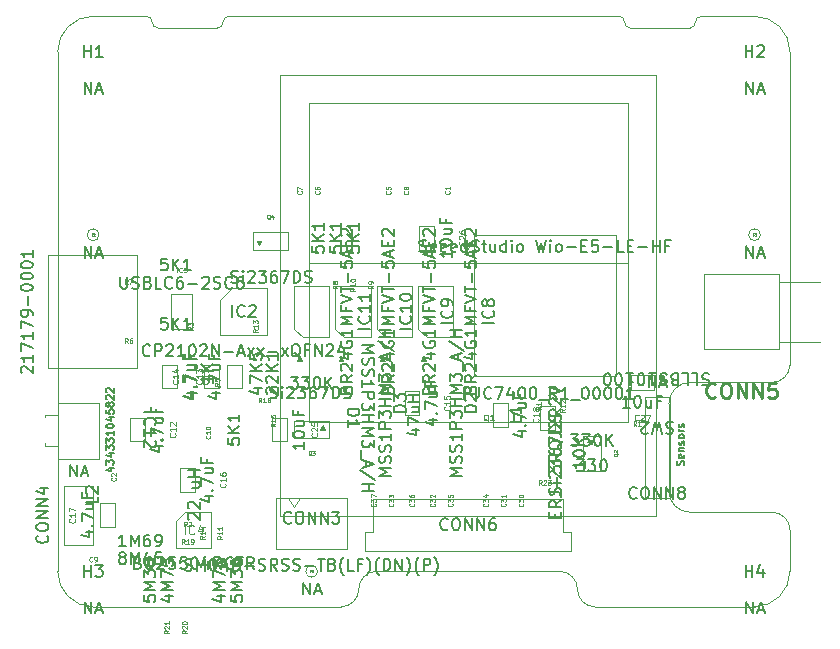
<source format=gbr>
%TF.GenerationSoftware,KiCad,Pcbnew,8.0.8+1*%
%TF.CreationDate,Date%
%TF.ProjectId,LoRa-V3-PCB,4c6f5261-2d56-4332-9d50-43422e6b6963,rev?*%
%TF.SameCoordinates,Original*%
%TF.FileFunction,AssemblyDrawing,Top*%
%FSLAX46Y46*%
G04 Gerber Fmt 4.6, Leading zero omitted, Abs format (unit mm)*
G04 Created by KiCad*
%MOMM*%
%LPD*%
G01*
G04 APERTURE LIST*
%TA.AperFunction,Profile*%
%ADD10C,0.050000*%
%TD*%
%TA.AperFunction,Profile*%
%ADD11C,0.100000*%
%TD*%
%ADD12C,0.150000*%
%ADD13C,0.080000*%
%ADD14C,0.060000*%
%ADD15C,0.050000*%
%ADD16C,0.040000*%
%ADD17C,0.110000*%
%ADD18C,0.075000*%
%ADD19C,0.254000*%
%ADD20C,0.100000*%
%ADD21C,0.120000*%
G04 APERTURE END LIST*
D10*
X162500000Y-73000000D02*
G75*
G02*
X162000000Y-72500000I0J500000D01*
G01*
D11*
X114000000Y-75000000D02*
X114000000Y-119000000D01*
X167550000Y-114000000D02*
X174500000Y-114000000D01*
D10*
X128500000Y-72000000D02*
X161500000Y-72000000D01*
D11*
X176000000Y-119000000D02*
G75*
G02*
X173000000Y-122000000I-3000000J0D01*
G01*
D10*
X161500000Y-72000000D02*
G75*
G02*
X162000000Y-72500000I0J-500000D01*
G01*
X122500000Y-73000000D02*
G75*
G02*
X122000000Y-72500000I0J500000D01*
G01*
X128000000Y-72500000D02*
G75*
G02*
X128500000Y-72000000I500000J0D01*
G01*
D11*
X176000000Y-115500000D02*
X176000000Y-119000000D01*
D10*
X167500000Y-73000000D02*
X162500000Y-73000000D01*
D11*
X165750000Y-104800000D02*
G75*
G02*
X167550000Y-103000000I1800000J0D01*
G01*
X139500000Y-120500000D02*
G75*
G02*
X138000000Y-122000000I-1500000J0D01*
G01*
X139500000Y-120500000D02*
G75*
G02*
X141000000Y-119000000I1500000J0D01*
G01*
D10*
X122500000Y-73000000D02*
X127500000Y-73000000D01*
X121500000Y-72000000D02*
G75*
G02*
X122000000Y-72500000I0J-500000D01*
G01*
D11*
X176000000Y-101500000D02*
G75*
G02*
X174500000Y-103000000I-1500000J0D01*
G01*
X117000000Y-122000000D02*
G75*
G02*
X114000000Y-119000000I0J3000000D01*
G01*
D10*
X128000000Y-72500000D02*
G75*
G02*
X127500000Y-73000000I-500000J0D01*
G01*
D11*
X156500000Y-119000000D02*
G75*
G02*
X158000000Y-120500000I0J-1500000D01*
G01*
X174500000Y-103000000D02*
X167550000Y-103000000D01*
X159500000Y-122000000D02*
X173000000Y-122000000D01*
X167550000Y-114000000D02*
G75*
G02*
X165750000Y-112200000I0J1800000D01*
G01*
X165750000Y-104800000D02*
X165750000Y-112200000D01*
X173000000Y-72000000D02*
G75*
G02*
X176000000Y-75000000I0J-3000000D01*
G01*
X156500000Y-119000000D02*
X141000000Y-119000000D01*
D10*
X117000000Y-72000000D02*
X121500000Y-72000000D01*
D11*
X176000000Y-75000000D02*
X176000000Y-101500000D01*
D10*
X168000000Y-72500000D02*
G75*
G02*
X167500000Y-73000000I-500000J0D01*
G01*
D11*
X114000000Y-75000000D02*
G75*
G02*
X117000000Y-72000000I3000000J0D01*
G01*
X174500000Y-114000000D02*
G75*
G02*
X176000000Y-115500000I0J-1500000D01*
G01*
X159500000Y-122000000D02*
G75*
G02*
X158000000Y-120500000I0J1500000D01*
G01*
D10*
X168500000Y-72000000D02*
X173000000Y-72000000D01*
X168000000Y-72500000D02*
G75*
G02*
X168500000Y-72000000I500000J0D01*
G01*
D11*
X117000000Y-122000000D02*
X138000000Y-122000000D01*
D12*
X145431009Y-103619047D02*
X145478628Y-103476190D01*
X145478628Y-103476190D02*
X145526247Y-103428571D01*
X145526247Y-103428571D02*
X145621485Y-103380952D01*
X145621485Y-103380952D02*
X145764342Y-103380952D01*
X145764342Y-103380952D02*
X145859580Y-103428571D01*
X145859580Y-103428571D02*
X145907200Y-103476190D01*
X145907200Y-103476190D02*
X145954819Y-103571428D01*
X145954819Y-103571428D02*
X145954819Y-103952380D01*
X145954819Y-103952380D02*
X144954819Y-103952380D01*
X144954819Y-103952380D02*
X144954819Y-103619047D01*
X144954819Y-103619047D02*
X145002438Y-103523809D01*
X145002438Y-103523809D02*
X145050057Y-103476190D01*
X145050057Y-103476190D02*
X145145295Y-103428571D01*
X145145295Y-103428571D02*
X145240533Y-103428571D01*
X145240533Y-103428571D02*
X145335771Y-103476190D01*
X145335771Y-103476190D02*
X145383390Y-103523809D01*
X145383390Y-103523809D02*
X145431009Y-103619047D01*
X145431009Y-103619047D02*
X145431009Y-103952380D01*
X145954819Y-102380952D02*
X145478628Y-102714285D01*
X145954819Y-102952380D02*
X144954819Y-102952380D01*
X144954819Y-102952380D02*
X144954819Y-102571428D01*
X144954819Y-102571428D02*
X145002438Y-102476190D01*
X145002438Y-102476190D02*
X145050057Y-102428571D01*
X145050057Y-102428571D02*
X145145295Y-102380952D01*
X145145295Y-102380952D02*
X145288152Y-102380952D01*
X145288152Y-102380952D02*
X145383390Y-102428571D01*
X145383390Y-102428571D02*
X145431009Y-102476190D01*
X145431009Y-102476190D02*
X145478628Y-102571428D01*
X145478628Y-102571428D02*
X145478628Y-102952380D01*
X145050057Y-101999999D02*
X145002438Y-101952380D01*
X145002438Y-101952380D02*
X144954819Y-101857142D01*
X144954819Y-101857142D02*
X144954819Y-101619047D01*
X144954819Y-101619047D02*
X145002438Y-101523809D01*
X145002438Y-101523809D02*
X145050057Y-101476190D01*
X145050057Y-101476190D02*
X145145295Y-101428571D01*
X145145295Y-101428571D02*
X145240533Y-101428571D01*
X145240533Y-101428571D02*
X145383390Y-101476190D01*
X145383390Y-101476190D02*
X145954819Y-102047618D01*
X145954819Y-102047618D02*
X145954819Y-101428571D01*
X145288152Y-100571428D02*
X145954819Y-100571428D01*
X144907200Y-100809523D02*
X145621485Y-101047618D01*
X145621485Y-101047618D02*
X145621485Y-100428571D01*
X145002438Y-99523809D02*
X144954819Y-99619047D01*
X144954819Y-99619047D02*
X144954819Y-99761904D01*
X144954819Y-99761904D02*
X145002438Y-99904761D01*
X145002438Y-99904761D02*
X145097676Y-99999999D01*
X145097676Y-99999999D02*
X145192914Y-100047618D01*
X145192914Y-100047618D02*
X145383390Y-100095237D01*
X145383390Y-100095237D02*
X145526247Y-100095237D01*
X145526247Y-100095237D02*
X145716723Y-100047618D01*
X145716723Y-100047618D02*
X145811961Y-99999999D01*
X145811961Y-99999999D02*
X145907200Y-99904761D01*
X145907200Y-99904761D02*
X145954819Y-99761904D01*
X145954819Y-99761904D02*
X145954819Y-99666666D01*
X145954819Y-99666666D02*
X145907200Y-99523809D01*
X145907200Y-99523809D02*
X145859580Y-99476190D01*
X145859580Y-99476190D02*
X145526247Y-99476190D01*
X145526247Y-99476190D02*
X145526247Y-99666666D01*
X145954819Y-98523809D02*
X145954819Y-99095237D01*
X145954819Y-98809523D02*
X144954819Y-98809523D01*
X144954819Y-98809523D02*
X145097676Y-98904761D01*
X145097676Y-98904761D02*
X145192914Y-98999999D01*
X145192914Y-98999999D02*
X145240533Y-99095237D01*
X145954819Y-98095237D02*
X144954819Y-98095237D01*
X144954819Y-98095237D02*
X145669104Y-97761904D01*
X145669104Y-97761904D02*
X144954819Y-97428571D01*
X144954819Y-97428571D02*
X145954819Y-97428571D01*
X145431009Y-96619047D02*
X145431009Y-96952380D01*
X145954819Y-96952380D02*
X144954819Y-96952380D01*
X144954819Y-96952380D02*
X144954819Y-96476190D01*
X144954819Y-96238094D02*
X145954819Y-95904761D01*
X145954819Y-95904761D02*
X144954819Y-95571428D01*
X144954819Y-95380951D02*
X144954819Y-94809523D01*
X145954819Y-95095237D02*
X144954819Y-95095237D01*
X145573866Y-94476189D02*
X145573866Y-93714285D01*
X144954819Y-92761904D02*
X144954819Y-93238094D01*
X144954819Y-93238094D02*
X145431009Y-93285713D01*
X145431009Y-93285713D02*
X145383390Y-93238094D01*
X145383390Y-93238094D02*
X145335771Y-93142856D01*
X145335771Y-93142856D02*
X145335771Y-92904761D01*
X145335771Y-92904761D02*
X145383390Y-92809523D01*
X145383390Y-92809523D02*
X145431009Y-92761904D01*
X145431009Y-92761904D02*
X145526247Y-92714285D01*
X145526247Y-92714285D02*
X145764342Y-92714285D01*
X145764342Y-92714285D02*
X145859580Y-92761904D01*
X145859580Y-92761904D02*
X145907200Y-92809523D01*
X145907200Y-92809523D02*
X145954819Y-92904761D01*
X145954819Y-92904761D02*
X145954819Y-93142856D01*
X145954819Y-93142856D02*
X145907200Y-93238094D01*
X145907200Y-93238094D02*
X145859580Y-93285713D01*
X145669104Y-92333332D02*
X145669104Y-91857142D01*
X145954819Y-92428570D02*
X144954819Y-92095237D01*
X144954819Y-92095237D02*
X145954819Y-91761904D01*
X145431009Y-91428570D02*
X145431009Y-91095237D01*
X145954819Y-90952380D02*
X145954819Y-91428570D01*
X145954819Y-91428570D02*
X144954819Y-91428570D01*
X144954819Y-91428570D02*
X144954819Y-90952380D01*
X145050057Y-90571427D02*
X145002438Y-90523808D01*
X145002438Y-90523808D02*
X144954819Y-90428570D01*
X144954819Y-90428570D02*
X144954819Y-90190475D01*
X144954819Y-90190475D02*
X145002438Y-90095237D01*
X145002438Y-90095237D02*
X145050057Y-90047618D01*
X145050057Y-90047618D02*
X145145295Y-89999999D01*
X145145295Y-89999999D02*
X145240533Y-89999999D01*
X145240533Y-89999999D02*
X145383390Y-90047618D01*
X145383390Y-90047618D02*
X145954819Y-90619046D01*
X145954819Y-90619046D02*
X145954819Y-89999999D01*
X147454819Y-97976189D02*
X146454819Y-97976189D01*
X147359580Y-96928571D02*
X147407200Y-96976190D01*
X147407200Y-96976190D02*
X147454819Y-97119047D01*
X147454819Y-97119047D02*
X147454819Y-97214285D01*
X147454819Y-97214285D02*
X147407200Y-97357142D01*
X147407200Y-97357142D02*
X147311961Y-97452380D01*
X147311961Y-97452380D02*
X147216723Y-97499999D01*
X147216723Y-97499999D02*
X147026247Y-97547618D01*
X147026247Y-97547618D02*
X146883390Y-97547618D01*
X146883390Y-97547618D02*
X146692914Y-97499999D01*
X146692914Y-97499999D02*
X146597676Y-97452380D01*
X146597676Y-97452380D02*
X146502438Y-97357142D01*
X146502438Y-97357142D02*
X146454819Y-97214285D01*
X146454819Y-97214285D02*
X146454819Y-97119047D01*
X146454819Y-97119047D02*
X146502438Y-96976190D01*
X146502438Y-96976190D02*
X146550057Y-96928571D01*
X147454819Y-96452380D02*
X147454819Y-96261904D01*
X147454819Y-96261904D02*
X147407200Y-96166666D01*
X147407200Y-96166666D02*
X147359580Y-96119047D01*
X147359580Y-96119047D02*
X147216723Y-96023809D01*
X147216723Y-96023809D02*
X147026247Y-95976190D01*
X147026247Y-95976190D02*
X146645295Y-95976190D01*
X146645295Y-95976190D02*
X146550057Y-96023809D01*
X146550057Y-96023809D02*
X146502438Y-96071428D01*
X146502438Y-96071428D02*
X146454819Y-96166666D01*
X146454819Y-96166666D02*
X146454819Y-96357142D01*
X146454819Y-96357142D02*
X146502438Y-96452380D01*
X146502438Y-96452380D02*
X146550057Y-96499999D01*
X146550057Y-96499999D02*
X146645295Y-96547618D01*
X146645295Y-96547618D02*
X146883390Y-96547618D01*
X146883390Y-96547618D02*
X146978628Y-96499999D01*
X146978628Y-96499999D02*
X147026247Y-96452380D01*
X147026247Y-96452380D02*
X147073866Y-96357142D01*
X147073866Y-96357142D02*
X147073866Y-96166666D01*
X147073866Y-96166666D02*
X147026247Y-96071428D01*
X147026247Y-96071428D02*
X146978628Y-96023809D01*
X146978628Y-96023809D02*
X146883390Y-95976190D01*
X118311609Y-110230477D02*
X118738276Y-110230477D01*
X118067800Y-110382858D02*
X118524942Y-110535239D01*
X118524942Y-110535239D02*
X118524942Y-110139048D01*
X118098276Y-109956191D02*
X118098276Y-109560000D01*
X118098276Y-109560000D02*
X118342085Y-109773334D01*
X118342085Y-109773334D02*
X118342085Y-109681905D01*
X118342085Y-109681905D02*
X118372561Y-109620953D01*
X118372561Y-109620953D02*
X118403038Y-109590477D01*
X118403038Y-109590477D02*
X118463990Y-109560000D01*
X118463990Y-109560000D02*
X118616371Y-109560000D01*
X118616371Y-109560000D02*
X118677323Y-109590477D01*
X118677323Y-109590477D02*
X118707800Y-109620953D01*
X118707800Y-109620953D02*
X118738276Y-109681905D01*
X118738276Y-109681905D02*
X118738276Y-109864762D01*
X118738276Y-109864762D02*
X118707800Y-109925715D01*
X118707800Y-109925715D02*
X118677323Y-109956191D01*
X118311609Y-109011429D02*
X118738276Y-109011429D01*
X118067800Y-109163810D02*
X118524942Y-109316191D01*
X118524942Y-109316191D02*
X118524942Y-108920000D01*
X118098276Y-108737143D02*
X118098276Y-108340952D01*
X118098276Y-108340952D02*
X118342085Y-108554286D01*
X118342085Y-108554286D02*
X118342085Y-108462857D01*
X118342085Y-108462857D02*
X118372561Y-108401905D01*
X118372561Y-108401905D02*
X118403038Y-108371429D01*
X118403038Y-108371429D02*
X118463990Y-108340952D01*
X118463990Y-108340952D02*
X118616371Y-108340952D01*
X118616371Y-108340952D02*
X118677323Y-108371429D01*
X118677323Y-108371429D02*
X118707800Y-108401905D01*
X118707800Y-108401905D02*
X118738276Y-108462857D01*
X118738276Y-108462857D02*
X118738276Y-108645714D01*
X118738276Y-108645714D02*
X118707800Y-108706667D01*
X118707800Y-108706667D02*
X118677323Y-108737143D01*
X118098276Y-108127619D02*
X118098276Y-107731428D01*
X118098276Y-107731428D02*
X118342085Y-107944762D01*
X118342085Y-107944762D02*
X118342085Y-107853333D01*
X118342085Y-107853333D02*
X118372561Y-107792381D01*
X118372561Y-107792381D02*
X118403038Y-107761905D01*
X118403038Y-107761905D02*
X118463990Y-107731428D01*
X118463990Y-107731428D02*
X118616371Y-107731428D01*
X118616371Y-107731428D02*
X118677323Y-107761905D01*
X118677323Y-107761905D02*
X118707800Y-107792381D01*
X118707800Y-107792381D02*
X118738276Y-107853333D01*
X118738276Y-107853333D02*
X118738276Y-108036190D01*
X118738276Y-108036190D02*
X118707800Y-108097143D01*
X118707800Y-108097143D02*
X118677323Y-108127619D01*
X118738276Y-107121904D02*
X118738276Y-107487619D01*
X118738276Y-107304762D02*
X118098276Y-107304762D01*
X118098276Y-107304762D02*
X118189704Y-107365714D01*
X118189704Y-107365714D02*
X118250657Y-107426666D01*
X118250657Y-107426666D02*
X118281133Y-107487619D01*
X118098276Y-106725714D02*
X118098276Y-106664761D01*
X118098276Y-106664761D02*
X118128752Y-106603809D01*
X118128752Y-106603809D02*
X118159228Y-106573333D01*
X118159228Y-106573333D02*
X118220180Y-106542857D01*
X118220180Y-106542857D02*
X118342085Y-106512380D01*
X118342085Y-106512380D02*
X118494466Y-106512380D01*
X118494466Y-106512380D02*
X118616371Y-106542857D01*
X118616371Y-106542857D02*
X118677323Y-106573333D01*
X118677323Y-106573333D02*
X118707800Y-106603809D01*
X118707800Y-106603809D02*
X118738276Y-106664761D01*
X118738276Y-106664761D02*
X118738276Y-106725714D01*
X118738276Y-106725714D02*
X118707800Y-106786666D01*
X118707800Y-106786666D02*
X118677323Y-106817142D01*
X118677323Y-106817142D02*
X118616371Y-106847619D01*
X118616371Y-106847619D02*
X118494466Y-106878095D01*
X118494466Y-106878095D02*
X118342085Y-106878095D01*
X118342085Y-106878095D02*
X118220180Y-106847619D01*
X118220180Y-106847619D02*
X118159228Y-106817142D01*
X118159228Y-106817142D02*
X118128752Y-106786666D01*
X118128752Y-106786666D02*
X118098276Y-106725714D01*
X118311609Y-105963809D02*
X118738276Y-105963809D01*
X118067800Y-106116190D02*
X118524942Y-106268571D01*
X118524942Y-106268571D02*
X118524942Y-105872380D01*
X118098276Y-105323809D02*
X118098276Y-105628571D01*
X118098276Y-105628571D02*
X118403038Y-105659047D01*
X118403038Y-105659047D02*
X118372561Y-105628571D01*
X118372561Y-105628571D02*
X118342085Y-105567618D01*
X118342085Y-105567618D02*
X118342085Y-105415237D01*
X118342085Y-105415237D02*
X118372561Y-105354285D01*
X118372561Y-105354285D02*
X118403038Y-105323809D01*
X118403038Y-105323809D02*
X118463990Y-105293332D01*
X118463990Y-105293332D02*
X118616371Y-105293332D01*
X118616371Y-105293332D02*
X118677323Y-105323809D01*
X118677323Y-105323809D02*
X118707800Y-105354285D01*
X118707800Y-105354285D02*
X118738276Y-105415237D01*
X118738276Y-105415237D02*
X118738276Y-105567618D01*
X118738276Y-105567618D02*
X118707800Y-105628571D01*
X118707800Y-105628571D02*
X118677323Y-105659047D01*
X118372561Y-104927618D02*
X118342085Y-104988570D01*
X118342085Y-104988570D02*
X118311609Y-105019047D01*
X118311609Y-105019047D02*
X118250657Y-105049523D01*
X118250657Y-105049523D02*
X118220180Y-105049523D01*
X118220180Y-105049523D02*
X118159228Y-105019047D01*
X118159228Y-105019047D02*
X118128752Y-104988570D01*
X118128752Y-104988570D02*
X118098276Y-104927618D01*
X118098276Y-104927618D02*
X118098276Y-104805713D01*
X118098276Y-104805713D02*
X118128752Y-104744761D01*
X118128752Y-104744761D02*
X118159228Y-104714285D01*
X118159228Y-104714285D02*
X118220180Y-104683808D01*
X118220180Y-104683808D02*
X118250657Y-104683808D01*
X118250657Y-104683808D02*
X118311609Y-104714285D01*
X118311609Y-104714285D02*
X118342085Y-104744761D01*
X118342085Y-104744761D02*
X118372561Y-104805713D01*
X118372561Y-104805713D02*
X118372561Y-104927618D01*
X118372561Y-104927618D02*
X118403038Y-104988570D01*
X118403038Y-104988570D02*
X118433514Y-105019047D01*
X118433514Y-105019047D02*
X118494466Y-105049523D01*
X118494466Y-105049523D02*
X118616371Y-105049523D01*
X118616371Y-105049523D02*
X118677323Y-105019047D01*
X118677323Y-105019047D02*
X118707800Y-104988570D01*
X118707800Y-104988570D02*
X118738276Y-104927618D01*
X118738276Y-104927618D02*
X118738276Y-104805713D01*
X118738276Y-104805713D02*
X118707800Y-104744761D01*
X118707800Y-104744761D02*
X118677323Y-104714285D01*
X118677323Y-104714285D02*
X118616371Y-104683808D01*
X118616371Y-104683808D02*
X118494466Y-104683808D01*
X118494466Y-104683808D02*
X118433514Y-104714285D01*
X118433514Y-104714285D02*
X118403038Y-104744761D01*
X118403038Y-104744761D02*
X118372561Y-104805713D01*
X118159228Y-104439999D02*
X118128752Y-104409523D01*
X118128752Y-104409523D02*
X118098276Y-104348570D01*
X118098276Y-104348570D02*
X118098276Y-104196189D01*
X118098276Y-104196189D02*
X118128752Y-104135237D01*
X118128752Y-104135237D02*
X118159228Y-104104761D01*
X118159228Y-104104761D02*
X118220180Y-104074284D01*
X118220180Y-104074284D02*
X118281133Y-104074284D01*
X118281133Y-104074284D02*
X118372561Y-104104761D01*
X118372561Y-104104761D02*
X118738276Y-104470475D01*
X118738276Y-104470475D02*
X118738276Y-104074284D01*
X118159228Y-103830475D02*
X118128752Y-103799999D01*
X118128752Y-103799999D02*
X118098276Y-103739046D01*
X118098276Y-103739046D02*
X118098276Y-103586665D01*
X118098276Y-103586665D02*
X118128752Y-103525713D01*
X118128752Y-103525713D02*
X118159228Y-103495237D01*
X118159228Y-103495237D02*
X118220180Y-103464760D01*
X118220180Y-103464760D02*
X118281133Y-103464760D01*
X118281133Y-103464760D02*
X118372561Y-103495237D01*
X118372561Y-103495237D02*
X118738276Y-103860951D01*
X118738276Y-103860951D02*
X118738276Y-103464760D01*
X145468152Y-106154761D02*
X146134819Y-106154761D01*
X145087200Y-106392856D02*
X145801485Y-106630951D01*
X145801485Y-106630951D02*
X145801485Y-106011904D01*
X146039580Y-105630951D02*
X146087200Y-105583332D01*
X146087200Y-105583332D02*
X146134819Y-105630951D01*
X146134819Y-105630951D02*
X146087200Y-105678570D01*
X146087200Y-105678570D02*
X146039580Y-105630951D01*
X146039580Y-105630951D02*
X146134819Y-105630951D01*
X145134819Y-105249999D02*
X145134819Y-104583333D01*
X145134819Y-104583333D02*
X146134819Y-105011904D01*
X145468152Y-103773809D02*
X146134819Y-103773809D01*
X145468152Y-104202380D02*
X145991961Y-104202380D01*
X145991961Y-104202380D02*
X146087200Y-104154761D01*
X146087200Y-104154761D02*
X146134819Y-104059523D01*
X146134819Y-104059523D02*
X146134819Y-103916666D01*
X146134819Y-103916666D02*
X146087200Y-103821428D01*
X146087200Y-103821428D02*
X146039580Y-103773809D01*
X145611009Y-102964285D02*
X145611009Y-103297618D01*
X146134819Y-103297618D02*
X145134819Y-103297618D01*
X145134819Y-103297618D02*
X145134819Y-102821428D01*
D13*
X147179530Y-105071428D02*
X147203340Y-105095237D01*
X147203340Y-105095237D02*
X147227149Y-105166666D01*
X147227149Y-105166666D02*
X147227149Y-105214285D01*
X147227149Y-105214285D02*
X147203340Y-105285713D01*
X147203340Y-105285713D02*
X147155720Y-105333332D01*
X147155720Y-105333332D02*
X147108101Y-105357142D01*
X147108101Y-105357142D02*
X147012863Y-105380951D01*
X147012863Y-105380951D02*
X146941435Y-105380951D01*
X146941435Y-105380951D02*
X146846197Y-105357142D01*
X146846197Y-105357142D02*
X146798578Y-105333332D01*
X146798578Y-105333332D02*
X146750959Y-105285713D01*
X146750959Y-105285713D02*
X146727149Y-105214285D01*
X146727149Y-105214285D02*
X146727149Y-105166666D01*
X146727149Y-105166666D02*
X146750959Y-105095237D01*
X146750959Y-105095237D02*
X146774768Y-105071428D01*
X147227149Y-104595237D02*
X147227149Y-104880951D01*
X147227149Y-104738094D02*
X146727149Y-104738094D01*
X146727149Y-104738094D02*
X146798578Y-104785713D01*
X146798578Y-104785713D02*
X146846197Y-104833332D01*
X146846197Y-104833332D02*
X146870006Y-104880951D01*
X146727149Y-104142857D02*
X146727149Y-104380952D01*
X146727149Y-104380952D02*
X146965244Y-104404761D01*
X146965244Y-104404761D02*
X146941435Y-104380952D01*
X146941435Y-104380952D02*
X146917625Y-104333333D01*
X146917625Y-104333333D02*
X146917625Y-104214285D01*
X146917625Y-104214285D02*
X146941435Y-104166666D01*
X146941435Y-104166666D02*
X146965244Y-104142857D01*
X146965244Y-104142857D02*
X147012863Y-104119047D01*
X147012863Y-104119047D02*
X147131911Y-104119047D01*
X147131911Y-104119047D02*
X147179530Y-104142857D01*
X147179530Y-104142857D02*
X147203340Y-104166666D01*
X147203340Y-104166666D02*
X147227149Y-104214285D01*
X147227149Y-104214285D02*
X147227149Y-104333333D01*
X147227149Y-104333333D02*
X147203340Y-104380952D01*
X147203340Y-104380952D02*
X147179530Y-104404761D01*
D12*
X119380952Y-117813390D02*
X119285714Y-117765771D01*
X119285714Y-117765771D02*
X119238095Y-117718152D01*
X119238095Y-117718152D02*
X119190476Y-117622914D01*
X119190476Y-117622914D02*
X119190476Y-117575295D01*
X119190476Y-117575295D02*
X119238095Y-117480057D01*
X119238095Y-117480057D02*
X119285714Y-117432438D01*
X119285714Y-117432438D02*
X119380952Y-117384819D01*
X119380952Y-117384819D02*
X119571428Y-117384819D01*
X119571428Y-117384819D02*
X119666666Y-117432438D01*
X119666666Y-117432438D02*
X119714285Y-117480057D01*
X119714285Y-117480057D02*
X119761904Y-117575295D01*
X119761904Y-117575295D02*
X119761904Y-117622914D01*
X119761904Y-117622914D02*
X119714285Y-117718152D01*
X119714285Y-117718152D02*
X119666666Y-117765771D01*
X119666666Y-117765771D02*
X119571428Y-117813390D01*
X119571428Y-117813390D02*
X119380952Y-117813390D01*
X119380952Y-117813390D02*
X119285714Y-117861009D01*
X119285714Y-117861009D02*
X119238095Y-117908628D01*
X119238095Y-117908628D02*
X119190476Y-118003866D01*
X119190476Y-118003866D02*
X119190476Y-118194342D01*
X119190476Y-118194342D02*
X119238095Y-118289580D01*
X119238095Y-118289580D02*
X119285714Y-118337200D01*
X119285714Y-118337200D02*
X119380952Y-118384819D01*
X119380952Y-118384819D02*
X119571428Y-118384819D01*
X119571428Y-118384819D02*
X119666666Y-118337200D01*
X119666666Y-118337200D02*
X119714285Y-118289580D01*
X119714285Y-118289580D02*
X119761904Y-118194342D01*
X119761904Y-118194342D02*
X119761904Y-118003866D01*
X119761904Y-118003866D02*
X119714285Y-117908628D01*
X119714285Y-117908628D02*
X119666666Y-117861009D01*
X119666666Y-117861009D02*
X119571428Y-117813390D01*
X120190476Y-118384819D02*
X120190476Y-117384819D01*
X120190476Y-117384819D02*
X120523809Y-118099104D01*
X120523809Y-118099104D02*
X120857142Y-117384819D01*
X120857142Y-117384819D02*
X120857142Y-118384819D01*
X121761904Y-117718152D02*
X121761904Y-118384819D01*
X121523809Y-117337200D02*
X121285714Y-118051485D01*
X121285714Y-118051485D02*
X121904761Y-118051485D01*
X122761904Y-117384819D02*
X122285714Y-117384819D01*
X122285714Y-117384819D02*
X122238095Y-117861009D01*
X122238095Y-117861009D02*
X122285714Y-117813390D01*
X122285714Y-117813390D02*
X122380952Y-117765771D01*
X122380952Y-117765771D02*
X122619047Y-117765771D01*
X122619047Y-117765771D02*
X122714285Y-117813390D01*
X122714285Y-117813390D02*
X122761904Y-117861009D01*
X122761904Y-117861009D02*
X122809523Y-117956247D01*
X122809523Y-117956247D02*
X122809523Y-118194342D01*
X122809523Y-118194342D02*
X122761904Y-118289580D01*
X122761904Y-118289580D02*
X122714285Y-118337200D01*
X122714285Y-118337200D02*
X122619047Y-118384819D01*
X122619047Y-118384819D02*
X122380952Y-118384819D01*
X122380952Y-118384819D02*
X122285714Y-118337200D01*
X122285714Y-118337200D02*
X122238095Y-118289580D01*
D14*
X124742857Y-116681927D02*
X124609524Y-116491451D01*
X124514286Y-116681927D02*
X124514286Y-116281927D01*
X124514286Y-116281927D02*
X124666667Y-116281927D01*
X124666667Y-116281927D02*
X124704762Y-116300975D01*
X124704762Y-116300975D02*
X124723809Y-116320022D01*
X124723809Y-116320022D02*
X124742857Y-116358118D01*
X124742857Y-116358118D02*
X124742857Y-116415260D01*
X124742857Y-116415260D02*
X124723809Y-116453356D01*
X124723809Y-116453356D02*
X124704762Y-116472403D01*
X124704762Y-116472403D02*
X124666667Y-116491451D01*
X124666667Y-116491451D02*
X124514286Y-116491451D01*
X125123809Y-116681927D02*
X124895238Y-116681927D01*
X125009524Y-116681927D02*
X125009524Y-116281927D01*
X125009524Y-116281927D02*
X124971428Y-116339070D01*
X124971428Y-116339070D02*
X124933333Y-116377165D01*
X124933333Y-116377165D02*
X124895238Y-116396213D01*
X125314285Y-116681927D02*
X125390476Y-116681927D01*
X125390476Y-116681927D02*
X125428571Y-116662880D01*
X125428571Y-116662880D02*
X125447619Y-116643832D01*
X125447619Y-116643832D02*
X125485714Y-116586689D01*
X125485714Y-116586689D02*
X125504761Y-116510499D01*
X125504761Y-116510499D02*
X125504761Y-116358118D01*
X125504761Y-116358118D02*
X125485714Y-116320022D01*
X125485714Y-116320022D02*
X125466666Y-116300975D01*
X125466666Y-116300975D02*
X125428571Y-116281927D01*
X125428571Y-116281927D02*
X125352380Y-116281927D01*
X125352380Y-116281927D02*
X125314285Y-116300975D01*
X125314285Y-116300975D02*
X125295238Y-116320022D01*
X125295238Y-116320022D02*
X125276190Y-116358118D01*
X125276190Y-116358118D02*
X125276190Y-116453356D01*
X125276190Y-116453356D02*
X125295238Y-116491451D01*
X125295238Y-116491451D02*
X125314285Y-116510499D01*
X125314285Y-116510499D02*
X125352380Y-116529546D01*
X125352380Y-116529546D02*
X125428571Y-116529546D01*
X125428571Y-116529546D02*
X125466666Y-116510499D01*
X125466666Y-116510499D02*
X125485714Y-116491451D01*
X125485714Y-116491451D02*
X125504761Y-116453356D01*
D12*
X134884819Y-108071428D02*
X134884819Y-108642856D01*
X134884819Y-108357142D02*
X133884819Y-108357142D01*
X133884819Y-108357142D02*
X134027676Y-108452380D01*
X134027676Y-108452380D02*
X134122914Y-108547618D01*
X134122914Y-108547618D02*
X134170533Y-108642856D01*
X133884819Y-107452380D02*
X133884819Y-107357142D01*
X133884819Y-107357142D02*
X133932438Y-107261904D01*
X133932438Y-107261904D02*
X133980057Y-107214285D01*
X133980057Y-107214285D02*
X134075295Y-107166666D01*
X134075295Y-107166666D02*
X134265771Y-107119047D01*
X134265771Y-107119047D02*
X134503866Y-107119047D01*
X134503866Y-107119047D02*
X134694342Y-107166666D01*
X134694342Y-107166666D02*
X134789580Y-107214285D01*
X134789580Y-107214285D02*
X134837200Y-107261904D01*
X134837200Y-107261904D02*
X134884819Y-107357142D01*
X134884819Y-107357142D02*
X134884819Y-107452380D01*
X134884819Y-107452380D02*
X134837200Y-107547618D01*
X134837200Y-107547618D02*
X134789580Y-107595237D01*
X134789580Y-107595237D02*
X134694342Y-107642856D01*
X134694342Y-107642856D02*
X134503866Y-107690475D01*
X134503866Y-107690475D02*
X134265771Y-107690475D01*
X134265771Y-107690475D02*
X134075295Y-107642856D01*
X134075295Y-107642856D02*
X133980057Y-107595237D01*
X133980057Y-107595237D02*
X133932438Y-107547618D01*
X133932438Y-107547618D02*
X133884819Y-107452380D01*
X134218152Y-106261904D02*
X134884819Y-106261904D01*
X134218152Y-106690475D02*
X134741961Y-106690475D01*
X134741961Y-106690475D02*
X134837200Y-106642856D01*
X134837200Y-106642856D02*
X134884819Y-106547618D01*
X134884819Y-106547618D02*
X134884819Y-106404761D01*
X134884819Y-106404761D02*
X134837200Y-106309523D01*
X134837200Y-106309523D02*
X134789580Y-106261904D01*
X134361009Y-105452380D02*
X134361009Y-105785713D01*
X134884819Y-105785713D02*
X133884819Y-105785713D01*
X133884819Y-105785713D02*
X133884819Y-105309523D01*
D13*
X135929530Y-107321428D02*
X135953340Y-107345237D01*
X135953340Y-107345237D02*
X135977149Y-107416666D01*
X135977149Y-107416666D02*
X135977149Y-107464285D01*
X135977149Y-107464285D02*
X135953340Y-107535713D01*
X135953340Y-107535713D02*
X135905720Y-107583332D01*
X135905720Y-107583332D02*
X135858101Y-107607142D01*
X135858101Y-107607142D02*
X135762863Y-107630951D01*
X135762863Y-107630951D02*
X135691435Y-107630951D01*
X135691435Y-107630951D02*
X135596197Y-107607142D01*
X135596197Y-107607142D02*
X135548578Y-107583332D01*
X135548578Y-107583332D02*
X135500959Y-107535713D01*
X135500959Y-107535713D02*
X135477149Y-107464285D01*
X135477149Y-107464285D02*
X135477149Y-107416666D01*
X135477149Y-107416666D02*
X135500959Y-107345237D01*
X135500959Y-107345237D02*
X135524768Y-107321428D01*
X135524768Y-107130951D02*
X135500959Y-107107142D01*
X135500959Y-107107142D02*
X135477149Y-107059523D01*
X135477149Y-107059523D02*
X135477149Y-106940475D01*
X135477149Y-106940475D02*
X135500959Y-106892856D01*
X135500959Y-106892856D02*
X135524768Y-106869047D01*
X135524768Y-106869047D02*
X135572387Y-106845237D01*
X135572387Y-106845237D02*
X135620006Y-106845237D01*
X135620006Y-106845237D02*
X135691435Y-106869047D01*
X135691435Y-106869047D02*
X135977149Y-107154761D01*
X135977149Y-107154761D02*
X135977149Y-106845237D01*
X135477149Y-106392857D02*
X135477149Y-106630952D01*
X135477149Y-106630952D02*
X135715244Y-106654761D01*
X135715244Y-106654761D02*
X135691435Y-106630952D01*
X135691435Y-106630952D02*
X135667625Y-106583333D01*
X135667625Y-106583333D02*
X135667625Y-106464285D01*
X135667625Y-106464285D02*
X135691435Y-106416666D01*
X135691435Y-106416666D02*
X135715244Y-106392857D01*
X135715244Y-106392857D02*
X135762863Y-106369047D01*
X135762863Y-106369047D02*
X135881911Y-106369047D01*
X135881911Y-106369047D02*
X135929530Y-106392857D01*
X135929530Y-106392857D02*
X135953340Y-106416666D01*
X135953340Y-106416666D02*
X135977149Y-106464285D01*
X135977149Y-106464285D02*
X135977149Y-106583333D01*
X135977149Y-106583333D02*
X135953340Y-106630952D01*
X135953340Y-106630952D02*
X135929530Y-106654761D01*
D14*
X116933333Y-118143832D02*
X116914285Y-118162880D01*
X116914285Y-118162880D02*
X116857143Y-118181927D01*
X116857143Y-118181927D02*
X116819047Y-118181927D01*
X116819047Y-118181927D02*
X116761904Y-118162880D01*
X116761904Y-118162880D02*
X116723809Y-118124784D01*
X116723809Y-118124784D02*
X116704762Y-118086689D01*
X116704762Y-118086689D02*
X116685714Y-118010499D01*
X116685714Y-118010499D02*
X116685714Y-117953356D01*
X116685714Y-117953356D02*
X116704762Y-117877165D01*
X116704762Y-117877165D02*
X116723809Y-117839070D01*
X116723809Y-117839070D02*
X116761904Y-117800975D01*
X116761904Y-117800975D02*
X116819047Y-117781927D01*
X116819047Y-117781927D02*
X116857143Y-117781927D01*
X116857143Y-117781927D02*
X116914285Y-117800975D01*
X116914285Y-117800975D02*
X116933333Y-117820022D01*
X117123809Y-118181927D02*
X117200000Y-118181927D01*
X117200000Y-118181927D02*
X117238095Y-118162880D01*
X117238095Y-118162880D02*
X117257143Y-118143832D01*
X117257143Y-118143832D02*
X117295238Y-118086689D01*
X117295238Y-118086689D02*
X117314285Y-118010499D01*
X117314285Y-118010499D02*
X117314285Y-117858118D01*
X117314285Y-117858118D02*
X117295238Y-117820022D01*
X117295238Y-117820022D02*
X117276190Y-117800975D01*
X117276190Y-117800975D02*
X117238095Y-117781927D01*
X117238095Y-117781927D02*
X117161904Y-117781927D01*
X117161904Y-117781927D02*
X117123809Y-117800975D01*
X117123809Y-117800975D02*
X117104762Y-117820022D01*
X117104762Y-117820022D02*
X117085714Y-117858118D01*
X117085714Y-117858118D02*
X117085714Y-117953356D01*
X117085714Y-117953356D02*
X117104762Y-117991451D01*
X117104762Y-117991451D02*
X117123809Y-118010499D01*
X117123809Y-118010499D02*
X117161904Y-118029546D01*
X117161904Y-118029546D02*
X117238095Y-118029546D01*
X117238095Y-118029546D02*
X117276190Y-118010499D01*
X117276190Y-118010499D02*
X117295238Y-117991451D01*
X117295238Y-117991451D02*
X117314285Y-117953356D01*
D12*
X137024819Y-91488095D02*
X137024819Y-91964285D01*
X137024819Y-91964285D02*
X137501009Y-92011904D01*
X137501009Y-92011904D02*
X137453390Y-91964285D01*
X137453390Y-91964285D02*
X137405771Y-91869047D01*
X137405771Y-91869047D02*
X137405771Y-91630952D01*
X137405771Y-91630952D02*
X137453390Y-91535714D01*
X137453390Y-91535714D02*
X137501009Y-91488095D01*
X137501009Y-91488095D02*
X137596247Y-91440476D01*
X137596247Y-91440476D02*
X137834342Y-91440476D01*
X137834342Y-91440476D02*
X137929580Y-91488095D01*
X137929580Y-91488095D02*
X137977200Y-91535714D01*
X137977200Y-91535714D02*
X138024819Y-91630952D01*
X138024819Y-91630952D02*
X138024819Y-91869047D01*
X138024819Y-91869047D02*
X137977200Y-91964285D01*
X137977200Y-91964285D02*
X137929580Y-92011904D01*
X138024819Y-91011904D02*
X137024819Y-91011904D01*
X138024819Y-90440476D02*
X137453390Y-90869047D01*
X137024819Y-90440476D02*
X137596247Y-91011904D01*
X138024819Y-89488095D02*
X138024819Y-90059523D01*
X138024819Y-89773809D02*
X137024819Y-89773809D01*
X137024819Y-89773809D02*
X137167676Y-89869047D01*
X137167676Y-89869047D02*
X137262914Y-89964285D01*
X137262914Y-89964285D02*
X137310533Y-90059523D01*
D14*
X139181927Y-95007142D02*
X138991451Y-95140475D01*
X139181927Y-95235713D02*
X138781927Y-95235713D01*
X138781927Y-95235713D02*
X138781927Y-95083332D01*
X138781927Y-95083332D02*
X138800975Y-95045237D01*
X138800975Y-95045237D02*
X138820022Y-95026190D01*
X138820022Y-95026190D02*
X138858118Y-95007142D01*
X138858118Y-95007142D02*
X138915260Y-95007142D01*
X138915260Y-95007142D02*
X138953356Y-95026190D01*
X138953356Y-95026190D02*
X138972403Y-95045237D01*
X138972403Y-95045237D02*
X138991451Y-95083332D01*
X138991451Y-95083332D02*
X138991451Y-95235713D01*
X139181927Y-94626190D02*
X139181927Y-94854761D01*
X139181927Y-94740475D02*
X138781927Y-94740475D01*
X138781927Y-94740475D02*
X138839070Y-94778571D01*
X138839070Y-94778571D02*
X138877165Y-94816666D01*
X138877165Y-94816666D02*
X138896213Y-94854761D01*
X138781927Y-94378571D02*
X138781927Y-94340476D01*
X138781927Y-94340476D02*
X138800975Y-94302380D01*
X138800975Y-94302380D02*
X138820022Y-94283333D01*
X138820022Y-94283333D02*
X138858118Y-94264285D01*
X138858118Y-94264285D02*
X138934308Y-94245238D01*
X138934308Y-94245238D02*
X139029546Y-94245238D01*
X139029546Y-94245238D02*
X139105737Y-94264285D01*
X139105737Y-94264285D02*
X139143832Y-94283333D01*
X139143832Y-94283333D02*
X139162880Y-94302380D01*
X139162880Y-94302380D02*
X139181927Y-94340476D01*
X139181927Y-94340476D02*
X139181927Y-94378571D01*
X139181927Y-94378571D02*
X139162880Y-94416666D01*
X139162880Y-94416666D02*
X139143832Y-94435714D01*
X139143832Y-94435714D02*
X139105737Y-94454761D01*
X139105737Y-94454761D02*
X139029546Y-94473809D01*
X139029546Y-94473809D02*
X138934308Y-94473809D01*
X138934308Y-94473809D02*
X138858118Y-94454761D01*
X138858118Y-94454761D02*
X138820022Y-94435714D01*
X138820022Y-94435714D02*
X138800975Y-94416666D01*
X138800975Y-94416666D02*
X138781927Y-94378571D01*
D12*
X128695238Y-94507200D02*
X128838095Y-94554819D01*
X128838095Y-94554819D02*
X129076190Y-94554819D01*
X129076190Y-94554819D02*
X129171428Y-94507200D01*
X129171428Y-94507200D02*
X129219047Y-94459580D01*
X129219047Y-94459580D02*
X129266666Y-94364342D01*
X129266666Y-94364342D02*
X129266666Y-94269104D01*
X129266666Y-94269104D02*
X129219047Y-94173866D01*
X129219047Y-94173866D02*
X129171428Y-94126247D01*
X129171428Y-94126247D02*
X129076190Y-94078628D01*
X129076190Y-94078628D02*
X128885714Y-94031009D01*
X128885714Y-94031009D02*
X128790476Y-93983390D01*
X128790476Y-93983390D02*
X128742857Y-93935771D01*
X128742857Y-93935771D02*
X128695238Y-93840533D01*
X128695238Y-93840533D02*
X128695238Y-93745295D01*
X128695238Y-93745295D02*
X128742857Y-93650057D01*
X128742857Y-93650057D02*
X128790476Y-93602438D01*
X128790476Y-93602438D02*
X128885714Y-93554819D01*
X128885714Y-93554819D02*
X129123809Y-93554819D01*
X129123809Y-93554819D02*
X129266666Y-93602438D01*
X129695238Y-94554819D02*
X129695238Y-93888152D01*
X129695238Y-93554819D02*
X129647619Y-93602438D01*
X129647619Y-93602438D02*
X129695238Y-93650057D01*
X129695238Y-93650057D02*
X129742857Y-93602438D01*
X129742857Y-93602438D02*
X129695238Y-93554819D01*
X129695238Y-93554819D02*
X129695238Y-93650057D01*
X130123809Y-93650057D02*
X130171428Y-93602438D01*
X130171428Y-93602438D02*
X130266666Y-93554819D01*
X130266666Y-93554819D02*
X130504761Y-93554819D01*
X130504761Y-93554819D02*
X130599999Y-93602438D01*
X130599999Y-93602438D02*
X130647618Y-93650057D01*
X130647618Y-93650057D02*
X130695237Y-93745295D01*
X130695237Y-93745295D02*
X130695237Y-93840533D01*
X130695237Y-93840533D02*
X130647618Y-93983390D01*
X130647618Y-93983390D02*
X130076190Y-94554819D01*
X130076190Y-94554819D02*
X130695237Y-94554819D01*
X131028571Y-93554819D02*
X131647618Y-93554819D01*
X131647618Y-93554819D02*
X131314285Y-93935771D01*
X131314285Y-93935771D02*
X131457142Y-93935771D01*
X131457142Y-93935771D02*
X131552380Y-93983390D01*
X131552380Y-93983390D02*
X131599999Y-94031009D01*
X131599999Y-94031009D02*
X131647618Y-94126247D01*
X131647618Y-94126247D02*
X131647618Y-94364342D01*
X131647618Y-94364342D02*
X131599999Y-94459580D01*
X131599999Y-94459580D02*
X131552380Y-94507200D01*
X131552380Y-94507200D02*
X131457142Y-94554819D01*
X131457142Y-94554819D02*
X131171428Y-94554819D01*
X131171428Y-94554819D02*
X131076190Y-94507200D01*
X131076190Y-94507200D02*
X131028571Y-94459580D01*
X132504761Y-93554819D02*
X132314285Y-93554819D01*
X132314285Y-93554819D02*
X132219047Y-93602438D01*
X132219047Y-93602438D02*
X132171428Y-93650057D01*
X132171428Y-93650057D02*
X132076190Y-93792914D01*
X132076190Y-93792914D02*
X132028571Y-93983390D01*
X132028571Y-93983390D02*
X132028571Y-94364342D01*
X132028571Y-94364342D02*
X132076190Y-94459580D01*
X132076190Y-94459580D02*
X132123809Y-94507200D01*
X132123809Y-94507200D02*
X132219047Y-94554819D01*
X132219047Y-94554819D02*
X132409523Y-94554819D01*
X132409523Y-94554819D02*
X132504761Y-94507200D01*
X132504761Y-94507200D02*
X132552380Y-94459580D01*
X132552380Y-94459580D02*
X132599999Y-94364342D01*
X132599999Y-94364342D02*
X132599999Y-94126247D01*
X132599999Y-94126247D02*
X132552380Y-94031009D01*
X132552380Y-94031009D02*
X132504761Y-93983390D01*
X132504761Y-93983390D02*
X132409523Y-93935771D01*
X132409523Y-93935771D02*
X132219047Y-93935771D01*
X132219047Y-93935771D02*
X132123809Y-93983390D01*
X132123809Y-93983390D02*
X132076190Y-94031009D01*
X132076190Y-94031009D02*
X132028571Y-94126247D01*
X132933333Y-93554819D02*
X133599999Y-93554819D01*
X133599999Y-93554819D02*
X133171428Y-94554819D01*
X133980952Y-94554819D02*
X133980952Y-93554819D01*
X133980952Y-93554819D02*
X134219047Y-93554819D01*
X134219047Y-93554819D02*
X134361904Y-93602438D01*
X134361904Y-93602438D02*
X134457142Y-93697676D01*
X134457142Y-93697676D02*
X134504761Y-93792914D01*
X134504761Y-93792914D02*
X134552380Y-93983390D01*
X134552380Y-93983390D02*
X134552380Y-94126247D01*
X134552380Y-94126247D02*
X134504761Y-94316723D01*
X134504761Y-94316723D02*
X134457142Y-94411961D01*
X134457142Y-94411961D02*
X134361904Y-94507200D01*
X134361904Y-94507200D02*
X134219047Y-94554819D01*
X134219047Y-94554819D02*
X133980952Y-94554819D01*
X134933333Y-94507200D02*
X135076190Y-94554819D01*
X135076190Y-94554819D02*
X135314285Y-94554819D01*
X135314285Y-94554819D02*
X135409523Y-94507200D01*
X135409523Y-94507200D02*
X135457142Y-94459580D01*
X135457142Y-94459580D02*
X135504761Y-94364342D01*
X135504761Y-94364342D02*
X135504761Y-94269104D01*
X135504761Y-94269104D02*
X135457142Y-94173866D01*
X135457142Y-94173866D02*
X135409523Y-94126247D01*
X135409523Y-94126247D02*
X135314285Y-94078628D01*
X135314285Y-94078628D02*
X135123809Y-94031009D01*
X135123809Y-94031009D02*
X135028571Y-93983390D01*
X135028571Y-93983390D02*
X134980952Y-93935771D01*
X134980952Y-93935771D02*
X134933333Y-93840533D01*
X134933333Y-93840533D02*
X134933333Y-93745295D01*
X134933333Y-93745295D02*
X134980952Y-93650057D01*
X134980952Y-93650057D02*
X135028571Y-93602438D01*
X135028571Y-93602438D02*
X135123809Y-93554819D01*
X135123809Y-93554819D02*
X135361904Y-93554819D01*
X135361904Y-93554819D02*
X135504761Y-93602438D01*
D15*
X131969523Y-89175914D02*
X131939047Y-89160676D01*
X131939047Y-89160676D02*
X131908571Y-89130200D01*
X131908571Y-89130200D02*
X131862857Y-89084485D01*
X131862857Y-89084485D02*
X131832380Y-89069247D01*
X131832380Y-89069247D02*
X131801904Y-89069247D01*
X131817142Y-89145438D02*
X131786666Y-89130200D01*
X131786666Y-89130200D02*
X131756190Y-89099723D01*
X131756190Y-89099723D02*
X131740952Y-89038771D01*
X131740952Y-89038771D02*
X131740952Y-88932104D01*
X131740952Y-88932104D02*
X131756190Y-88871152D01*
X131756190Y-88871152D02*
X131786666Y-88840676D01*
X131786666Y-88840676D02*
X131817142Y-88825438D01*
X131817142Y-88825438D02*
X131878095Y-88825438D01*
X131878095Y-88825438D02*
X131908571Y-88840676D01*
X131908571Y-88840676D02*
X131939047Y-88871152D01*
X131939047Y-88871152D02*
X131954285Y-88932104D01*
X131954285Y-88932104D02*
X131954285Y-89038771D01*
X131954285Y-89038771D02*
X131939047Y-89099723D01*
X131939047Y-89099723D02*
X131908571Y-89130200D01*
X131908571Y-89130200D02*
X131878095Y-89145438D01*
X131878095Y-89145438D02*
X131817142Y-89145438D01*
X132228571Y-88932104D02*
X132228571Y-89145438D01*
X132152380Y-88810200D02*
X132076190Y-89038771D01*
X132076190Y-89038771D02*
X132274285Y-89038771D01*
D12*
X127468152Y-121083333D02*
X128134819Y-121083333D01*
X127087200Y-121321428D02*
X127801485Y-121559523D01*
X127801485Y-121559523D02*
X127801485Y-120940476D01*
X128134819Y-120559523D02*
X127134819Y-120559523D01*
X127134819Y-120559523D02*
X127849104Y-120226190D01*
X127849104Y-120226190D02*
X127134819Y-119892857D01*
X127134819Y-119892857D02*
X128134819Y-119892857D01*
X127134819Y-119511904D02*
X127134819Y-118845238D01*
X127134819Y-118845238D02*
X128134819Y-119273809D01*
X127134819Y-117988095D02*
X127134819Y-118464285D01*
X127134819Y-118464285D02*
X127611009Y-118511904D01*
X127611009Y-118511904D02*
X127563390Y-118464285D01*
X127563390Y-118464285D02*
X127515771Y-118369047D01*
X127515771Y-118369047D02*
X127515771Y-118130952D01*
X127515771Y-118130952D02*
X127563390Y-118035714D01*
X127563390Y-118035714D02*
X127611009Y-117988095D01*
X127611009Y-117988095D02*
X127706247Y-117940476D01*
X127706247Y-117940476D02*
X127944342Y-117940476D01*
X127944342Y-117940476D02*
X128039580Y-117988095D01*
X128039580Y-117988095D02*
X128087200Y-118035714D01*
X128087200Y-118035714D02*
X128134819Y-118130952D01*
X128134819Y-118130952D02*
X128134819Y-118369047D01*
X128134819Y-118369047D02*
X128087200Y-118464285D01*
X128087200Y-118464285D02*
X128039580Y-118511904D01*
D14*
X126431927Y-116007142D02*
X126241451Y-116140475D01*
X126431927Y-116235713D02*
X126031927Y-116235713D01*
X126031927Y-116235713D02*
X126031927Y-116083332D01*
X126031927Y-116083332D02*
X126050975Y-116045237D01*
X126050975Y-116045237D02*
X126070022Y-116026190D01*
X126070022Y-116026190D02*
X126108118Y-116007142D01*
X126108118Y-116007142D02*
X126165260Y-116007142D01*
X126165260Y-116007142D02*
X126203356Y-116026190D01*
X126203356Y-116026190D02*
X126222403Y-116045237D01*
X126222403Y-116045237D02*
X126241451Y-116083332D01*
X126241451Y-116083332D02*
X126241451Y-116235713D01*
X126431927Y-115626190D02*
X126431927Y-115854761D01*
X126431927Y-115740475D02*
X126031927Y-115740475D01*
X126031927Y-115740475D02*
X126089070Y-115778571D01*
X126089070Y-115778571D02*
X126127165Y-115816666D01*
X126127165Y-115816666D02*
X126146213Y-115854761D01*
X126165260Y-115283333D02*
X126431927Y-115283333D01*
X126012880Y-115378571D02*
X126298594Y-115473809D01*
X126298594Y-115473809D02*
X126298594Y-115226190D01*
D12*
X131995238Y-104307200D02*
X132138095Y-104354819D01*
X132138095Y-104354819D02*
X132376190Y-104354819D01*
X132376190Y-104354819D02*
X132471428Y-104307200D01*
X132471428Y-104307200D02*
X132519047Y-104259580D01*
X132519047Y-104259580D02*
X132566666Y-104164342D01*
X132566666Y-104164342D02*
X132566666Y-104069104D01*
X132566666Y-104069104D02*
X132519047Y-103973866D01*
X132519047Y-103973866D02*
X132471428Y-103926247D01*
X132471428Y-103926247D02*
X132376190Y-103878628D01*
X132376190Y-103878628D02*
X132185714Y-103831009D01*
X132185714Y-103831009D02*
X132090476Y-103783390D01*
X132090476Y-103783390D02*
X132042857Y-103735771D01*
X132042857Y-103735771D02*
X131995238Y-103640533D01*
X131995238Y-103640533D02*
X131995238Y-103545295D01*
X131995238Y-103545295D02*
X132042857Y-103450057D01*
X132042857Y-103450057D02*
X132090476Y-103402438D01*
X132090476Y-103402438D02*
X132185714Y-103354819D01*
X132185714Y-103354819D02*
X132423809Y-103354819D01*
X132423809Y-103354819D02*
X132566666Y-103402438D01*
X132995238Y-104354819D02*
X132995238Y-103688152D01*
X132995238Y-103354819D02*
X132947619Y-103402438D01*
X132947619Y-103402438D02*
X132995238Y-103450057D01*
X132995238Y-103450057D02*
X133042857Y-103402438D01*
X133042857Y-103402438D02*
X132995238Y-103354819D01*
X132995238Y-103354819D02*
X132995238Y-103450057D01*
X133423809Y-103450057D02*
X133471428Y-103402438D01*
X133471428Y-103402438D02*
X133566666Y-103354819D01*
X133566666Y-103354819D02*
X133804761Y-103354819D01*
X133804761Y-103354819D02*
X133899999Y-103402438D01*
X133899999Y-103402438D02*
X133947618Y-103450057D01*
X133947618Y-103450057D02*
X133995237Y-103545295D01*
X133995237Y-103545295D02*
X133995237Y-103640533D01*
X133995237Y-103640533D02*
X133947618Y-103783390D01*
X133947618Y-103783390D02*
X133376190Y-104354819D01*
X133376190Y-104354819D02*
X133995237Y-104354819D01*
X134328571Y-103354819D02*
X134947618Y-103354819D01*
X134947618Y-103354819D02*
X134614285Y-103735771D01*
X134614285Y-103735771D02*
X134757142Y-103735771D01*
X134757142Y-103735771D02*
X134852380Y-103783390D01*
X134852380Y-103783390D02*
X134899999Y-103831009D01*
X134899999Y-103831009D02*
X134947618Y-103926247D01*
X134947618Y-103926247D02*
X134947618Y-104164342D01*
X134947618Y-104164342D02*
X134899999Y-104259580D01*
X134899999Y-104259580D02*
X134852380Y-104307200D01*
X134852380Y-104307200D02*
X134757142Y-104354819D01*
X134757142Y-104354819D02*
X134471428Y-104354819D01*
X134471428Y-104354819D02*
X134376190Y-104307200D01*
X134376190Y-104307200D02*
X134328571Y-104259580D01*
X135804761Y-103354819D02*
X135614285Y-103354819D01*
X135614285Y-103354819D02*
X135519047Y-103402438D01*
X135519047Y-103402438D02*
X135471428Y-103450057D01*
X135471428Y-103450057D02*
X135376190Y-103592914D01*
X135376190Y-103592914D02*
X135328571Y-103783390D01*
X135328571Y-103783390D02*
X135328571Y-104164342D01*
X135328571Y-104164342D02*
X135376190Y-104259580D01*
X135376190Y-104259580D02*
X135423809Y-104307200D01*
X135423809Y-104307200D02*
X135519047Y-104354819D01*
X135519047Y-104354819D02*
X135709523Y-104354819D01*
X135709523Y-104354819D02*
X135804761Y-104307200D01*
X135804761Y-104307200D02*
X135852380Y-104259580D01*
X135852380Y-104259580D02*
X135899999Y-104164342D01*
X135899999Y-104164342D02*
X135899999Y-103926247D01*
X135899999Y-103926247D02*
X135852380Y-103831009D01*
X135852380Y-103831009D02*
X135804761Y-103783390D01*
X135804761Y-103783390D02*
X135709523Y-103735771D01*
X135709523Y-103735771D02*
X135519047Y-103735771D01*
X135519047Y-103735771D02*
X135423809Y-103783390D01*
X135423809Y-103783390D02*
X135376190Y-103831009D01*
X135376190Y-103831009D02*
X135328571Y-103926247D01*
X136233333Y-103354819D02*
X136899999Y-103354819D01*
X136899999Y-103354819D02*
X136471428Y-104354819D01*
X137280952Y-104354819D02*
X137280952Y-103354819D01*
X137280952Y-103354819D02*
X137519047Y-103354819D01*
X137519047Y-103354819D02*
X137661904Y-103402438D01*
X137661904Y-103402438D02*
X137757142Y-103497676D01*
X137757142Y-103497676D02*
X137804761Y-103592914D01*
X137804761Y-103592914D02*
X137852380Y-103783390D01*
X137852380Y-103783390D02*
X137852380Y-103926247D01*
X137852380Y-103926247D02*
X137804761Y-104116723D01*
X137804761Y-104116723D02*
X137757142Y-104211961D01*
X137757142Y-104211961D02*
X137661904Y-104307200D01*
X137661904Y-104307200D02*
X137519047Y-104354819D01*
X137519047Y-104354819D02*
X137280952Y-104354819D01*
X138233333Y-104307200D02*
X138376190Y-104354819D01*
X138376190Y-104354819D02*
X138614285Y-104354819D01*
X138614285Y-104354819D02*
X138709523Y-104307200D01*
X138709523Y-104307200D02*
X138757142Y-104259580D01*
X138757142Y-104259580D02*
X138804761Y-104164342D01*
X138804761Y-104164342D02*
X138804761Y-104069104D01*
X138804761Y-104069104D02*
X138757142Y-103973866D01*
X138757142Y-103973866D02*
X138709523Y-103926247D01*
X138709523Y-103926247D02*
X138614285Y-103878628D01*
X138614285Y-103878628D02*
X138423809Y-103831009D01*
X138423809Y-103831009D02*
X138328571Y-103783390D01*
X138328571Y-103783390D02*
X138280952Y-103735771D01*
X138280952Y-103735771D02*
X138233333Y-103640533D01*
X138233333Y-103640533D02*
X138233333Y-103545295D01*
X138233333Y-103545295D02*
X138280952Y-103450057D01*
X138280952Y-103450057D02*
X138328571Y-103402438D01*
X138328571Y-103402438D02*
X138423809Y-103354819D01*
X138423809Y-103354819D02*
X138661904Y-103354819D01*
X138661904Y-103354819D02*
X138804761Y-103402438D01*
D15*
X135469523Y-109175914D02*
X135439047Y-109160676D01*
X135439047Y-109160676D02*
X135408571Y-109130200D01*
X135408571Y-109130200D02*
X135362857Y-109084485D01*
X135362857Y-109084485D02*
X135332380Y-109069247D01*
X135332380Y-109069247D02*
X135301904Y-109069247D01*
X135317142Y-109145438D02*
X135286666Y-109130200D01*
X135286666Y-109130200D02*
X135256190Y-109099723D01*
X135256190Y-109099723D02*
X135240952Y-109038771D01*
X135240952Y-109038771D02*
X135240952Y-108932104D01*
X135240952Y-108932104D02*
X135256190Y-108871152D01*
X135256190Y-108871152D02*
X135286666Y-108840676D01*
X135286666Y-108840676D02*
X135317142Y-108825438D01*
X135317142Y-108825438D02*
X135378095Y-108825438D01*
X135378095Y-108825438D02*
X135408571Y-108840676D01*
X135408571Y-108840676D02*
X135439047Y-108871152D01*
X135439047Y-108871152D02*
X135454285Y-108932104D01*
X135454285Y-108932104D02*
X135454285Y-109038771D01*
X135454285Y-109038771D02*
X135439047Y-109099723D01*
X135439047Y-109099723D02*
X135408571Y-109130200D01*
X135408571Y-109130200D02*
X135378095Y-109145438D01*
X135378095Y-109145438D02*
X135317142Y-109145438D01*
X135560952Y-108825438D02*
X135759047Y-108825438D01*
X135759047Y-108825438D02*
X135652380Y-108947342D01*
X135652380Y-108947342D02*
X135698095Y-108947342D01*
X135698095Y-108947342D02*
X135728571Y-108962580D01*
X135728571Y-108962580D02*
X135743809Y-108977819D01*
X135743809Y-108977819D02*
X135759047Y-109008295D01*
X135759047Y-109008295D02*
X135759047Y-109084485D01*
X135759047Y-109084485D02*
X135743809Y-109114961D01*
X135743809Y-109114961D02*
X135728571Y-109130200D01*
X135728571Y-109130200D02*
X135698095Y-109145438D01*
X135698095Y-109145438D02*
X135606666Y-109145438D01*
X135606666Y-109145438D02*
X135576190Y-109130200D01*
X135576190Y-109130200D02*
X135560952Y-109114961D01*
D12*
X128384819Y-107738095D02*
X128384819Y-108214285D01*
X128384819Y-108214285D02*
X128861009Y-108261904D01*
X128861009Y-108261904D02*
X128813390Y-108214285D01*
X128813390Y-108214285D02*
X128765771Y-108119047D01*
X128765771Y-108119047D02*
X128765771Y-107880952D01*
X128765771Y-107880952D02*
X128813390Y-107785714D01*
X128813390Y-107785714D02*
X128861009Y-107738095D01*
X128861009Y-107738095D02*
X128956247Y-107690476D01*
X128956247Y-107690476D02*
X129194342Y-107690476D01*
X129194342Y-107690476D02*
X129289580Y-107738095D01*
X129289580Y-107738095D02*
X129337200Y-107785714D01*
X129337200Y-107785714D02*
X129384819Y-107880952D01*
X129384819Y-107880952D02*
X129384819Y-108119047D01*
X129384819Y-108119047D02*
X129337200Y-108214285D01*
X129337200Y-108214285D02*
X129289580Y-108261904D01*
X129384819Y-107261904D02*
X128384819Y-107261904D01*
X129384819Y-106690476D02*
X128813390Y-107119047D01*
X128384819Y-106690476D02*
X128956247Y-107261904D01*
X129384819Y-105738095D02*
X129384819Y-106309523D01*
X129384819Y-106023809D02*
X128384819Y-106023809D01*
X128384819Y-106023809D02*
X128527676Y-106119047D01*
X128527676Y-106119047D02*
X128622914Y-106214285D01*
X128622914Y-106214285D02*
X128670533Y-106309523D01*
D14*
X127681927Y-103066666D02*
X127491451Y-103199999D01*
X127681927Y-103295237D02*
X127281927Y-103295237D01*
X127281927Y-103295237D02*
X127281927Y-103142856D01*
X127281927Y-103142856D02*
X127300975Y-103104761D01*
X127300975Y-103104761D02*
X127320022Y-103085714D01*
X127320022Y-103085714D02*
X127358118Y-103066666D01*
X127358118Y-103066666D02*
X127415260Y-103066666D01*
X127415260Y-103066666D02*
X127453356Y-103085714D01*
X127453356Y-103085714D02*
X127472403Y-103104761D01*
X127472403Y-103104761D02*
X127491451Y-103142856D01*
X127491451Y-103142856D02*
X127491451Y-103295237D01*
X127281927Y-102704761D02*
X127281927Y-102895237D01*
X127281927Y-102895237D02*
X127472403Y-102914285D01*
X127472403Y-102914285D02*
X127453356Y-102895237D01*
X127453356Y-102895237D02*
X127434308Y-102857142D01*
X127434308Y-102857142D02*
X127434308Y-102761904D01*
X127434308Y-102761904D02*
X127453356Y-102723809D01*
X127453356Y-102723809D02*
X127472403Y-102704761D01*
X127472403Y-102704761D02*
X127510499Y-102685714D01*
X127510499Y-102685714D02*
X127605737Y-102685714D01*
X127605737Y-102685714D02*
X127643832Y-102704761D01*
X127643832Y-102704761D02*
X127662880Y-102723809D01*
X127662880Y-102723809D02*
X127681927Y-102761904D01*
X127681927Y-102761904D02*
X127681927Y-102857142D01*
X127681927Y-102857142D02*
X127662880Y-102895237D01*
X127662880Y-102895237D02*
X127643832Y-102914285D01*
X145893832Y-113257142D02*
X145912880Y-113276190D01*
X145912880Y-113276190D02*
X145931927Y-113333332D01*
X145931927Y-113333332D02*
X145931927Y-113371428D01*
X145931927Y-113371428D02*
X145912880Y-113428571D01*
X145912880Y-113428571D02*
X145874784Y-113466666D01*
X145874784Y-113466666D02*
X145836689Y-113485713D01*
X145836689Y-113485713D02*
X145760499Y-113504761D01*
X145760499Y-113504761D02*
X145703356Y-113504761D01*
X145703356Y-113504761D02*
X145627165Y-113485713D01*
X145627165Y-113485713D02*
X145589070Y-113466666D01*
X145589070Y-113466666D02*
X145550975Y-113428571D01*
X145550975Y-113428571D02*
X145531927Y-113371428D01*
X145531927Y-113371428D02*
X145531927Y-113333332D01*
X145531927Y-113333332D02*
X145550975Y-113276190D01*
X145550975Y-113276190D02*
X145570022Y-113257142D01*
X145531927Y-113123809D02*
X145531927Y-112876190D01*
X145531927Y-112876190D02*
X145684308Y-113009523D01*
X145684308Y-113009523D02*
X145684308Y-112952380D01*
X145684308Y-112952380D02*
X145703356Y-112914285D01*
X145703356Y-112914285D02*
X145722403Y-112895237D01*
X145722403Y-112895237D02*
X145760499Y-112876190D01*
X145760499Y-112876190D02*
X145855737Y-112876190D01*
X145855737Y-112876190D02*
X145893832Y-112895237D01*
X145893832Y-112895237D02*
X145912880Y-112914285D01*
X145912880Y-112914285D02*
X145931927Y-112952380D01*
X145931927Y-112952380D02*
X145931927Y-113066666D01*
X145931927Y-113066666D02*
X145912880Y-113104761D01*
X145912880Y-113104761D02*
X145893832Y-113123809D01*
X145570022Y-112723809D02*
X145550975Y-112704761D01*
X145550975Y-112704761D02*
X145531927Y-112666666D01*
X145531927Y-112666666D02*
X145531927Y-112571428D01*
X145531927Y-112571428D02*
X145550975Y-112533333D01*
X145550975Y-112533333D02*
X145570022Y-112514285D01*
X145570022Y-112514285D02*
X145608118Y-112495238D01*
X145608118Y-112495238D02*
X145646213Y-112495238D01*
X145646213Y-112495238D02*
X145703356Y-112514285D01*
X145703356Y-112514285D02*
X145931927Y-112742857D01*
X145931927Y-112742857D02*
X145931927Y-112495238D01*
X147393832Y-113257142D02*
X147412880Y-113276190D01*
X147412880Y-113276190D02*
X147431927Y-113333332D01*
X147431927Y-113333332D02*
X147431927Y-113371428D01*
X147431927Y-113371428D02*
X147412880Y-113428571D01*
X147412880Y-113428571D02*
X147374784Y-113466666D01*
X147374784Y-113466666D02*
X147336689Y-113485713D01*
X147336689Y-113485713D02*
X147260499Y-113504761D01*
X147260499Y-113504761D02*
X147203356Y-113504761D01*
X147203356Y-113504761D02*
X147127165Y-113485713D01*
X147127165Y-113485713D02*
X147089070Y-113466666D01*
X147089070Y-113466666D02*
X147050975Y-113428571D01*
X147050975Y-113428571D02*
X147031927Y-113371428D01*
X147031927Y-113371428D02*
X147031927Y-113333332D01*
X147031927Y-113333332D02*
X147050975Y-113276190D01*
X147050975Y-113276190D02*
X147070022Y-113257142D01*
X147031927Y-113123809D02*
X147031927Y-112876190D01*
X147031927Y-112876190D02*
X147184308Y-113009523D01*
X147184308Y-113009523D02*
X147184308Y-112952380D01*
X147184308Y-112952380D02*
X147203356Y-112914285D01*
X147203356Y-112914285D02*
X147222403Y-112895237D01*
X147222403Y-112895237D02*
X147260499Y-112876190D01*
X147260499Y-112876190D02*
X147355737Y-112876190D01*
X147355737Y-112876190D02*
X147393832Y-112895237D01*
X147393832Y-112895237D02*
X147412880Y-112914285D01*
X147412880Y-112914285D02*
X147431927Y-112952380D01*
X147431927Y-112952380D02*
X147431927Y-113066666D01*
X147431927Y-113066666D02*
X147412880Y-113104761D01*
X147412880Y-113104761D02*
X147393832Y-113123809D01*
X147031927Y-112514285D02*
X147031927Y-112704761D01*
X147031927Y-112704761D02*
X147222403Y-112723809D01*
X147222403Y-112723809D02*
X147203356Y-112704761D01*
X147203356Y-112704761D02*
X147184308Y-112666666D01*
X147184308Y-112666666D02*
X147184308Y-112571428D01*
X147184308Y-112571428D02*
X147203356Y-112533333D01*
X147203356Y-112533333D02*
X147222403Y-112514285D01*
X147222403Y-112514285D02*
X147260499Y-112495238D01*
X147260499Y-112495238D02*
X147355737Y-112495238D01*
X147355737Y-112495238D02*
X147393832Y-112514285D01*
X147393832Y-112514285D02*
X147412880Y-112533333D01*
X147412880Y-112533333D02*
X147431927Y-112571428D01*
X147431927Y-112571428D02*
X147431927Y-112666666D01*
X147431927Y-112666666D02*
X147412880Y-112704761D01*
X147412880Y-112704761D02*
X147393832Y-112723809D01*
D12*
X131730057Y-103988094D02*
X131682438Y-103940475D01*
X131682438Y-103940475D02*
X131634819Y-103845237D01*
X131634819Y-103845237D02*
X131634819Y-103607142D01*
X131634819Y-103607142D02*
X131682438Y-103511904D01*
X131682438Y-103511904D02*
X131730057Y-103464285D01*
X131730057Y-103464285D02*
X131825295Y-103416666D01*
X131825295Y-103416666D02*
X131920533Y-103416666D01*
X131920533Y-103416666D02*
X132063390Y-103464285D01*
X132063390Y-103464285D02*
X132634819Y-104035713D01*
X132634819Y-104035713D02*
X132634819Y-103416666D01*
X131730057Y-103035713D02*
X131682438Y-102988094D01*
X131682438Y-102988094D02*
X131634819Y-102892856D01*
X131634819Y-102892856D02*
X131634819Y-102654761D01*
X131634819Y-102654761D02*
X131682438Y-102559523D01*
X131682438Y-102559523D02*
X131730057Y-102511904D01*
X131730057Y-102511904D02*
X131825295Y-102464285D01*
X131825295Y-102464285D02*
X131920533Y-102464285D01*
X131920533Y-102464285D02*
X132063390Y-102511904D01*
X132063390Y-102511904D02*
X132634819Y-103083332D01*
X132634819Y-103083332D02*
X132634819Y-102464285D01*
X132634819Y-102035713D02*
X131634819Y-102035713D01*
X132634819Y-101464285D02*
X132063390Y-101892856D01*
X131634819Y-101464285D02*
X132206247Y-102035713D01*
X132634819Y-100511904D02*
X132634819Y-101083332D01*
X132634819Y-100797618D02*
X131634819Y-100797618D01*
X131634819Y-100797618D02*
X131777676Y-100892856D01*
X131777676Y-100892856D02*
X131872914Y-100988094D01*
X131872914Y-100988094D02*
X131920533Y-101083332D01*
D14*
X130931927Y-98507142D02*
X130741451Y-98640475D01*
X130931927Y-98735713D02*
X130531927Y-98735713D01*
X130531927Y-98735713D02*
X130531927Y-98583332D01*
X130531927Y-98583332D02*
X130550975Y-98545237D01*
X130550975Y-98545237D02*
X130570022Y-98526190D01*
X130570022Y-98526190D02*
X130608118Y-98507142D01*
X130608118Y-98507142D02*
X130665260Y-98507142D01*
X130665260Y-98507142D02*
X130703356Y-98526190D01*
X130703356Y-98526190D02*
X130722403Y-98545237D01*
X130722403Y-98545237D02*
X130741451Y-98583332D01*
X130741451Y-98583332D02*
X130741451Y-98735713D01*
X130931927Y-98126190D02*
X130931927Y-98354761D01*
X130931927Y-98240475D02*
X130531927Y-98240475D01*
X130531927Y-98240475D02*
X130589070Y-98278571D01*
X130589070Y-98278571D02*
X130627165Y-98316666D01*
X130627165Y-98316666D02*
X130646213Y-98354761D01*
X130531927Y-97992857D02*
X130531927Y-97745238D01*
X130531927Y-97745238D02*
X130684308Y-97878571D01*
X130684308Y-97878571D02*
X130684308Y-97821428D01*
X130684308Y-97821428D02*
X130703356Y-97783333D01*
X130703356Y-97783333D02*
X130722403Y-97764285D01*
X130722403Y-97764285D02*
X130760499Y-97745238D01*
X130760499Y-97745238D02*
X130855737Y-97745238D01*
X130855737Y-97745238D02*
X130893832Y-97764285D01*
X130893832Y-97764285D02*
X130912880Y-97783333D01*
X130912880Y-97783333D02*
X130931927Y-97821428D01*
X130931927Y-97821428D02*
X130931927Y-97935714D01*
X130931927Y-97935714D02*
X130912880Y-97973809D01*
X130912880Y-97973809D02*
X130893832Y-97992857D01*
D12*
X125108152Y-103904761D02*
X125774819Y-103904761D01*
X124727200Y-104142856D02*
X125441485Y-104380951D01*
X125441485Y-104380951D02*
X125441485Y-103761904D01*
X125679580Y-103380951D02*
X125727200Y-103333332D01*
X125727200Y-103333332D02*
X125774819Y-103380951D01*
X125774819Y-103380951D02*
X125727200Y-103428570D01*
X125727200Y-103428570D02*
X125679580Y-103380951D01*
X125679580Y-103380951D02*
X125774819Y-103380951D01*
X124774819Y-102999999D02*
X124774819Y-102333333D01*
X124774819Y-102333333D02*
X125774819Y-102761904D01*
X125108152Y-101523809D02*
X125774819Y-101523809D01*
X125108152Y-101952380D02*
X125631961Y-101952380D01*
X125631961Y-101952380D02*
X125727200Y-101904761D01*
X125727200Y-101904761D02*
X125774819Y-101809523D01*
X125774819Y-101809523D02*
X125774819Y-101666666D01*
X125774819Y-101666666D02*
X125727200Y-101571428D01*
X125727200Y-101571428D02*
X125679580Y-101523809D01*
X125251009Y-100714285D02*
X125251009Y-101047618D01*
X125774819Y-101047618D02*
X124774819Y-101047618D01*
X124774819Y-101047618D02*
X124774819Y-100571428D01*
D13*
X124179530Y-102821428D02*
X124203340Y-102845237D01*
X124203340Y-102845237D02*
X124227149Y-102916666D01*
X124227149Y-102916666D02*
X124227149Y-102964285D01*
X124227149Y-102964285D02*
X124203340Y-103035713D01*
X124203340Y-103035713D02*
X124155720Y-103083332D01*
X124155720Y-103083332D02*
X124108101Y-103107142D01*
X124108101Y-103107142D02*
X124012863Y-103130951D01*
X124012863Y-103130951D02*
X123941435Y-103130951D01*
X123941435Y-103130951D02*
X123846197Y-103107142D01*
X123846197Y-103107142D02*
X123798578Y-103083332D01*
X123798578Y-103083332D02*
X123750959Y-103035713D01*
X123750959Y-103035713D02*
X123727149Y-102964285D01*
X123727149Y-102964285D02*
X123727149Y-102916666D01*
X123727149Y-102916666D02*
X123750959Y-102845237D01*
X123750959Y-102845237D02*
X123774768Y-102821428D01*
X124227149Y-102345237D02*
X124227149Y-102630951D01*
X124227149Y-102488094D02*
X123727149Y-102488094D01*
X123727149Y-102488094D02*
X123798578Y-102535713D01*
X123798578Y-102535713D02*
X123846197Y-102583332D01*
X123846197Y-102583332D02*
X123870006Y-102630951D01*
X123893816Y-101916666D02*
X124227149Y-101916666D01*
X123703340Y-102035714D02*
X124060482Y-102154761D01*
X124060482Y-102154761D02*
X124060482Y-101845238D01*
D12*
X123261904Y-92524819D02*
X122785714Y-92524819D01*
X122785714Y-92524819D02*
X122738095Y-93001009D01*
X122738095Y-93001009D02*
X122785714Y-92953390D01*
X122785714Y-92953390D02*
X122880952Y-92905771D01*
X122880952Y-92905771D02*
X123119047Y-92905771D01*
X123119047Y-92905771D02*
X123214285Y-92953390D01*
X123214285Y-92953390D02*
X123261904Y-93001009D01*
X123261904Y-93001009D02*
X123309523Y-93096247D01*
X123309523Y-93096247D02*
X123309523Y-93334342D01*
X123309523Y-93334342D02*
X123261904Y-93429580D01*
X123261904Y-93429580D02*
X123214285Y-93477200D01*
X123214285Y-93477200D02*
X123119047Y-93524819D01*
X123119047Y-93524819D02*
X122880952Y-93524819D01*
X122880952Y-93524819D02*
X122785714Y-93477200D01*
X122785714Y-93477200D02*
X122738095Y-93429580D01*
X123738095Y-93524819D02*
X123738095Y-92524819D01*
X124309523Y-93524819D02*
X123880952Y-92953390D01*
X124309523Y-92524819D02*
X123738095Y-93096247D01*
X125261904Y-93524819D02*
X124690476Y-93524819D01*
X124976190Y-93524819D02*
X124976190Y-92524819D01*
X124976190Y-92524819D02*
X124880952Y-92667676D01*
X124880952Y-92667676D02*
X124785714Y-92762914D01*
X124785714Y-92762914D02*
X124690476Y-92810533D01*
D14*
X119933333Y-94681927D02*
X119800000Y-94491451D01*
X119704762Y-94681927D02*
X119704762Y-94281927D01*
X119704762Y-94281927D02*
X119857143Y-94281927D01*
X119857143Y-94281927D02*
X119895238Y-94300975D01*
X119895238Y-94300975D02*
X119914285Y-94320022D01*
X119914285Y-94320022D02*
X119933333Y-94358118D01*
X119933333Y-94358118D02*
X119933333Y-94415260D01*
X119933333Y-94415260D02*
X119914285Y-94453356D01*
X119914285Y-94453356D02*
X119895238Y-94472403D01*
X119895238Y-94472403D02*
X119857143Y-94491451D01*
X119857143Y-94491451D02*
X119704762Y-94491451D01*
X120066666Y-94281927D02*
X120333333Y-94281927D01*
X120333333Y-94281927D02*
X120161904Y-94681927D01*
D12*
X143966152Y-107011904D02*
X144632819Y-107011904D01*
X143585200Y-107249999D02*
X144299485Y-107488094D01*
X144299485Y-107488094D02*
X144299485Y-106869047D01*
X143632819Y-106583332D02*
X143632819Y-105916666D01*
X143632819Y-105916666D02*
X144632819Y-106345237D01*
X143966152Y-105107142D02*
X144632819Y-105107142D01*
X143966152Y-105535713D02*
X144489961Y-105535713D01*
X144489961Y-105535713D02*
X144585200Y-105488094D01*
X144585200Y-105488094D02*
X144632819Y-105392856D01*
X144632819Y-105392856D02*
X144632819Y-105249999D01*
X144632819Y-105249999D02*
X144585200Y-105154761D01*
X144585200Y-105154761D02*
X144537580Y-105107142D01*
X144632819Y-104630951D02*
X143632819Y-104630951D01*
X144109009Y-104630951D02*
X144109009Y-104059523D01*
X144632819Y-104059523D02*
X143632819Y-104059523D01*
X153268819Y-105916666D02*
X153268819Y-106392856D01*
X153268819Y-106392856D02*
X152268819Y-106392856D01*
X153268819Y-105059523D02*
X153268819Y-105630951D01*
X153268819Y-105345237D02*
X152268819Y-105345237D01*
X152268819Y-105345237D02*
X152411676Y-105440475D01*
X152411676Y-105440475D02*
X152506914Y-105535713D01*
X152506914Y-105535713D02*
X152554533Y-105630951D01*
D14*
X136143832Y-86816666D02*
X136162880Y-86835714D01*
X136162880Y-86835714D02*
X136181927Y-86892856D01*
X136181927Y-86892856D02*
X136181927Y-86930952D01*
X136181927Y-86930952D02*
X136162880Y-86988095D01*
X136162880Y-86988095D02*
X136124784Y-87026190D01*
X136124784Y-87026190D02*
X136086689Y-87045237D01*
X136086689Y-87045237D02*
X136010499Y-87064285D01*
X136010499Y-87064285D02*
X135953356Y-87064285D01*
X135953356Y-87064285D02*
X135877165Y-87045237D01*
X135877165Y-87045237D02*
X135839070Y-87026190D01*
X135839070Y-87026190D02*
X135800975Y-86988095D01*
X135800975Y-86988095D02*
X135781927Y-86930952D01*
X135781927Y-86930952D02*
X135781927Y-86892856D01*
X135781927Y-86892856D02*
X135800975Y-86835714D01*
X135800975Y-86835714D02*
X135820022Y-86816666D01*
X135781927Y-86473809D02*
X135781927Y-86549999D01*
X135781927Y-86549999D02*
X135800975Y-86588095D01*
X135800975Y-86588095D02*
X135820022Y-86607142D01*
X135820022Y-86607142D02*
X135877165Y-86645237D01*
X135877165Y-86645237D02*
X135953356Y-86664285D01*
X135953356Y-86664285D02*
X136105737Y-86664285D01*
X136105737Y-86664285D02*
X136143832Y-86645237D01*
X136143832Y-86645237D02*
X136162880Y-86626190D01*
X136162880Y-86626190D02*
X136181927Y-86588095D01*
X136181927Y-86588095D02*
X136181927Y-86511904D01*
X136181927Y-86511904D02*
X136162880Y-86473809D01*
X136162880Y-86473809D02*
X136143832Y-86454761D01*
X136143832Y-86454761D02*
X136105737Y-86435714D01*
X136105737Y-86435714D02*
X136010499Y-86435714D01*
X136010499Y-86435714D02*
X135972403Y-86454761D01*
X135972403Y-86454761D02*
X135953356Y-86473809D01*
X135953356Y-86473809D02*
X135934308Y-86511904D01*
X135934308Y-86511904D02*
X135934308Y-86588095D01*
X135934308Y-86588095D02*
X135953356Y-86626190D01*
X135953356Y-86626190D02*
X135972403Y-86645237D01*
X135972403Y-86645237D02*
X136010499Y-86664285D01*
D12*
X119761904Y-116884819D02*
X119190476Y-116884819D01*
X119476190Y-116884819D02*
X119476190Y-115884819D01*
X119476190Y-115884819D02*
X119380952Y-116027676D01*
X119380952Y-116027676D02*
X119285714Y-116122914D01*
X119285714Y-116122914D02*
X119190476Y-116170533D01*
X120190476Y-116884819D02*
X120190476Y-115884819D01*
X120190476Y-115884819D02*
X120523809Y-116599104D01*
X120523809Y-116599104D02*
X120857142Y-115884819D01*
X120857142Y-115884819D02*
X120857142Y-116884819D01*
X121761904Y-115884819D02*
X121571428Y-115884819D01*
X121571428Y-115884819D02*
X121476190Y-115932438D01*
X121476190Y-115932438D02*
X121428571Y-115980057D01*
X121428571Y-115980057D02*
X121333333Y-116122914D01*
X121333333Y-116122914D02*
X121285714Y-116313390D01*
X121285714Y-116313390D02*
X121285714Y-116694342D01*
X121285714Y-116694342D02*
X121333333Y-116789580D01*
X121333333Y-116789580D02*
X121380952Y-116837200D01*
X121380952Y-116837200D02*
X121476190Y-116884819D01*
X121476190Y-116884819D02*
X121666666Y-116884819D01*
X121666666Y-116884819D02*
X121761904Y-116837200D01*
X121761904Y-116837200D02*
X121809523Y-116789580D01*
X121809523Y-116789580D02*
X121857142Y-116694342D01*
X121857142Y-116694342D02*
X121857142Y-116456247D01*
X121857142Y-116456247D02*
X121809523Y-116361009D01*
X121809523Y-116361009D02*
X121761904Y-116313390D01*
X121761904Y-116313390D02*
X121666666Y-116265771D01*
X121666666Y-116265771D02*
X121476190Y-116265771D01*
X121476190Y-116265771D02*
X121380952Y-116313390D01*
X121380952Y-116313390D02*
X121333333Y-116361009D01*
X121333333Y-116361009D02*
X121285714Y-116456247D01*
X122333333Y-116884819D02*
X122523809Y-116884819D01*
X122523809Y-116884819D02*
X122619047Y-116837200D01*
X122619047Y-116837200D02*
X122666666Y-116789580D01*
X122666666Y-116789580D02*
X122761904Y-116646723D01*
X122761904Y-116646723D02*
X122809523Y-116456247D01*
X122809523Y-116456247D02*
X122809523Y-116075295D01*
X122809523Y-116075295D02*
X122761904Y-115980057D01*
X122761904Y-115980057D02*
X122714285Y-115932438D01*
X122714285Y-115932438D02*
X122619047Y-115884819D01*
X122619047Y-115884819D02*
X122428571Y-115884819D01*
X122428571Y-115884819D02*
X122333333Y-115932438D01*
X122333333Y-115932438D02*
X122285714Y-115980057D01*
X122285714Y-115980057D02*
X122238095Y-116075295D01*
X122238095Y-116075295D02*
X122238095Y-116313390D01*
X122238095Y-116313390D02*
X122285714Y-116408628D01*
X122285714Y-116408628D02*
X122333333Y-116456247D01*
X122333333Y-116456247D02*
X122428571Y-116503866D01*
X122428571Y-116503866D02*
X122619047Y-116503866D01*
X122619047Y-116503866D02*
X122714285Y-116456247D01*
X122714285Y-116456247D02*
X122761904Y-116408628D01*
X122761904Y-116408628D02*
X122809523Y-116313390D01*
D14*
X124933333Y-115181927D02*
X124800000Y-114991451D01*
X124704762Y-115181927D02*
X124704762Y-114781927D01*
X124704762Y-114781927D02*
X124857143Y-114781927D01*
X124857143Y-114781927D02*
X124895238Y-114800975D01*
X124895238Y-114800975D02*
X124914285Y-114820022D01*
X124914285Y-114820022D02*
X124933333Y-114858118D01*
X124933333Y-114858118D02*
X124933333Y-114915260D01*
X124933333Y-114915260D02*
X124914285Y-114953356D01*
X124914285Y-114953356D02*
X124895238Y-114972403D01*
X124895238Y-114972403D02*
X124857143Y-114991451D01*
X124857143Y-114991451D02*
X124704762Y-114991451D01*
X125085714Y-114820022D02*
X125104762Y-114800975D01*
X125104762Y-114800975D02*
X125142857Y-114781927D01*
X125142857Y-114781927D02*
X125238095Y-114781927D01*
X125238095Y-114781927D02*
X125276190Y-114800975D01*
X125276190Y-114800975D02*
X125295238Y-114820022D01*
X125295238Y-114820022D02*
X125314285Y-114858118D01*
X125314285Y-114858118D02*
X125314285Y-114896213D01*
X125314285Y-114896213D02*
X125295238Y-114953356D01*
X125295238Y-114953356D02*
X125066666Y-115181927D01*
X125066666Y-115181927D02*
X125314285Y-115181927D01*
D12*
X138431009Y-103619047D02*
X138478628Y-103476190D01*
X138478628Y-103476190D02*
X138526247Y-103428571D01*
X138526247Y-103428571D02*
X138621485Y-103380952D01*
X138621485Y-103380952D02*
X138764342Y-103380952D01*
X138764342Y-103380952D02*
X138859580Y-103428571D01*
X138859580Y-103428571D02*
X138907200Y-103476190D01*
X138907200Y-103476190D02*
X138954819Y-103571428D01*
X138954819Y-103571428D02*
X138954819Y-103952380D01*
X138954819Y-103952380D02*
X137954819Y-103952380D01*
X137954819Y-103952380D02*
X137954819Y-103619047D01*
X137954819Y-103619047D02*
X138002438Y-103523809D01*
X138002438Y-103523809D02*
X138050057Y-103476190D01*
X138050057Y-103476190D02*
X138145295Y-103428571D01*
X138145295Y-103428571D02*
X138240533Y-103428571D01*
X138240533Y-103428571D02*
X138335771Y-103476190D01*
X138335771Y-103476190D02*
X138383390Y-103523809D01*
X138383390Y-103523809D02*
X138431009Y-103619047D01*
X138431009Y-103619047D02*
X138431009Y-103952380D01*
X138954819Y-102380952D02*
X138478628Y-102714285D01*
X138954819Y-102952380D02*
X137954819Y-102952380D01*
X137954819Y-102952380D02*
X137954819Y-102571428D01*
X137954819Y-102571428D02*
X138002438Y-102476190D01*
X138002438Y-102476190D02*
X138050057Y-102428571D01*
X138050057Y-102428571D02*
X138145295Y-102380952D01*
X138145295Y-102380952D02*
X138288152Y-102380952D01*
X138288152Y-102380952D02*
X138383390Y-102428571D01*
X138383390Y-102428571D02*
X138431009Y-102476190D01*
X138431009Y-102476190D02*
X138478628Y-102571428D01*
X138478628Y-102571428D02*
X138478628Y-102952380D01*
X138050057Y-101999999D02*
X138002438Y-101952380D01*
X138002438Y-101952380D02*
X137954819Y-101857142D01*
X137954819Y-101857142D02*
X137954819Y-101619047D01*
X137954819Y-101619047D02*
X138002438Y-101523809D01*
X138002438Y-101523809D02*
X138050057Y-101476190D01*
X138050057Y-101476190D02*
X138145295Y-101428571D01*
X138145295Y-101428571D02*
X138240533Y-101428571D01*
X138240533Y-101428571D02*
X138383390Y-101476190D01*
X138383390Y-101476190D02*
X138954819Y-102047618D01*
X138954819Y-102047618D02*
X138954819Y-101428571D01*
X138288152Y-100571428D02*
X138954819Y-100571428D01*
X137907200Y-100809523D02*
X138621485Y-101047618D01*
X138621485Y-101047618D02*
X138621485Y-100428571D01*
X138002438Y-99523809D02*
X137954819Y-99619047D01*
X137954819Y-99619047D02*
X137954819Y-99761904D01*
X137954819Y-99761904D02*
X138002438Y-99904761D01*
X138002438Y-99904761D02*
X138097676Y-99999999D01*
X138097676Y-99999999D02*
X138192914Y-100047618D01*
X138192914Y-100047618D02*
X138383390Y-100095237D01*
X138383390Y-100095237D02*
X138526247Y-100095237D01*
X138526247Y-100095237D02*
X138716723Y-100047618D01*
X138716723Y-100047618D02*
X138811961Y-99999999D01*
X138811961Y-99999999D02*
X138907200Y-99904761D01*
X138907200Y-99904761D02*
X138954819Y-99761904D01*
X138954819Y-99761904D02*
X138954819Y-99666666D01*
X138954819Y-99666666D02*
X138907200Y-99523809D01*
X138907200Y-99523809D02*
X138859580Y-99476190D01*
X138859580Y-99476190D02*
X138526247Y-99476190D01*
X138526247Y-99476190D02*
X138526247Y-99666666D01*
X138954819Y-98523809D02*
X138954819Y-99095237D01*
X138954819Y-98809523D02*
X137954819Y-98809523D01*
X137954819Y-98809523D02*
X138097676Y-98904761D01*
X138097676Y-98904761D02*
X138192914Y-98999999D01*
X138192914Y-98999999D02*
X138240533Y-99095237D01*
X138954819Y-98095237D02*
X137954819Y-98095237D01*
X137954819Y-98095237D02*
X138669104Y-97761904D01*
X138669104Y-97761904D02*
X137954819Y-97428571D01*
X137954819Y-97428571D02*
X138954819Y-97428571D01*
X138431009Y-96619047D02*
X138431009Y-96952380D01*
X138954819Y-96952380D02*
X137954819Y-96952380D01*
X137954819Y-96952380D02*
X137954819Y-96476190D01*
X137954819Y-96238094D02*
X138954819Y-95904761D01*
X138954819Y-95904761D02*
X137954819Y-95571428D01*
X137954819Y-95380951D02*
X137954819Y-94809523D01*
X138954819Y-95095237D02*
X137954819Y-95095237D01*
X138573866Y-94476189D02*
X138573866Y-93714285D01*
X137954819Y-92761904D02*
X137954819Y-93238094D01*
X137954819Y-93238094D02*
X138431009Y-93285713D01*
X138431009Y-93285713D02*
X138383390Y-93238094D01*
X138383390Y-93238094D02*
X138335771Y-93142856D01*
X138335771Y-93142856D02*
X138335771Y-92904761D01*
X138335771Y-92904761D02*
X138383390Y-92809523D01*
X138383390Y-92809523D02*
X138431009Y-92761904D01*
X138431009Y-92761904D02*
X138526247Y-92714285D01*
X138526247Y-92714285D02*
X138764342Y-92714285D01*
X138764342Y-92714285D02*
X138859580Y-92761904D01*
X138859580Y-92761904D02*
X138907200Y-92809523D01*
X138907200Y-92809523D02*
X138954819Y-92904761D01*
X138954819Y-92904761D02*
X138954819Y-93142856D01*
X138954819Y-93142856D02*
X138907200Y-93238094D01*
X138907200Y-93238094D02*
X138859580Y-93285713D01*
X138669104Y-92333332D02*
X138669104Y-91857142D01*
X138954819Y-92428570D02*
X137954819Y-92095237D01*
X137954819Y-92095237D02*
X138954819Y-91761904D01*
X138431009Y-91428570D02*
X138431009Y-91095237D01*
X138954819Y-90952380D02*
X138954819Y-91428570D01*
X138954819Y-91428570D02*
X137954819Y-91428570D01*
X137954819Y-91428570D02*
X137954819Y-90952380D01*
X138050057Y-90571427D02*
X138002438Y-90523808D01*
X138002438Y-90523808D02*
X137954819Y-90428570D01*
X137954819Y-90428570D02*
X137954819Y-90190475D01*
X137954819Y-90190475D02*
X138002438Y-90095237D01*
X138002438Y-90095237D02*
X138050057Y-90047618D01*
X138050057Y-90047618D02*
X138145295Y-89999999D01*
X138145295Y-89999999D02*
X138240533Y-89999999D01*
X138240533Y-89999999D02*
X138383390Y-90047618D01*
X138383390Y-90047618D02*
X138954819Y-90619046D01*
X138954819Y-90619046D02*
X138954819Y-89999999D01*
X140454819Y-98452380D02*
X139454819Y-98452380D01*
X140359580Y-97404762D02*
X140407200Y-97452381D01*
X140407200Y-97452381D02*
X140454819Y-97595238D01*
X140454819Y-97595238D02*
X140454819Y-97690476D01*
X140454819Y-97690476D02*
X140407200Y-97833333D01*
X140407200Y-97833333D02*
X140311961Y-97928571D01*
X140311961Y-97928571D02*
X140216723Y-97976190D01*
X140216723Y-97976190D02*
X140026247Y-98023809D01*
X140026247Y-98023809D02*
X139883390Y-98023809D01*
X139883390Y-98023809D02*
X139692914Y-97976190D01*
X139692914Y-97976190D02*
X139597676Y-97928571D01*
X139597676Y-97928571D02*
X139502438Y-97833333D01*
X139502438Y-97833333D02*
X139454819Y-97690476D01*
X139454819Y-97690476D02*
X139454819Y-97595238D01*
X139454819Y-97595238D02*
X139502438Y-97452381D01*
X139502438Y-97452381D02*
X139550057Y-97404762D01*
X140454819Y-96452381D02*
X140454819Y-97023809D01*
X140454819Y-96738095D02*
X139454819Y-96738095D01*
X139454819Y-96738095D02*
X139597676Y-96833333D01*
X139597676Y-96833333D02*
X139692914Y-96928571D01*
X139692914Y-96928571D02*
X139740533Y-97023809D01*
X140454819Y-95500000D02*
X140454819Y-96071428D01*
X140454819Y-95785714D02*
X139454819Y-95785714D01*
X139454819Y-95785714D02*
X139597676Y-95880952D01*
X139597676Y-95880952D02*
X139692914Y-95976190D01*
X139692914Y-95976190D02*
X139740533Y-96071428D01*
X116285714Y-92454819D02*
X116285714Y-91454819D01*
X116285714Y-91454819D02*
X116857142Y-92454819D01*
X116857142Y-92454819D02*
X116857142Y-91454819D01*
X117285714Y-92169104D02*
X117761904Y-92169104D01*
X117190476Y-92454819D02*
X117523809Y-91454819D01*
X117523809Y-91454819D02*
X117857142Y-92454819D01*
D16*
X116933333Y-90485681D02*
X116866667Y-90485681D01*
X116866667Y-90590443D02*
X116866667Y-90390443D01*
X116866667Y-90390443D02*
X116961905Y-90390443D01*
X117028572Y-90409491D02*
X117038096Y-90399967D01*
X117038096Y-90399967D02*
X117057143Y-90390443D01*
X117057143Y-90390443D02*
X117104762Y-90390443D01*
X117104762Y-90390443D02*
X117123810Y-90399967D01*
X117123810Y-90399967D02*
X117133334Y-90409491D01*
X117133334Y-90409491D02*
X117142857Y-90428539D01*
X117142857Y-90428539D02*
X117142857Y-90447586D01*
X117142857Y-90447586D02*
X117133334Y-90476158D01*
X117133334Y-90476158D02*
X117019048Y-90590443D01*
X117019048Y-90590443D02*
X117142857Y-90590443D01*
D12*
X120785714Y-118261009D02*
X120928571Y-118308628D01*
X120928571Y-118308628D02*
X120976190Y-118356247D01*
X120976190Y-118356247D02*
X121023809Y-118451485D01*
X121023809Y-118451485D02*
X121023809Y-118594342D01*
X121023809Y-118594342D02*
X120976190Y-118689580D01*
X120976190Y-118689580D02*
X120928571Y-118737200D01*
X120928571Y-118737200D02*
X120833333Y-118784819D01*
X120833333Y-118784819D02*
X120452381Y-118784819D01*
X120452381Y-118784819D02*
X120452381Y-117784819D01*
X120452381Y-117784819D02*
X120785714Y-117784819D01*
X120785714Y-117784819D02*
X120880952Y-117832438D01*
X120880952Y-117832438D02*
X120928571Y-117880057D01*
X120928571Y-117880057D02*
X120976190Y-117975295D01*
X120976190Y-117975295D02*
X120976190Y-118070533D01*
X120976190Y-118070533D02*
X120928571Y-118165771D01*
X120928571Y-118165771D02*
X120880952Y-118213390D01*
X120880952Y-118213390D02*
X120785714Y-118261009D01*
X120785714Y-118261009D02*
X120452381Y-118261009D01*
X122119047Y-118880057D02*
X122023809Y-118832438D01*
X122023809Y-118832438D02*
X121928571Y-118737200D01*
X121928571Y-118737200D02*
X121785714Y-118594342D01*
X121785714Y-118594342D02*
X121690476Y-118546723D01*
X121690476Y-118546723D02*
X121595238Y-118546723D01*
X121642857Y-118784819D02*
X121547619Y-118737200D01*
X121547619Y-118737200D02*
X121452381Y-118641961D01*
X121452381Y-118641961D02*
X121404762Y-118451485D01*
X121404762Y-118451485D02*
X121404762Y-118118152D01*
X121404762Y-118118152D02*
X121452381Y-117927676D01*
X121452381Y-117927676D02*
X121547619Y-117832438D01*
X121547619Y-117832438D02*
X121642857Y-117784819D01*
X121642857Y-117784819D02*
X121833333Y-117784819D01*
X121833333Y-117784819D02*
X121928571Y-117832438D01*
X121928571Y-117832438D02*
X122023809Y-117927676D01*
X122023809Y-117927676D02*
X122071428Y-118118152D01*
X122071428Y-118118152D02*
X122071428Y-118451485D01*
X122071428Y-118451485D02*
X122023809Y-118641961D01*
X122023809Y-118641961D02*
X121928571Y-118737200D01*
X121928571Y-118737200D02*
X121833333Y-118784819D01*
X121833333Y-118784819D02*
X121642857Y-118784819D01*
X122452381Y-117880057D02*
X122500000Y-117832438D01*
X122500000Y-117832438D02*
X122595238Y-117784819D01*
X122595238Y-117784819D02*
X122833333Y-117784819D01*
X122833333Y-117784819D02*
X122928571Y-117832438D01*
X122928571Y-117832438D02*
X122976190Y-117880057D01*
X122976190Y-117880057D02*
X123023809Y-117975295D01*
X123023809Y-117975295D02*
X123023809Y-118070533D01*
X123023809Y-118070533D02*
X122976190Y-118213390D01*
X122976190Y-118213390D02*
X122404762Y-118784819D01*
X122404762Y-118784819D02*
X123023809Y-118784819D01*
X123928571Y-117784819D02*
X123452381Y-117784819D01*
X123452381Y-117784819D02*
X123404762Y-118261009D01*
X123404762Y-118261009D02*
X123452381Y-118213390D01*
X123452381Y-118213390D02*
X123547619Y-118165771D01*
X123547619Y-118165771D02*
X123785714Y-118165771D01*
X123785714Y-118165771D02*
X123880952Y-118213390D01*
X123880952Y-118213390D02*
X123928571Y-118261009D01*
X123928571Y-118261009D02*
X123976190Y-118356247D01*
X123976190Y-118356247D02*
X123976190Y-118594342D01*
X123976190Y-118594342D02*
X123928571Y-118689580D01*
X123928571Y-118689580D02*
X123880952Y-118737200D01*
X123880952Y-118737200D02*
X123785714Y-118784819D01*
X123785714Y-118784819D02*
X123547619Y-118784819D01*
X123547619Y-118784819D02*
X123452381Y-118737200D01*
X123452381Y-118737200D02*
X123404762Y-118689580D01*
X124880952Y-117784819D02*
X124404762Y-117784819D01*
X124404762Y-117784819D02*
X124357143Y-118261009D01*
X124357143Y-118261009D02*
X124404762Y-118213390D01*
X124404762Y-118213390D02*
X124500000Y-118165771D01*
X124500000Y-118165771D02*
X124738095Y-118165771D01*
X124738095Y-118165771D02*
X124833333Y-118213390D01*
X124833333Y-118213390D02*
X124880952Y-118261009D01*
X124880952Y-118261009D02*
X124928571Y-118356247D01*
X124928571Y-118356247D02*
X124928571Y-118594342D01*
X124928571Y-118594342D02*
X124880952Y-118689580D01*
X124880952Y-118689580D02*
X124833333Y-118737200D01*
X124833333Y-118737200D02*
X124738095Y-118784819D01*
X124738095Y-118784819D02*
X124500000Y-118784819D01*
X124500000Y-118784819D02*
X124404762Y-118737200D01*
X124404762Y-118737200D02*
X124357143Y-118689580D01*
X125547619Y-117784819D02*
X125642857Y-117784819D01*
X125642857Y-117784819D02*
X125738095Y-117832438D01*
X125738095Y-117832438D02*
X125785714Y-117880057D01*
X125785714Y-117880057D02*
X125833333Y-117975295D01*
X125833333Y-117975295D02*
X125880952Y-118165771D01*
X125880952Y-118165771D02*
X125880952Y-118403866D01*
X125880952Y-118403866D02*
X125833333Y-118594342D01*
X125833333Y-118594342D02*
X125785714Y-118689580D01*
X125785714Y-118689580D02*
X125738095Y-118737200D01*
X125738095Y-118737200D02*
X125642857Y-118784819D01*
X125642857Y-118784819D02*
X125547619Y-118784819D01*
X125547619Y-118784819D02*
X125452381Y-118737200D01*
X125452381Y-118737200D02*
X125404762Y-118689580D01*
X125404762Y-118689580D02*
X125357143Y-118594342D01*
X125357143Y-118594342D02*
X125309524Y-118403866D01*
X125309524Y-118403866D02*
X125309524Y-118165771D01*
X125309524Y-118165771D02*
X125357143Y-117975295D01*
X125357143Y-117975295D02*
X125404762Y-117880057D01*
X125404762Y-117880057D02*
X125452381Y-117832438D01*
X125452381Y-117832438D02*
X125547619Y-117784819D01*
X126738095Y-118118152D02*
X126738095Y-118784819D01*
X126500000Y-117737200D02*
X126261905Y-118451485D01*
X126261905Y-118451485D02*
X126880952Y-118451485D01*
X127833333Y-118784819D02*
X127500000Y-118308628D01*
X127261905Y-118784819D02*
X127261905Y-117784819D01*
X127261905Y-117784819D02*
X127642857Y-117784819D01*
X127642857Y-117784819D02*
X127738095Y-117832438D01*
X127738095Y-117832438D02*
X127785714Y-117880057D01*
X127785714Y-117880057D02*
X127833333Y-117975295D01*
X127833333Y-117975295D02*
X127833333Y-118118152D01*
X127833333Y-118118152D02*
X127785714Y-118213390D01*
X127785714Y-118213390D02*
X127738095Y-118261009D01*
X127738095Y-118261009D02*
X127642857Y-118308628D01*
X127642857Y-118308628D02*
X127261905Y-118308628D01*
X128785714Y-117832438D02*
X128690476Y-117784819D01*
X128690476Y-117784819D02*
X128547619Y-117784819D01*
X128547619Y-117784819D02*
X128404762Y-117832438D01*
X128404762Y-117832438D02*
X128309524Y-117927676D01*
X128309524Y-117927676D02*
X128261905Y-118022914D01*
X128261905Y-118022914D02*
X128214286Y-118213390D01*
X128214286Y-118213390D02*
X128214286Y-118356247D01*
X128214286Y-118356247D02*
X128261905Y-118546723D01*
X128261905Y-118546723D02*
X128309524Y-118641961D01*
X128309524Y-118641961D02*
X128404762Y-118737200D01*
X128404762Y-118737200D02*
X128547619Y-118784819D01*
X128547619Y-118784819D02*
X128642857Y-118784819D01*
X128642857Y-118784819D02*
X128785714Y-118737200D01*
X128785714Y-118737200D02*
X128833333Y-118689580D01*
X128833333Y-118689580D02*
X128833333Y-118356247D01*
X128833333Y-118356247D02*
X128642857Y-118356247D01*
X129119048Y-117784819D02*
X129690476Y-117784819D01*
X129404762Y-118784819D02*
X129404762Y-117784819D01*
X130595238Y-118784819D02*
X130261905Y-118308628D01*
X130023810Y-118784819D02*
X130023810Y-117784819D01*
X130023810Y-117784819D02*
X130404762Y-117784819D01*
X130404762Y-117784819D02*
X130500000Y-117832438D01*
X130500000Y-117832438D02*
X130547619Y-117880057D01*
X130547619Y-117880057D02*
X130595238Y-117975295D01*
X130595238Y-117975295D02*
X130595238Y-118118152D01*
X130595238Y-118118152D02*
X130547619Y-118213390D01*
X130547619Y-118213390D02*
X130500000Y-118261009D01*
X130500000Y-118261009D02*
X130404762Y-118308628D01*
X130404762Y-118308628D02*
X130023810Y-118308628D01*
D17*
X124767857Y-115841244D02*
X124767857Y-115091244D01*
X125553571Y-115769815D02*
X125517857Y-115805530D01*
X125517857Y-115805530D02*
X125410714Y-115841244D01*
X125410714Y-115841244D02*
X125339286Y-115841244D01*
X125339286Y-115841244D02*
X125232143Y-115805530D01*
X125232143Y-115805530D02*
X125160714Y-115734101D01*
X125160714Y-115734101D02*
X125125000Y-115662672D01*
X125125000Y-115662672D02*
X125089286Y-115519815D01*
X125089286Y-115519815D02*
X125089286Y-115412672D01*
X125089286Y-115412672D02*
X125125000Y-115269815D01*
X125125000Y-115269815D02*
X125160714Y-115198387D01*
X125160714Y-115198387D02*
X125232143Y-115126958D01*
X125232143Y-115126958D02*
X125339286Y-115091244D01*
X125339286Y-115091244D02*
X125410714Y-115091244D01*
X125410714Y-115091244D02*
X125517857Y-115126958D01*
X125517857Y-115126958D02*
X125553571Y-115162672D01*
X126196429Y-115341244D02*
X126196429Y-115841244D01*
X126017857Y-115055530D02*
X125839286Y-115591244D01*
X125839286Y-115591244D02*
X126303571Y-115591244D01*
D12*
X119309524Y-94054819D02*
X119309524Y-94864342D01*
X119309524Y-94864342D02*
X119357143Y-94959580D01*
X119357143Y-94959580D02*
X119404762Y-95007200D01*
X119404762Y-95007200D02*
X119500000Y-95054819D01*
X119500000Y-95054819D02*
X119690476Y-95054819D01*
X119690476Y-95054819D02*
X119785714Y-95007200D01*
X119785714Y-95007200D02*
X119833333Y-94959580D01*
X119833333Y-94959580D02*
X119880952Y-94864342D01*
X119880952Y-94864342D02*
X119880952Y-94054819D01*
X120309524Y-95007200D02*
X120452381Y-95054819D01*
X120452381Y-95054819D02*
X120690476Y-95054819D01*
X120690476Y-95054819D02*
X120785714Y-95007200D01*
X120785714Y-95007200D02*
X120833333Y-94959580D01*
X120833333Y-94959580D02*
X120880952Y-94864342D01*
X120880952Y-94864342D02*
X120880952Y-94769104D01*
X120880952Y-94769104D02*
X120833333Y-94673866D01*
X120833333Y-94673866D02*
X120785714Y-94626247D01*
X120785714Y-94626247D02*
X120690476Y-94578628D01*
X120690476Y-94578628D02*
X120500000Y-94531009D01*
X120500000Y-94531009D02*
X120404762Y-94483390D01*
X120404762Y-94483390D02*
X120357143Y-94435771D01*
X120357143Y-94435771D02*
X120309524Y-94340533D01*
X120309524Y-94340533D02*
X120309524Y-94245295D01*
X120309524Y-94245295D02*
X120357143Y-94150057D01*
X120357143Y-94150057D02*
X120404762Y-94102438D01*
X120404762Y-94102438D02*
X120500000Y-94054819D01*
X120500000Y-94054819D02*
X120738095Y-94054819D01*
X120738095Y-94054819D02*
X120880952Y-94102438D01*
X121642857Y-94531009D02*
X121785714Y-94578628D01*
X121785714Y-94578628D02*
X121833333Y-94626247D01*
X121833333Y-94626247D02*
X121880952Y-94721485D01*
X121880952Y-94721485D02*
X121880952Y-94864342D01*
X121880952Y-94864342D02*
X121833333Y-94959580D01*
X121833333Y-94959580D02*
X121785714Y-95007200D01*
X121785714Y-95007200D02*
X121690476Y-95054819D01*
X121690476Y-95054819D02*
X121309524Y-95054819D01*
X121309524Y-95054819D02*
X121309524Y-94054819D01*
X121309524Y-94054819D02*
X121642857Y-94054819D01*
X121642857Y-94054819D02*
X121738095Y-94102438D01*
X121738095Y-94102438D02*
X121785714Y-94150057D01*
X121785714Y-94150057D02*
X121833333Y-94245295D01*
X121833333Y-94245295D02*
X121833333Y-94340533D01*
X121833333Y-94340533D02*
X121785714Y-94435771D01*
X121785714Y-94435771D02*
X121738095Y-94483390D01*
X121738095Y-94483390D02*
X121642857Y-94531009D01*
X121642857Y-94531009D02*
X121309524Y-94531009D01*
X122785714Y-95054819D02*
X122309524Y-95054819D01*
X122309524Y-95054819D02*
X122309524Y-94054819D01*
X123690476Y-94959580D02*
X123642857Y-95007200D01*
X123642857Y-95007200D02*
X123500000Y-95054819D01*
X123500000Y-95054819D02*
X123404762Y-95054819D01*
X123404762Y-95054819D02*
X123261905Y-95007200D01*
X123261905Y-95007200D02*
X123166667Y-94911961D01*
X123166667Y-94911961D02*
X123119048Y-94816723D01*
X123119048Y-94816723D02*
X123071429Y-94626247D01*
X123071429Y-94626247D02*
X123071429Y-94483390D01*
X123071429Y-94483390D02*
X123119048Y-94292914D01*
X123119048Y-94292914D02*
X123166667Y-94197676D01*
X123166667Y-94197676D02*
X123261905Y-94102438D01*
X123261905Y-94102438D02*
X123404762Y-94054819D01*
X123404762Y-94054819D02*
X123500000Y-94054819D01*
X123500000Y-94054819D02*
X123642857Y-94102438D01*
X123642857Y-94102438D02*
X123690476Y-94150057D01*
X124547619Y-94054819D02*
X124357143Y-94054819D01*
X124357143Y-94054819D02*
X124261905Y-94102438D01*
X124261905Y-94102438D02*
X124214286Y-94150057D01*
X124214286Y-94150057D02*
X124119048Y-94292914D01*
X124119048Y-94292914D02*
X124071429Y-94483390D01*
X124071429Y-94483390D02*
X124071429Y-94864342D01*
X124071429Y-94864342D02*
X124119048Y-94959580D01*
X124119048Y-94959580D02*
X124166667Y-95007200D01*
X124166667Y-95007200D02*
X124261905Y-95054819D01*
X124261905Y-95054819D02*
X124452381Y-95054819D01*
X124452381Y-95054819D02*
X124547619Y-95007200D01*
X124547619Y-95007200D02*
X124595238Y-94959580D01*
X124595238Y-94959580D02*
X124642857Y-94864342D01*
X124642857Y-94864342D02*
X124642857Y-94626247D01*
X124642857Y-94626247D02*
X124595238Y-94531009D01*
X124595238Y-94531009D02*
X124547619Y-94483390D01*
X124547619Y-94483390D02*
X124452381Y-94435771D01*
X124452381Y-94435771D02*
X124261905Y-94435771D01*
X124261905Y-94435771D02*
X124166667Y-94483390D01*
X124166667Y-94483390D02*
X124119048Y-94531009D01*
X124119048Y-94531009D02*
X124071429Y-94626247D01*
X125071429Y-94673866D02*
X125833334Y-94673866D01*
X126261905Y-94150057D02*
X126309524Y-94102438D01*
X126309524Y-94102438D02*
X126404762Y-94054819D01*
X126404762Y-94054819D02*
X126642857Y-94054819D01*
X126642857Y-94054819D02*
X126738095Y-94102438D01*
X126738095Y-94102438D02*
X126785714Y-94150057D01*
X126785714Y-94150057D02*
X126833333Y-94245295D01*
X126833333Y-94245295D02*
X126833333Y-94340533D01*
X126833333Y-94340533D02*
X126785714Y-94483390D01*
X126785714Y-94483390D02*
X126214286Y-95054819D01*
X126214286Y-95054819D02*
X126833333Y-95054819D01*
X127214286Y-95007200D02*
X127357143Y-95054819D01*
X127357143Y-95054819D02*
X127595238Y-95054819D01*
X127595238Y-95054819D02*
X127690476Y-95007200D01*
X127690476Y-95007200D02*
X127738095Y-94959580D01*
X127738095Y-94959580D02*
X127785714Y-94864342D01*
X127785714Y-94864342D02*
X127785714Y-94769104D01*
X127785714Y-94769104D02*
X127738095Y-94673866D01*
X127738095Y-94673866D02*
X127690476Y-94626247D01*
X127690476Y-94626247D02*
X127595238Y-94578628D01*
X127595238Y-94578628D02*
X127404762Y-94531009D01*
X127404762Y-94531009D02*
X127309524Y-94483390D01*
X127309524Y-94483390D02*
X127261905Y-94435771D01*
X127261905Y-94435771D02*
X127214286Y-94340533D01*
X127214286Y-94340533D02*
X127214286Y-94245295D01*
X127214286Y-94245295D02*
X127261905Y-94150057D01*
X127261905Y-94150057D02*
X127309524Y-94102438D01*
X127309524Y-94102438D02*
X127404762Y-94054819D01*
X127404762Y-94054819D02*
X127642857Y-94054819D01*
X127642857Y-94054819D02*
X127785714Y-94102438D01*
X128785714Y-94959580D02*
X128738095Y-95007200D01*
X128738095Y-95007200D02*
X128595238Y-95054819D01*
X128595238Y-95054819D02*
X128500000Y-95054819D01*
X128500000Y-95054819D02*
X128357143Y-95007200D01*
X128357143Y-95007200D02*
X128261905Y-94911961D01*
X128261905Y-94911961D02*
X128214286Y-94816723D01*
X128214286Y-94816723D02*
X128166667Y-94626247D01*
X128166667Y-94626247D02*
X128166667Y-94483390D01*
X128166667Y-94483390D02*
X128214286Y-94292914D01*
X128214286Y-94292914D02*
X128261905Y-94197676D01*
X128261905Y-94197676D02*
X128357143Y-94102438D01*
X128357143Y-94102438D02*
X128500000Y-94054819D01*
X128500000Y-94054819D02*
X128595238Y-94054819D01*
X128595238Y-94054819D02*
X128738095Y-94102438D01*
X128738095Y-94102438D02*
X128785714Y-94150057D01*
X129642857Y-94054819D02*
X129452381Y-94054819D01*
X129452381Y-94054819D02*
X129357143Y-94102438D01*
X129357143Y-94102438D02*
X129309524Y-94150057D01*
X129309524Y-94150057D02*
X129214286Y-94292914D01*
X129214286Y-94292914D02*
X129166667Y-94483390D01*
X129166667Y-94483390D02*
X129166667Y-94864342D01*
X129166667Y-94864342D02*
X129214286Y-94959580D01*
X129214286Y-94959580D02*
X129261905Y-95007200D01*
X129261905Y-95007200D02*
X129357143Y-95054819D01*
X129357143Y-95054819D02*
X129547619Y-95054819D01*
X129547619Y-95054819D02*
X129642857Y-95007200D01*
X129642857Y-95007200D02*
X129690476Y-94959580D01*
X129690476Y-94959580D02*
X129738095Y-94864342D01*
X129738095Y-94864342D02*
X129738095Y-94626247D01*
X129738095Y-94626247D02*
X129690476Y-94531009D01*
X129690476Y-94531009D02*
X129642857Y-94483390D01*
X129642857Y-94483390D02*
X129547619Y-94435771D01*
X129547619Y-94435771D02*
X129357143Y-94435771D01*
X129357143Y-94435771D02*
X129261905Y-94483390D01*
X129261905Y-94483390D02*
X129214286Y-94531009D01*
X129214286Y-94531009D02*
X129166667Y-94626247D01*
D14*
X124109524Y-93681927D02*
X124109524Y-93281927D01*
X124528571Y-93643832D02*
X124509523Y-93662880D01*
X124509523Y-93662880D02*
X124452381Y-93681927D01*
X124452381Y-93681927D02*
X124414285Y-93681927D01*
X124414285Y-93681927D02*
X124357142Y-93662880D01*
X124357142Y-93662880D02*
X124319047Y-93624784D01*
X124319047Y-93624784D02*
X124300000Y-93586689D01*
X124300000Y-93586689D02*
X124280952Y-93510499D01*
X124280952Y-93510499D02*
X124280952Y-93453356D01*
X124280952Y-93453356D02*
X124300000Y-93377165D01*
X124300000Y-93377165D02*
X124319047Y-93339070D01*
X124319047Y-93339070D02*
X124357142Y-93300975D01*
X124357142Y-93300975D02*
X124414285Y-93281927D01*
X124414285Y-93281927D02*
X124452381Y-93281927D01*
X124452381Y-93281927D02*
X124509523Y-93300975D01*
X124509523Y-93300975D02*
X124528571Y-93320022D01*
X124661904Y-93281927D02*
X124909523Y-93281927D01*
X124909523Y-93281927D02*
X124776190Y-93434308D01*
X124776190Y-93434308D02*
X124833333Y-93434308D01*
X124833333Y-93434308D02*
X124871428Y-93453356D01*
X124871428Y-93453356D02*
X124890476Y-93472403D01*
X124890476Y-93472403D02*
X124909523Y-93510499D01*
X124909523Y-93510499D02*
X124909523Y-93605737D01*
X124909523Y-93605737D02*
X124890476Y-93643832D01*
X124890476Y-93643832D02*
X124871428Y-93662880D01*
X124871428Y-93662880D02*
X124833333Y-93681927D01*
X124833333Y-93681927D02*
X124719047Y-93681927D01*
X124719047Y-93681927D02*
X124680952Y-93662880D01*
X124680952Y-93662880D02*
X124661904Y-93643832D01*
X151893832Y-113257142D02*
X151912880Y-113276190D01*
X151912880Y-113276190D02*
X151931927Y-113333332D01*
X151931927Y-113333332D02*
X151931927Y-113371428D01*
X151931927Y-113371428D02*
X151912880Y-113428571D01*
X151912880Y-113428571D02*
X151874784Y-113466666D01*
X151874784Y-113466666D02*
X151836689Y-113485713D01*
X151836689Y-113485713D02*
X151760499Y-113504761D01*
X151760499Y-113504761D02*
X151703356Y-113504761D01*
X151703356Y-113504761D02*
X151627165Y-113485713D01*
X151627165Y-113485713D02*
X151589070Y-113466666D01*
X151589070Y-113466666D02*
X151550975Y-113428571D01*
X151550975Y-113428571D02*
X151531927Y-113371428D01*
X151531927Y-113371428D02*
X151531927Y-113333332D01*
X151531927Y-113333332D02*
X151550975Y-113276190D01*
X151550975Y-113276190D02*
X151570022Y-113257142D01*
X151531927Y-113123809D02*
X151531927Y-112876190D01*
X151531927Y-112876190D02*
X151684308Y-113009523D01*
X151684308Y-113009523D02*
X151684308Y-112952380D01*
X151684308Y-112952380D02*
X151703356Y-112914285D01*
X151703356Y-112914285D02*
X151722403Y-112895237D01*
X151722403Y-112895237D02*
X151760499Y-112876190D01*
X151760499Y-112876190D02*
X151855737Y-112876190D01*
X151855737Y-112876190D02*
X151893832Y-112895237D01*
X151893832Y-112895237D02*
X151912880Y-112914285D01*
X151912880Y-112914285D02*
X151931927Y-112952380D01*
X151931927Y-112952380D02*
X151931927Y-113066666D01*
X151931927Y-113066666D02*
X151912880Y-113104761D01*
X151912880Y-113104761D02*
X151893832Y-113123809D01*
X151931927Y-112495238D02*
X151931927Y-112723809D01*
X151931927Y-112609523D02*
X151531927Y-112609523D01*
X151531927Y-112609523D02*
X151589070Y-112647619D01*
X151589070Y-112647619D02*
X151627165Y-112685714D01*
X151627165Y-112685714D02*
X151646213Y-112723809D01*
D12*
X121295180Y-105547619D02*
X122295180Y-105547619D01*
X121390419Y-106595237D02*
X121342800Y-106547618D01*
X121342800Y-106547618D02*
X121295180Y-106404761D01*
X121295180Y-106404761D02*
X121295180Y-106309523D01*
X121295180Y-106309523D02*
X121342800Y-106166666D01*
X121342800Y-106166666D02*
X121438038Y-106071428D01*
X121438038Y-106071428D02*
X121533276Y-106023809D01*
X121533276Y-106023809D02*
X121723752Y-105976190D01*
X121723752Y-105976190D02*
X121866609Y-105976190D01*
X121866609Y-105976190D02*
X122057085Y-106023809D01*
X122057085Y-106023809D02*
X122152323Y-106071428D01*
X122152323Y-106071428D02*
X122247561Y-106166666D01*
X122247561Y-106166666D02*
X122295180Y-106309523D01*
X122295180Y-106309523D02*
X122295180Y-106404761D01*
X122295180Y-106404761D02*
X122247561Y-106547618D01*
X122247561Y-106547618D02*
X122199942Y-106595237D01*
X121295180Y-107547618D02*
X121295180Y-106976190D01*
X121295180Y-107261904D02*
X122295180Y-107261904D01*
X122295180Y-107261904D02*
X122152323Y-107166666D01*
X122152323Y-107166666D02*
X122057085Y-107071428D01*
X122057085Y-107071428D02*
X122009466Y-106976190D01*
X122199942Y-107928571D02*
X122247561Y-107976190D01*
X122247561Y-107976190D02*
X122295180Y-108071428D01*
X122295180Y-108071428D02*
X122295180Y-108309523D01*
X122295180Y-108309523D02*
X122247561Y-108404761D01*
X122247561Y-108404761D02*
X122199942Y-108452380D01*
X122199942Y-108452380D02*
X122104704Y-108499999D01*
X122104704Y-108499999D02*
X122009466Y-108499999D01*
X122009466Y-108499999D02*
X121866609Y-108452380D01*
X121866609Y-108452380D02*
X121295180Y-107880952D01*
X121295180Y-107880952D02*
X121295180Y-108499999D01*
X121274819Y-121035714D02*
X121274819Y-121511904D01*
X121274819Y-121511904D02*
X121751009Y-121559523D01*
X121751009Y-121559523D02*
X121703390Y-121511904D01*
X121703390Y-121511904D02*
X121655771Y-121416666D01*
X121655771Y-121416666D02*
X121655771Y-121178571D01*
X121655771Y-121178571D02*
X121703390Y-121083333D01*
X121703390Y-121083333D02*
X121751009Y-121035714D01*
X121751009Y-121035714D02*
X121846247Y-120988095D01*
X121846247Y-120988095D02*
X122084342Y-120988095D01*
X122084342Y-120988095D02*
X122179580Y-121035714D01*
X122179580Y-121035714D02*
X122227200Y-121083333D01*
X122227200Y-121083333D02*
X122274819Y-121178571D01*
X122274819Y-121178571D02*
X122274819Y-121416666D01*
X122274819Y-121416666D02*
X122227200Y-121511904D01*
X122227200Y-121511904D02*
X122179580Y-121559523D01*
X122274819Y-120559523D02*
X121274819Y-120559523D01*
X121274819Y-120559523D02*
X121989104Y-120226190D01*
X121989104Y-120226190D02*
X121274819Y-119892857D01*
X121274819Y-119892857D02*
X122274819Y-119892857D01*
X121274819Y-119511904D02*
X121274819Y-118892857D01*
X121274819Y-118892857D02*
X121655771Y-119226190D01*
X121655771Y-119226190D02*
X121655771Y-119083333D01*
X121655771Y-119083333D02*
X121703390Y-118988095D01*
X121703390Y-118988095D02*
X121751009Y-118940476D01*
X121751009Y-118940476D02*
X121846247Y-118892857D01*
X121846247Y-118892857D02*
X122084342Y-118892857D01*
X122084342Y-118892857D02*
X122179580Y-118940476D01*
X122179580Y-118940476D02*
X122227200Y-118988095D01*
X122227200Y-118988095D02*
X122274819Y-119083333D01*
X122274819Y-119083333D02*
X122274819Y-119369047D01*
X122274819Y-119369047D02*
X122227200Y-119464285D01*
X122227200Y-119464285D02*
X122179580Y-119511904D01*
X121274819Y-118035714D02*
X121274819Y-118226190D01*
X121274819Y-118226190D02*
X121322438Y-118321428D01*
X121322438Y-118321428D02*
X121370057Y-118369047D01*
X121370057Y-118369047D02*
X121512914Y-118464285D01*
X121512914Y-118464285D02*
X121703390Y-118511904D01*
X121703390Y-118511904D02*
X122084342Y-118511904D01*
X122084342Y-118511904D02*
X122179580Y-118464285D01*
X122179580Y-118464285D02*
X122227200Y-118416666D01*
X122227200Y-118416666D02*
X122274819Y-118321428D01*
X122274819Y-118321428D02*
X122274819Y-118130952D01*
X122274819Y-118130952D02*
X122227200Y-118035714D01*
X122227200Y-118035714D02*
X122179580Y-117988095D01*
X122179580Y-117988095D02*
X122084342Y-117940476D01*
X122084342Y-117940476D02*
X121846247Y-117940476D01*
X121846247Y-117940476D02*
X121751009Y-117988095D01*
X121751009Y-117988095D02*
X121703390Y-118035714D01*
X121703390Y-118035714D02*
X121655771Y-118130952D01*
X121655771Y-118130952D02*
X121655771Y-118321428D01*
X121655771Y-118321428D02*
X121703390Y-118416666D01*
X121703390Y-118416666D02*
X121751009Y-118464285D01*
X121751009Y-118464285D02*
X121846247Y-118511904D01*
D14*
X123431927Y-124007142D02*
X123241451Y-124140475D01*
X123431927Y-124235713D02*
X123031927Y-124235713D01*
X123031927Y-124235713D02*
X123031927Y-124083332D01*
X123031927Y-124083332D02*
X123050975Y-124045237D01*
X123050975Y-124045237D02*
X123070022Y-124026190D01*
X123070022Y-124026190D02*
X123108118Y-124007142D01*
X123108118Y-124007142D02*
X123165260Y-124007142D01*
X123165260Y-124007142D02*
X123203356Y-124026190D01*
X123203356Y-124026190D02*
X123222403Y-124045237D01*
X123222403Y-124045237D02*
X123241451Y-124083332D01*
X123241451Y-124083332D02*
X123241451Y-124235713D01*
X123070022Y-123854761D02*
X123050975Y-123835713D01*
X123050975Y-123835713D02*
X123031927Y-123797618D01*
X123031927Y-123797618D02*
X123031927Y-123702380D01*
X123031927Y-123702380D02*
X123050975Y-123664285D01*
X123050975Y-123664285D02*
X123070022Y-123645237D01*
X123070022Y-123645237D02*
X123108118Y-123626190D01*
X123108118Y-123626190D02*
X123146213Y-123626190D01*
X123146213Y-123626190D02*
X123203356Y-123645237D01*
X123203356Y-123645237D02*
X123431927Y-123873809D01*
X123431927Y-123873809D02*
X123431927Y-123626190D01*
X123431927Y-123245238D02*
X123431927Y-123473809D01*
X123431927Y-123359523D02*
X123031927Y-123359523D01*
X123031927Y-123359523D02*
X123089070Y-123397619D01*
X123089070Y-123397619D02*
X123127165Y-123435714D01*
X123127165Y-123435714D02*
X123146213Y-123473809D01*
D12*
X148383333Y-104404819D02*
X148383333Y-103404819D01*
X148383333Y-103404819D02*
X148764285Y-103404819D01*
X148764285Y-103404819D02*
X148859523Y-103452438D01*
X148859523Y-103452438D02*
X148907142Y-103500057D01*
X148907142Y-103500057D02*
X148954761Y-103595295D01*
X148954761Y-103595295D02*
X148954761Y-103738152D01*
X148954761Y-103738152D02*
X148907142Y-103833390D01*
X148907142Y-103833390D02*
X148859523Y-103881009D01*
X148859523Y-103881009D02*
X148764285Y-103928628D01*
X148764285Y-103928628D02*
X148383333Y-103928628D01*
X149669047Y-103404819D02*
X149669047Y-104119104D01*
X149669047Y-104119104D02*
X149621428Y-104261961D01*
X149621428Y-104261961D02*
X149526190Y-104357200D01*
X149526190Y-104357200D02*
X149383333Y-104404819D01*
X149383333Y-104404819D02*
X149288095Y-104404819D01*
X150716666Y-104309580D02*
X150669047Y-104357200D01*
X150669047Y-104357200D02*
X150526190Y-104404819D01*
X150526190Y-104404819D02*
X150430952Y-104404819D01*
X150430952Y-104404819D02*
X150288095Y-104357200D01*
X150288095Y-104357200D02*
X150192857Y-104261961D01*
X150192857Y-104261961D02*
X150145238Y-104166723D01*
X150145238Y-104166723D02*
X150097619Y-103976247D01*
X150097619Y-103976247D02*
X150097619Y-103833390D01*
X150097619Y-103833390D02*
X150145238Y-103642914D01*
X150145238Y-103642914D02*
X150192857Y-103547676D01*
X150192857Y-103547676D02*
X150288095Y-103452438D01*
X150288095Y-103452438D02*
X150430952Y-103404819D01*
X150430952Y-103404819D02*
X150526190Y-103404819D01*
X150526190Y-103404819D02*
X150669047Y-103452438D01*
X150669047Y-103452438D02*
X150716666Y-103500057D01*
X151050000Y-103404819D02*
X151716666Y-103404819D01*
X151716666Y-103404819D02*
X151288095Y-104404819D01*
X152526190Y-103738152D02*
X152526190Y-104404819D01*
X152288095Y-103357200D02*
X152050000Y-104071485D01*
X152050000Y-104071485D02*
X152669047Y-104071485D01*
X153240476Y-103404819D02*
X153335714Y-103404819D01*
X153335714Y-103404819D02*
X153430952Y-103452438D01*
X153430952Y-103452438D02*
X153478571Y-103500057D01*
X153478571Y-103500057D02*
X153526190Y-103595295D01*
X153526190Y-103595295D02*
X153573809Y-103785771D01*
X153573809Y-103785771D02*
X153573809Y-104023866D01*
X153573809Y-104023866D02*
X153526190Y-104214342D01*
X153526190Y-104214342D02*
X153478571Y-104309580D01*
X153478571Y-104309580D02*
X153430952Y-104357200D01*
X153430952Y-104357200D02*
X153335714Y-104404819D01*
X153335714Y-104404819D02*
X153240476Y-104404819D01*
X153240476Y-104404819D02*
X153145238Y-104357200D01*
X153145238Y-104357200D02*
X153097619Y-104309580D01*
X153097619Y-104309580D02*
X153050000Y-104214342D01*
X153050000Y-104214342D02*
X153002381Y-104023866D01*
X153002381Y-104023866D02*
X153002381Y-103785771D01*
X153002381Y-103785771D02*
X153050000Y-103595295D01*
X153050000Y-103595295D02*
X153097619Y-103500057D01*
X153097619Y-103500057D02*
X153145238Y-103452438D01*
X153145238Y-103452438D02*
X153240476Y-103404819D01*
X154192857Y-103404819D02*
X154288095Y-103404819D01*
X154288095Y-103404819D02*
X154383333Y-103452438D01*
X154383333Y-103452438D02*
X154430952Y-103500057D01*
X154430952Y-103500057D02*
X154478571Y-103595295D01*
X154478571Y-103595295D02*
X154526190Y-103785771D01*
X154526190Y-103785771D02*
X154526190Y-104023866D01*
X154526190Y-104023866D02*
X154478571Y-104214342D01*
X154478571Y-104214342D02*
X154430952Y-104309580D01*
X154430952Y-104309580D02*
X154383333Y-104357200D01*
X154383333Y-104357200D02*
X154288095Y-104404819D01*
X154288095Y-104404819D02*
X154192857Y-104404819D01*
X154192857Y-104404819D02*
X154097619Y-104357200D01*
X154097619Y-104357200D02*
X154050000Y-104309580D01*
X154050000Y-104309580D02*
X154002381Y-104214342D01*
X154002381Y-104214342D02*
X153954762Y-104023866D01*
X153954762Y-104023866D02*
X153954762Y-103785771D01*
X153954762Y-103785771D02*
X154002381Y-103595295D01*
X154002381Y-103595295D02*
X154050000Y-103500057D01*
X154050000Y-103500057D02*
X154097619Y-103452438D01*
X154097619Y-103452438D02*
X154192857Y-103404819D01*
X154716667Y-104500057D02*
X155478571Y-104500057D01*
X156288095Y-104404819D02*
X155954762Y-103928628D01*
X155716667Y-104404819D02*
X155716667Y-103404819D01*
X155716667Y-103404819D02*
X156097619Y-103404819D01*
X156097619Y-103404819D02*
X156192857Y-103452438D01*
X156192857Y-103452438D02*
X156240476Y-103500057D01*
X156240476Y-103500057D02*
X156288095Y-103595295D01*
X156288095Y-103595295D02*
X156288095Y-103738152D01*
X156288095Y-103738152D02*
X156240476Y-103833390D01*
X156240476Y-103833390D02*
X156192857Y-103881009D01*
X156192857Y-103881009D02*
X156097619Y-103928628D01*
X156097619Y-103928628D02*
X155716667Y-103928628D01*
X157240476Y-104404819D02*
X156669048Y-104404819D01*
X156954762Y-104404819D02*
X156954762Y-103404819D01*
X156954762Y-103404819D02*
X156859524Y-103547676D01*
X156859524Y-103547676D02*
X156764286Y-103642914D01*
X156764286Y-103642914D02*
X156669048Y-103690533D01*
X157430953Y-104500057D02*
X158192857Y-104500057D01*
X158621429Y-103404819D02*
X158716667Y-103404819D01*
X158716667Y-103404819D02*
X158811905Y-103452438D01*
X158811905Y-103452438D02*
X158859524Y-103500057D01*
X158859524Y-103500057D02*
X158907143Y-103595295D01*
X158907143Y-103595295D02*
X158954762Y-103785771D01*
X158954762Y-103785771D02*
X158954762Y-104023866D01*
X158954762Y-104023866D02*
X158907143Y-104214342D01*
X158907143Y-104214342D02*
X158859524Y-104309580D01*
X158859524Y-104309580D02*
X158811905Y-104357200D01*
X158811905Y-104357200D02*
X158716667Y-104404819D01*
X158716667Y-104404819D02*
X158621429Y-104404819D01*
X158621429Y-104404819D02*
X158526191Y-104357200D01*
X158526191Y-104357200D02*
X158478572Y-104309580D01*
X158478572Y-104309580D02*
X158430953Y-104214342D01*
X158430953Y-104214342D02*
X158383334Y-104023866D01*
X158383334Y-104023866D02*
X158383334Y-103785771D01*
X158383334Y-103785771D02*
X158430953Y-103595295D01*
X158430953Y-103595295D02*
X158478572Y-103500057D01*
X158478572Y-103500057D02*
X158526191Y-103452438D01*
X158526191Y-103452438D02*
X158621429Y-103404819D01*
X159573810Y-103404819D02*
X159669048Y-103404819D01*
X159669048Y-103404819D02*
X159764286Y-103452438D01*
X159764286Y-103452438D02*
X159811905Y-103500057D01*
X159811905Y-103500057D02*
X159859524Y-103595295D01*
X159859524Y-103595295D02*
X159907143Y-103785771D01*
X159907143Y-103785771D02*
X159907143Y-104023866D01*
X159907143Y-104023866D02*
X159859524Y-104214342D01*
X159859524Y-104214342D02*
X159811905Y-104309580D01*
X159811905Y-104309580D02*
X159764286Y-104357200D01*
X159764286Y-104357200D02*
X159669048Y-104404819D01*
X159669048Y-104404819D02*
X159573810Y-104404819D01*
X159573810Y-104404819D02*
X159478572Y-104357200D01*
X159478572Y-104357200D02*
X159430953Y-104309580D01*
X159430953Y-104309580D02*
X159383334Y-104214342D01*
X159383334Y-104214342D02*
X159335715Y-104023866D01*
X159335715Y-104023866D02*
X159335715Y-103785771D01*
X159335715Y-103785771D02*
X159383334Y-103595295D01*
X159383334Y-103595295D02*
X159430953Y-103500057D01*
X159430953Y-103500057D02*
X159478572Y-103452438D01*
X159478572Y-103452438D02*
X159573810Y-103404819D01*
X160526191Y-103404819D02*
X160621429Y-103404819D01*
X160621429Y-103404819D02*
X160716667Y-103452438D01*
X160716667Y-103452438D02*
X160764286Y-103500057D01*
X160764286Y-103500057D02*
X160811905Y-103595295D01*
X160811905Y-103595295D02*
X160859524Y-103785771D01*
X160859524Y-103785771D02*
X160859524Y-104023866D01*
X160859524Y-104023866D02*
X160811905Y-104214342D01*
X160811905Y-104214342D02*
X160764286Y-104309580D01*
X160764286Y-104309580D02*
X160716667Y-104357200D01*
X160716667Y-104357200D02*
X160621429Y-104404819D01*
X160621429Y-104404819D02*
X160526191Y-104404819D01*
X160526191Y-104404819D02*
X160430953Y-104357200D01*
X160430953Y-104357200D02*
X160383334Y-104309580D01*
X160383334Y-104309580D02*
X160335715Y-104214342D01*
X160335715Y-104214342D02*
X160288096Y-104023866D01*
X160288096Y-104023866D02*
X160288096Y-103785771D01*
X160288096Y-103785771D02*
X160335715Y-103595295D01*
X160335715Y-103595295D02*
X160383334Y-103500057D01*
X160383334Y-103500057D02*
X160430953Y-103452438D01*
X160430953Y-103452438D02*
X160526191Y-103404819D01*
X161478572Y-103404819D02*
X161573810Y-103404819D01*
X161573810Y-103404819D02*
X161669048Y-103452438D01*
X161669048Y-103452438D02*
X161716667Y-103500057D01*
X161716667Y-103500057D02*
X161764286Y-103595295D01*
X161764286Y-103595295D02*
X161811905Y-103785771D01*
X161811905Y-103785771D02*
X161811905Y-104023866D01*
X161811905Y-104023866D02*
X161764286Y-104214342D01*
X161764286Y-104214342D02*
X161716667Y-104309580D01*
X161716667Y-104309580D02*
X161669048Y-104357200D01*
X161669048Y-104357200D02*
X161573810Y-104404819D01*
X161573810Y-104404819D02*
X161478572Y-104404819D01*
X161478572Y-104404819D02*
X161383334Y-104357200D01*
X161383334Y-104357200D02*
X161335715Y-104309580D01*
X161335715Y-104309580D02*
X161288096Y-104214342D01*
X161288096Y-104214342D02*
X161240477Y-104023866D01*
X161240477Y-104023866D02*
X161240477Y-103785771D01*
X161240477Y-103785771D02*
X161288096Y-103595295D01*
X161288096Y-103595295D02*
X161335715Y-103500057D01*
X161335715Y-103500057D02*
X161383334Y-103452438D01*
X161383334Y-103452438D02*
X161478572Y-103404819D01*
X162764286Y-104404819D02*
X162192858Y-104404819D01*
X162478572Y-104404819D02*
X162478572Y-103404819D01*
X162478572Y-103404819D02*
X162383334Y-103547676D01*
X162383334Y-103547676D02*
X162288096Y-103642914D01*
X162288096Y-103642914D02*
X162192858Y-103690533D01*
D18*
X150452380Y-106275028D02*
X150404761Y-106251219D01*
X150404761Y-106251219D02*
X150357142Y-106203600D01*
X150357142Y-106203600D02*
X150285714Y-106132171D01*
X150285714Y-106132171D02*
X150238095Y-106108361D01*
X150238095Y-106108361D02*
X150190476Y-106108361D01*
X150214285Y-106227409D02*
X150166666Y-106203600D01*
X150166666Y-106203600D02*
X150119047Y-106155980D01*
X150119047Y-106155980D02*
X150095238Y-106060742D01*
X150095238Y-106060742D02*
X150095238Y-105894076D01*
X150095238Y-105894076D02*
X150119047Y-105798838D01*
X150119047Y-105798838D02*
X150166666Y-105751219D01*
X150166666Y-105751219D02*
X150214285Y-105727409D01*
X150214285Y-105727409D02*
X150309523Y-105727409D01*
X150309523Y-105727409D02*
X150357142Y-105751219D01*
X150357142Y-105751219D02*
X150404761Y-105798838D01*
X150404761Y-105798838D02*
X150428571Y-105894076D01*
X150428571Y-105894076D02*
X150428571Y-106060742D01*
X150428571Y-106060742D02*
X150404761Y-106155980D01*
X150404761Y-106155980D02*
X150357142Y-106203600D01*
X150357142Y-106203600D02*
X150309523Y-106227409D01*
X150309523Y-106227409D02*
X150214285Y-106227409D01*
X150904762Y-106227409D02*
X150619048Y-106227409D01*
X150761905Y-106227409D02*
X150761905Y-105727409D01*
X150761905Y-105727409D02*
X150714286Y-105798838D01*
X150714286Y-105798838D02*
X150666667Y-105846457D01*
X150666667Y-105846457D02*
X150619048Y-105870266D01*
D12*
X127134819Y-102464285D02*
X127134819Y-103035713D01*
X127134819Y-102749999D02*
X126134819Y-102749999D01*
X126134819Y-102749999D02*
X126277676Y-102845237D01*
X126277676Y-102845237D02*
X126372914Y-102940475D01*
X126372914Y-102940475D02*
X126420533Y-103035713D01*
X127134819Y-102035713D02*
X126134819Y-102035713D01*
X127134819Y-101464285D02*
X126563390Y-101892856D01*
X126134819Y-101464285D02*
X126706247Y-102035713D01*
D14*
X125431927Y-98316666D02*
X125241451Y-98449999D01*
X125431927Y-98545237D02*
X125031927Y-98545237D01*
X125031927Y-98545237D02*
X125031927Y-98392856D01*
X125031927Y-98392856D02*
X125050975Y-98354761D01*
X125050975Y-98354761D02*
X125070022Y-98335714D01*
X125070022Y-98335714D02*
X125108118Y-98316666D01*
X125108118Y-98316666D02*
X125165260Y-98316666D01*
X125165260Y-98316666D02*
X125203356Y-98335714D01*
X125203356Y-98335714D02*
X125222403Y-98354761D01*
X125222403Y-98354761D02*
X125241451Y-98392856D01*
X125241451Y-98392856D02*
X125241451Y-98545237D01*
X125031927Y-98183333D02*
X125031927Y-97935714D01*
X125031927Y-97935714D02*
X125184308Y-98069047D01*
X125184308Y-98069047D02*
X125184308Y-98011904D01*
X125184308Y-98011904D02*
X125203356Y-97973809D01*
X125203356Y-97973809D02*
X125222403Y-97954761D01*
X125222403Y-97954761D02*
X125260499Y-97935714D01*
X125260499Y-97935714D02*
X125355737Y-97935714D01*
X125355737Y-97935714D02*
X125393832Y-97954761D01*
X125393832Y-97954761D02*
X125412880Y-97973809D01*
X125412880Y-97973809D02*
X125431927Y-98011904D01*
X125431927Y-98011904D02*
X125431927Y-98126190D01*
X125431927Y-98126190D02*
X125412880Y-98164285D01*
X125412880Y-98164285D02*
X125393832Y-98183333D01*
D12*
X142204819Y-110916666D02*
X141204819Y-110916666D01*
X141204819Y-110916666D02*
X141919104Y-110583333D01*
X141919104Y-110583333D02*
X141204819Y-110250000D01*
X141204819Y-110250000D02*
X142204819Y-110250000D01*
X142157200Y-109821428D02*
X142204819Y-109678571D01*
X142204819Y-109678571D02*
X142204819Y-109440476D01*
X142204819Y-109440476D02*
X142157200Y-109345238D01*
X142157200Y-109345238D02*
X142109580Y-109297619D01*
X142109580Y-109297619D02*
X142014342Y-109250000D01*
X142014342Y-109250000D02*
X141919104Y-109250000D01*
X141919104Y-109250000D02*
X141823866Y-109297619D01*
X141823866Y-109297619D02*
X141776247Y-109345238D01*
X141776247Y-109345238D02*
X141728628Y-109440476D01*
X141728628Y-109440476D02*
X141681009Y-109630952D01*
X141681009Y-109630952D02*
X141633390Y-109726190D01*
X141633390Y-109726190D02*
X141585771Y-109773809D01*
X141585771Y-109773809D02*
X141490533Y-109821428D01*
X141490533Y-109821428D02*
X141395295Y-109821428D01*
X141395295Y-109821428D02*
X141300057Y-109773809D01*
X141300057Y-109773809D02*
X141252438Y-109726190D01*
X141252438Y-109726190D02*
X141204819Y-109630952D01*
X141204819Y-109630952D02*
X141204819Y-109392857D01*
X141204819Y-109392857D02*
X141252438Y-109250000D01*
X142157200Y-108869047D02*
X142204819Y-108726190D01*
X142204819Y-108726190D02*
X142204819Y-108488095D01*
X142204819Y-108488095D02*
X142157200Y-108392857D01*
X142157200Y-108392857D02*
X142109580Y-108345238D01*
X142109580Y-108345238D02*
X142014342Y-108297619D01*
X142014342Y-108297619D02*
X141919104Y-108297619D01*
X141919104Y-108297619D02*
X141823866Y-108345238D01*
X141823866Y-108345238D02*
X141776247Y-108392857D01*
X141776247Y-108392857D02*
X141728628Y-108488095D01*
X141728628Y-108488095D02*
X141681009Y-108678571D01*
X141681009Y-108678571D02*
X141633390Y-108773809D01*
X141633390Y-108773809D02*
X141585771Y-108821428D01*
X141585771Y-108821428D02*
X141490533Y-108869047D01*
X141490533Y-108869047D02*
X141395295Y-108869047D01*
X141395295Y-108869047D02*
X141300057Y-108821428D01*
X141300057Y-108821428D02*
X141252438Y-108773809D01*
X141252438Y-108773809D02*
X141204819Y-108678571D01*
X141204819Y-108678571D02*
X141204819Y-108440476D01*
X141204819Y-108440476D02*
X141252438Y-108297619D01*
X142204819Y-107345238D02*
X142204819Y-107916666D01*
X142204819Y-107630952D02*
X141204819Y-107630952D01*
X141204819Y-107630952D02*
X141347676Y-107726190D01*
X141347676Y-107726190D02*
X141442914Y-107821428D01*
X141442914Y-107821428D02*
X141490533Y-107916666D01*
X142204819Y-106916666D02*
X141204819Y-106916666D01*
X141204819Y-106916666D02*
X141204819Y-106535714D01*
X141204819Y-106535714D02*
X141252438Y-106440476D01*
X141252438Y-106440476D02*
X141300057Y-106392857D01*
X141300057Y-106392857D02*
X141395295Y-106345238D01*
X141395295Y-106345238D02*
X141538152Y-106345238D01*
X141538152Y-106345238D02*
X141633390Y-106392857D01*
X141633390Y-106392857D02*
X141681009Y-106440476D01*
X141681009Y-106440476D02*
X141728628Y-106535714D01*
X141728628Y-106535714D02*
X141728628Y-106916666D01*
X141204819Y-106011904D02*
X141204819Y-105392857D01*
X141204819Y-105392857D02*
X141585771Y-105726190D01*
X141585771Y-105726190D02*
X141585771Y-105583333D01*
X141585771Y-105583333D02*
X141633390Y-105488095D01*
X141633390Y-105488095D02*
X141681009Y-105440476D01*
X141681009Y-105440476D02*
X141776247Y-105392857D01*
X141776247Y-105392857D02*
X142014342Y-105392857D01*
X142014342Y-105392857D02*
X142109580Y-105440476D01*
X142109580Y-105440476D02*
X142157200Y-105488095D01*
X142157200Y-105488095D02*
X142204819Y-105583333D01*
X142204819Y-105583333D02*
X142204819Y-105869047D01*
X142204819Y-105869047D02*
X142157200Y-105964285D01*
X142157200Y-105964285D02*
X142109580Y-106011904D01*
X142204819Y-104964285D02*
X141204819Y-104964285D01*
X141681009Y-104964285D02*
X141681009Y-104392857D01*
X142204819Y-104392857D02*
X141204819Y-104392857D01*
X142204819Y-103916666D02*
X141204819Y-103916666D01*
X141204819Y-103916666D02*
X141919104Y-103583333D01*
X141919104Y-103583333D02*
X141204819Y-103250000D01*
X141204819Y-103250000D02*
X142204819Y-103250000D01*
X141204819Y-102869047D02*
X141204819Y-102250000D01*
X141204819Y-102250000D02*
X141585771Y-102583333D01*
X141585771Y-102583333D02*
X141585771Y-102440476D01*
X141585771Y-102440476D02*
X141633390Y-102345238D01*
X141633390Y-102345238D02*
X141681009Y-102297619D01*
X141681009Y-102297619D02*
X141776247Y-102250000D01*
X141776247Y-102250000D02*
X142014342Y-102250000D01*
X142014342Y-102250000D02*
X142109580Y-102297619D01*
X142109580Y-102297619D02*
X142157200Y-102345238D01*
X142157200Y-102345238D02*
X142204819Y-102440476D01*
X142204819Y-102440476D02*
X142204819Y-102726190D01*
X142204819Y-102726190D02*
X142157200Y-102821428D01*
X142157200Y-102821428D02*
X142109580Y-102869047D01*
X142300057Y-102059524D02*
X142300057Y-101297619D01*
X141919104Y-101107142D02*
X141919104Y-100630952D01*
X142204819Y-101202380D02*
X141204819Y-100869047D01*
X141204819Y-100869047D02*
X142204819Y-100535714D01*
X141157200Y-99488095D02*
X142442914Y-100345237D01*
X142204819Y-99154761D02*
X141204819Y-99154761D01*
X141681009Y-99154761D02*
X141681009Y-98583333D01*
X142204819Y-98583333D02*
X141204819Y-98583333D01*
X143454819Y-105488094D02*
X142454819Y-105488094D01*
X142454819Y-105488094D02*
X142454819Y-105249999D01*
X142454819Y-105249999D02*
X142502438Y-105107142D01*
X142502438Y-105107142D02*
X142597676Y-105011904D01*
X142597676Y-105011904D02*
X142692914Y-104964285D01*
X142692914Y-104964285D02*
X142883390Y-104916666D01*
X142883390Y-104916666D02*
X143026247Y-104916666D01*
X143026247Y-104916666D02*
X143216723Y-104964285D01*
X143216723Y-104964285D02*
X143311961Y-105011904D01*
X143311961Y-105011904D02*
X143407200Y-105107142D01*
X143407200Y-105107142D02*
X143454819Y-105249999D01*
X143454819Y-105249999D02*
X143454819Y-105488094D01*
X142454819Y-104583332D02*
X142454819Y-103964285D01*
X142454819Y-103964285D02*
X142835771Y-104297618D01*
X142835771Y-104297618D02*
X142835771Y-104154761D01*
X142835771Y-104154761D02*
X142883390Y-104059523D01*
X142883390Y-104059523D02*
X142931009Y-104011904D01*
X142931009Y-104011904D02*
X143026247Y-103964285D01*
X143026247Y-103964285D02*
X143264342Y-103964285D01*
X143264342Y-103964285D02*
X143359580Y-104011904D01*
X143359580Y-104011904D02*
X143407200Y-104059523D01*
X143407200Y-104059523D02*
X143454819Y-104154761D01*
X143454819Y-104154761D02*
X143454819Y-104440475D01*
X143454819Y-104440475D02*
X143407200Y-104535713D01*
X143407200Y-104535713D02*
X143359580Y-104583332D01*
X125122057Y-114619047D02*
X125074438Y-114571428D01*
X125074438Y-114571428D02*
X125026819Y-114476190D01*
X125026819Y-114476190D02*
X125026819Y-114238095D01*
X125026819Y-114238095D02*
X125074438Y-114142857D01*
X125074438Y-114142857D02*
X125122057Y-114095238D01*
X125122057Y-114095238D02*
X125217295Y-114047619D01*
X125217295Y-114047619D02*
X125312533Y-114047619D01*
X125312533Y-114047619D02*
X125455390Y-114095238D01*
X125455390Y-114095238D02*
X126026819Y-114666666D01*
X126026819Y-114666666D02*
X126026819Y-114047619D01*
X125122057Y-113666666D02*
X125074438Y-113619047D01*
X125074438Y-113619047D02*
X125026819Y-113523809D01*
X125026819Y-113523809D02*
X125026819Y-113285714D01*
X125026819Y-113285714D02*
X125074438Y-113190476D01*
X125074438Y-113190476D02*
X125122057Y-113142857D01*
X125122057Y-113142857D02*
X125217295Y-113095238D01*
X125217295Y-113095238D02*
X125312533Y-113095238D01*
X125312533Y-113095238D02*
X125455390Y-113142857D01*
X125455390Y-113142857D02*
X126026819Y-113714285D01*
X126026819Y-113714285D02*
X126026819Y-113095238D01*
X125360152Y-111476190D02*
X126026819Y-111476190D01*
X125360152Y-111904761D02*
X125883961Y-111904761D01*
X125883961Y-111904761D02*
X125979200Y-111857142D01*
X125979200Y-111857142D02*
X126026819Y-111761904D01*
X126026819Y-111761904D02*
X126026819Y-111619047D01*
X126026819Y-111619047D02*
X125979200Y-111523809D01*
X125979200Y-111523809D02*
X125931580Y-111476190D01*
X126026819Y-110999999D02*
X125026819Y-110999999D01*
X125503009Y-110999999D02*
X125503009Y-110428571D01*
X126026819Y-110428571D02*
X125026819Y-110428571D01*
X117390819Y-112666666D02*
X117390819Y-113142856D01*
X117390819Y-113142856D02*
X116390819Y-113142856D01*
X116486057Y-112380951D02*
X116438438Y-112333332D01*
X116438438Y-112333332D02*
X116390819Y-112238094D01*
X116390819Y-112238094D02*
X116390819Y-111999999D01*
X116390819Y-111999999D02*
X116438438Y-111904761D01*
X116438438Y-111904761D02*
X116486057Y-111857142D01*
X116486057Y-111857142D02*
X116581295Y-111809523D01*
X116581295Y-111809523D02*
X116676533Y-111809523D01*
X116676533Y-111809523D02*
X116819390Y-111857142D01*
X116819390Y-111857142D02*
X117390819Y-112428570D01*
X117390819Y-112428570D02*
X117390819Y-111809523D01*
X147384819Y-91821428D02*
X147384819Y-92392856D01*
X147384819Y-92107142D02*
X146384819Y-92107142D01*
X146384819Y-92107142D02*
X146527676Y-92202380D01*
X146527676Y-92202380D02*
X146622914Y-92297618D01*
X146622914Y-92297618D02*
X146670533Y-92392856D01*
X146384819Y-91202380D02*
X146384819Y-91107142D01*
X146384819Y-91107142D02*
X146432438Y-91011904D01*
X146432438Y-91011904D02*
X146480057Y-90964285D01*
X146480057Y-90964285D02*
X146575295Y-90916666D01*
X146575295Y-90916666D02*
X146765771Y-90869047D01*
X146765771Y-90869047D02*
X147003866Y-90869047D01*
X147003866Y-90869047D02*
X147194342Y-90916666D01*
X147194342Y-90916666D02*
X147289580Y-90964285D01*
X147289580Y-90964285D02*
X147337200Y-91011904D01*
X147337200Y-91011904D02*
X147384819Y-91107142D01*
X147384819Y-91107142D02*
X147384819Y-91202380D01*
X147384819Y-91202380D02*
X147337200Y-91297618D01*
X147337200Y-91297618D02*
X147289580Y-91345237D01*
X147289580Y-91345237D02*
X147194342Y-91392856D01*
X147194342Y-91392856D02*
X147003866Y-91440475D01*
X147003866Y-91440475D02*
X146765771Y-91440475D01*
X146765771Y-91440475D02*
X146575295Y-91392856D01*
X146575295Y-91392856D02*
X146480057Y-91345237D01*
X146480057Y-91345237D02*
X146432438Y-91297618D01*
X146432438Y-91297618D02*
X146384819Y-91202380D01*
X146718152Y-90011904D02*
X147384819Y-90011904D01*
X146718152Y-90440475D02*
X147241961Y-90440475D01*
X147241961Y-90440475D02*
X147337200Y-90392856D01*
X147337200Y-90392856D02*
X147384819Y-90297618D01*
X147384819Y-90297618D02*
X147384819Y-90154761D01*
X147384819Y-90154761D02*
X147337200Y-90059523D01*
X147337200Y-90059523D02*
X147289580Y-90011904D01*
X146861009Y-89202380D02*
X146861009Y-89535713D01*
X147384819Y-89535713D02*
X146384819Y-89535713D01*
X146384819Y-89535713D02*
X146384819Y-89059523D01*
D13*
X148429530Y-91071428D02*
X148453340Y-91095237D01*
X148453340Y-91095237D02*
X148477149Y-91166666D01*
X148477149Y-91166666D02*
X148477149Y-91214285D01*
X148477149Y-91214285D02*
X148453340Y-91285713D01*
X148453340Y-91285713D02*
X148405720Y-91333332D01*
X148405720Y-91333332D02*
X148358101Y-91357142D01*
X148358101Y-91357142D02*
X148262863Y-91380951D01*
X148262863Y-91380951D02*
X148191435Y-91380951D01*
X148191435Y-91380951D02*
X148096197Y-91357142D01*
X148096197Y-91357142D02*
X148048578Y-91333332D01*
X148048578Y-91333332D02*
X148000959Y-91285713D01*
X148000959Y-91285713D02*
X147977149Y-91214285D01*
X147977149Y-91214285D02*
X147977149Y-91166666D01*
X147977149Y-91166666D02*
X148000959Y-91095237D01*
X148000959Y-91095237D02*
X148024768Y-91071428D01*
X148024768Y-90880951D02*
X148000959Y-90857142D01*
X148000959Y-90857142D02*
X147977149Y-90809523D01*
X147977149Y-90809523D02*
X147977149Y-90690475D01*
X147977149Y-90690475D02*
X148000959Y-90642856D01*
X148000959Y-90642856D02*
X148024768Y-90619047D01*
X148024768Y-90619047D02*
X148072387Y-90595237D01*
X148072387Y-90595237D02*
X148120006Y-90595237D01*
X148120006Y-90595237D02*
X148191435Y-90619047D01*
X148191435Y-90619047D02*
X148477149Y-90904761D01*
X148477149Y-90904761D02*
X148477149Y-90595237D01*
X147977149Y-90166666D02*
X147977149Y-90261904D01*
X147977149Y-90261904D02*
X148000959Y-90309523D01*
X148000959Y-90309523D02*
X148024768Y-90333333D01*
X148024768Y-90333333D02*
X148096197Y-90380952D01*
X148096197Y-90380952D02*
X148191435Y-90404761D01*
X148191435Y-90404761D02*
X148381911Y-90404761D01*
X148381911Y-90404761D02*
X148429530Y-90380952D01*
X148429530Y-90380952D02*
X148453340Y-90357142D01*
X148453340Y-90357142D02*
X148477149Y-90309523D01*
X148477149Y-90309523D02*
X148477149Y-90214285D01*
X148477149Y-90214285D02*
X148453340Y-90166666D01*
X148453340Y-90166666D02*
X148429530Y-90142857D01*
X148429530Y-90142857D02*
X148381911Y-90119047D01*
X148381911Y-90119047D02*
X148262863Y-90119047D01*
X148262863Y-90119047D02*
X148215244Y-90142857D01*
X148215244Y-90142857D02*
X148191435Y-90166666D01*
X148191435Y-90166666D02*
X148167625Y-90214285D01*
X148167625Y-90214285D02*
X148167625Y-90309523D01*
X148167625Y-90309523D02*
X148191435Y-90357142D01*
X148191435Y-90357142D02*
X148215244Y-90380952D01*
X148215244Y-90380952D02*
X148262863Y-90404761D01*
D12*
X116285714Y-122554819D02*
X116285714Y-121554819D01*
X116285714Y-121554819D02*
X116857142Y-122554819D01*
X116857142Y-122554819D02*
X116857142Y-121554819D01*
X117285714Y-122269104D02*
X117761904Y-122269104D01*
X117190476Y-122554819D02*
X117523809Y-121554819D01*
X117523809Y-121554819D02*
X117857142Y-122554819D01*
X116238095Y-119454819D02*
X116238095Y-118454819D01*
X116238095Y-118931009D02*
X116809523Y-118931009D01*
X116809523Y-119454819D02*
X116809523Y-118454819D01*
X117190476Y-118454819D02*
X117809523Y-118454819D01*
X117809523Y-118454819D02*
X117476190Y-118835771D01*
X117476190Y-118835771D02*
X117619047Y-118835771D01*
X117619047Y-118835771D02*
X117714285Y-118883390D01*
X117714285Y-118883390D02*
X117761904Y-118931009D01*
X117761904Y-118931009D02*
X117809523Y-119026247D01*
X117809523Y-119026247D02*
X117809523Y-119264342D01*
X117809523Y-119264342D02*
X117761904Y-119359580D01*
X117761904Y-119359580D02*
X117714285Y-119407200D01*
X117714285Y-119407200D02*
X117619047Y-119454819D01*
X117619047Y-119454819D02*
X117333333Y-119454819D01*
X117333333Y-119454819D02*
X117238095Y-119407200D01*
X117238095Y-119407200D02*
X117190476Y-119359580D01*
X141931009Y-103619047D02*
X141978628Y-103476190D01*
X141978628Y-103476190D02*
X142026247Y-103428571D01*
X142026247Y-103428571D02*
X142121485Y-103380952D01*
X142121485Y-103380952D02*
X142264342Y-103380952D01*
X142264342Y-103380952D02*
X142359580Y-103428571D01*
X142359580Y-103428571D02*
X142407200Y-103476190D01*
X142407200Y-103476190D02*
X142454819Y-103571428D01*
X142454819Y-103571428D02*
X142454819Y-103952380D01*
X142454819Y-103952380D02*
X141454819Y-103952380D01*
X141454819Y-103952380D02*
X141454819Y-103619047D01*
X141454819Y-103619047D02*
X141502438Y-103523809D01*
X141502438Y-103523809D02*
X141550057Y-103476190D01*
X141550057Y-103476190D02*
X141645295Y-103428571D01*
X141645295Y-103428571D02*
X141740533Y-103428571D01*
X141740533Y-103428571D02*
X141835771Y-103476190D01*
X141835771Y-103476190D02*
X141883390Y-103523809D01*
X141883390Y-103523809D02*
X141931009Y-103619047D01*
X141931009Y-103619047D02*
X141931009Y-103952380D01*
X142454819Y-102380952D02*
X141978628Y-102714285D01*
X142454819Y-102952380D02*
X141454819Y-102952380D01*
X141454819Y-102952380D02*
X141454819Y-102571428D01*
X141454819Y-102571428D02*
X141502438Y-102476190D01*
X141502438Y-102476190D02*
X141550057Y-102428571D01*
X141550057Y-102428571D02*
X141645295Y-102380952D01*
X141645295Y-102380952D02*
X141788152Y-102380952D01*
X141788152Y-102380952D02*
X141883390Y-102428571D01*
X141883390Y-102428571D02*
X141931009Y-102476190D01*
X141931009Y-102476190D02*
X141978628Y-102571428D01*
X141978628Y-102571428D02*
X141978628Y-102952380D01*
X141550057Y-101999999D02*
X141502438Y-101952380D01*
X141502438Y-101952380D02*
X141454819Y-101857142D01*
X141454819Y-101857142D02*
X141454819Y-101619047D01*
X141454819Y-101619047D02*
X141502438Y-101523809D01*
X141502438Y-101523809D02*
X141550057Y-101476190D01*
X141550057Y-101476190D02*
X141645295Y-101428571D01*
X141645295Y-101428571D02*
X141740533Y-101428571D01*
X141740533Y-101428571D02*
X141883390Y-101476190D01*
X141883390Y-101476190D02*
X142454819Y-102047618D01*
X142454819Y-102047618D02*
X142454819Y-101428571D01*
X141788152Y-100571428D02*
X142454819Y-100571428D01*
X141407200Y-100809523D02*
X142121485Y-101047618D01*
X142121485Y-101047618D02*
X142121485Y-100428571D01*
X141502438Y-99523809D02*
X141454819Y-99619047D01*
X141454819Y-99619047D02*
X141454819Y-99761904D01*
X141454819Y-99761904D02*
X141502438Y-99904761D01*
X141502438Y-99904761D02*
X141597676Y-99999999D01*
X141597676Y-99999999D02*
X141692914Y-100047618D01*
X141692914Y-100047618D02*
X141883390Y-100095237D01*
X141883390Y-100095237D02*
X142026247Y-100095237D01*
X142026247Y-100095237D02*
X142216723Y-100047618D01*
X142216723Y-100047618D02*
X142311961Y-99999999D01*
X142311961Y-99999999D02*
X142407200Y-99904761D01*
X142407200Y-99904761D02*
X142454819Y-99761904D01*
X142454819Y-99761904D02*
X142454819Y-99666666D01*
X142454819Y-99666666D02*
X142407200Y-99523809D01*
X142407200Y-99523809D02*
X142359580Y-99476190D01*
X142359580Y-99476190D02*
X142026247Y-99476190D01*
X142026247Y-99476190D02*
X142026247Y-99666666D01*
X142454819Y-98523809D02*
X142454819Y-99095237D01*
X142454819Y-98809523D02*
X141454819Y-98809523D01*
X141454819Y-98809523D02*
X141597676Y-98904761D01*
X141597676Y-98904761D02*
X141692914Y-98999999D01*
X141692914Y-98999999D02*
X141740533Y-99095237D01*
X142454819Y-98095237D02*
X141454819Y-98095237D01*
X141454819Y-98095237D02*
X142169104Y-97761904D01*
X142169104Y-97761904D02*
X141454819Y-97428571D01*
X141454819Y-97428571D02*
X142454819Y-97428571D01*
X141931009Y-96619047D02*
X141931009Y-96952380D01*
X142454819Y-96952380D02*
X141454819Y-96952380D01*
X141454819Y-96952380D02*
X141454819Y-96476190D01*
X141454819Y-96238094D02*
X142454819Y-95904761D01*
X142454819Y-95904761D02*
X141454819Y-95571428D01*
X141454819Y-95380951D02*
X141454819Y-94809523D01*
X142454819Y-95095237D02*
X141454819Y-95095237D01*
X142073866Y-94476189D02*
X142073866Y-93714285D01*
X141454819Y-92761904D02*
X141454819Y-93238094D01*
X141454819Y-93238094D02*
X141931009Y-93285713D01*
X141931009Y-93285713D02*
X141883390Y-93238094D01*
X141883390Y-93238094D02*
X141835771Y-93142856D01*
X141835771Y-93142856D02*
X141835771Y-92904761D01*
X141835771Y-92904761D02*
X141883390Y-92809523D01*
X141883390Y-92809523D02*
X141931009Y-92761904D01*
X141931009Y-92761904D02*
X142026247Y-92714285D01*
X142026247Y-92714285D02*
X142264342Y-92714285D01*
X142264342Y-92714285D02*
X142359580Y-92761904D01*
X142359580Y-92761904D02*
X142407200Y-92809523D01*
X142407200Y-92809523D02*
X142454819Y-92904761D01*
X142454819Y-92904761D02*
X142454819Y-93142856D01*
X142454819Y-93142856D02*
X142407200Y-93238094D01*
X142407200Y-93238094D02*
X142359580Y-93285713D01*
X142169104Y-92333332D02*
X142169104Y-91857142D01*
X142454819Y-92428570D02*
X141454819Y-92095237D01*
X141454819Y-92095237D02*
X142454819Y-91761904D01*
X141931009Y-91428570D02*
X141931009Y-91095237D01*
X142454819Y-90952380D02*
X142454819Y-91428570D01*
X142454819Y-91428570D02*
X141454819Y-91428570D01*
X141454819Y-91428570D02*
X141454819Y-90952380D01*
X141550057Y-90571427D02*
X141502438Y-90523808D01*
X141502438Y-90523808D02*
X141454819Y-90428570D01*
X141454819Y-90428570D02*
X141454819Y-90190475D01*
X141454819Y-90190475D02*
X141502438Y-90095237D01*
X141502438Y-90095237D02*
X141550057Y-90047618D01*
X141550057Y-90047618D02*
X141645295Y-89999999D01*
X141645295Y-89999999D02*
X141740533Y-89999999D01*
X141740533Y-89999999D02*
X141883390Y-90047618D01*
X141883390Y-90047618D02*
X142454819Y-90619046D01*
X142454819Y-90619046D02*
X142454819Y-89999999D01*
X143954819Y-98452380D02*
X142954819Y-98452380D01*
X143859580Y-97404762D02*
X143907200Y-97452381D01*
X143907200Y-97452381D02*
X143954819Y-97595238D01*
X143954819Y-97595238D02*
X143954819Y-97690476D01*
X143954819Y-97690476D02*
X143907200Y-97833333D01*
X143907200Y-97833333D02*
X143811961Y-97928571D01*
X143811961Y-97928571D02*
X143716723Y-97976190D01*
X143716723Y-97976190D02*
X143526247Y-98023809D01*
X143526247Y-98023809D02*
X143383390Y-98023809D01*
X143383390Y-98023809D02*
X143192914Y-97976190D01*
X143192914Y-97976190D02*
X143097676Y-97928571D01*
X143097676Y-97928571D02*
X143002438Y-97833333D01*
X143002438Y-97833333D02*
X142954819Y-97690476D01*
X142954819Y-97690476D02*
X142954819Y-97595238D01*
X142954819Y-97595238D02*
X143002438Y-97452381D01*
X143002438Y-97452381D02*
X143050057Y-97404762D01*
X143954819Y-96452381D02*
X143954819Y-97023809D01*
X143954819Y-96738095D02*
X142954819Y-96738095D01*
X142954819Y-96738095D02*
X143097676Y-96833333D01*
X143097676Y-96833333D02*
X143192914Y-96928571D01*
X143192914Y-96928571D02*
X143240533Y-97023809D01*
X142954819Y-95833333D02*
X142954819Y-95738095D01*
X142954819Y-95738095D02*
X143002438Y-95642857D01*
X143002438Y-95642857D02*
X143050057Y-95595238D01*
X143050057Y-95595238D02*
X143145295Y-95547619D01*
X143145295Y-95547619D02*
X143335771Y-95500000D01*
X143335771Y-95500000D02*
X143573866Y-95500000D01*
X143573866Y-95500000D02*
X143764342Y-95547619D01*
X143764342Y-95547619D02*
X143859580Y-95595238D01*
X143859580Y-95595238D02*
X143907200Y-95642857D01*
X143907200Y-95642857D02*
X143954819Y-95738095D01*
X143954819Y-95738095D02*
X143954819Y-95833333D01*
X143954819Y-95833333D02*
X143907200Y-95928571D01*
X143907200Y-95928571D02*
X143859580Y-95976190D01*
X143859580Y-95976190D02*
X143764342Y-96023809D01*
X143764342Y-96023809D02*
X143573866Y-96071428D01*
X143573866Y-96071428D02*
X143335771Y-96071428D01*
X143335771Y-96071428D02*
X143145295Y-96023809D01*
X143145295Y-96023809D02*
X143050057Y-95976190D01*
X143050057Y-95976190D02*
X143002438Y-95928571D01*
X143002438Y-95928571D02*
X142954819Y-95833333D01*
X172285714Y-78554819D02*
X172285714Y-77554819D01*
X172285714Y-77554819D02*
X172857142Y-78554819D01*
X172857142Y-78554819D02*
X172857142Y-77554819D01*
X173285714Y-78269104D02*
X173761904Y-78269104D01*
X173190476Y-78554819D02*
X173523809Y-77554819D01*
X173523809Y-77554819D02*
X173857142Y-78554819D01*
X172238095Y-75454819D02*
X172238095Y-74454819D01*
X172238095Y-74931009D02*
X172809523Y-74931009D01*
X172809523Y-75454819D02*
X172809523Y-74454819D01*
X173238095Y-74550057D02*
X173285714Y-74502438D01*
X173285714Y-74502438D02*
X173380952Y-74454819D01*
X173380952Y-74454819D02*
X173619047Y-74454819D01*
X173619047Y-74454819D02*
X173714285Y-74502438D01*
X173714285Y-74502438D02*
X173761904Y-74550057D01*
X173761904Y-74550057D02*
X173809523Y-74645295D01*
X173809523Y-74645295D02*
X173809523Y-74740533D01*
X173809523Y-74740533D02*
X173761904Y-74883390D01*
X173761904Y-74883390D02*
X173190476Y-75454819D01*
X173190476Y-75454819D02*
X173809523Y-75454819D01*
X148931009Y-103619047D02*
X148978628Y-103476190D01*
X148978628Y-103476190D02*
X149026247Y-103428571D01*
X149026247Y-103428571D02*
X149121485Y-103380952D01*
X149121485Y-103380952D02*
X149264342Y-103380952D01*
X149264342Y-103380952D02*
X149359580Y-103428571D01*
X149359580Y-103428571D02*
X149407200Y-103476190D01*
X149407200Y-103476190D02*
X149454819Y-103571428D01*
X149454819Y-103571428D02*
X149454819Y-103952380D01*
X149454819Y-103952380D02*
X148454819Y-103952380D01*
X148454819Y-103952380D02*
X148454819Y-103619047D01*
X148454819Y-103619047D02*
X148502438Y-103523809D01*
X148502438Y-103523809D02*
X148550057Y-103476190D01*
X148550057Y-103476190D02*
X148645295Y-103428571D01*
X148645295Y-103428571D02*
X148740533Y-103428571D01*
X148740533Y-103428571D02*
X148835771Y-103476190D01*
X148835771Y-103476190D02*
X148883390Y-103523809D01*
X148883390Y-103523809D02*
X148931009Y-103619047D01*
X148931009Y-103619047D02*
X148931009Y-103952380D01*
X149454819Y-102380952D02*
X148978628Y-102714285D01*
X149454819Y-102952380D02*
X148454819Y-102952380D01*
X148454819Y-102952380D02*
X148454819Y-102571428D01*
X148454819Y-102571428D02*
X148502438Y-102476190D01*
X148502438Y-102476190D02*
X148550057Y-102428571D01*
X148550057Y-102428571D02*
X148645295Y-102380952D01*
X148645295Y-102380952D02*
X148788152Y-102380952D01*
X148788152Y-102380952D02*
X148883390Y-102428571D01*
X148883390Y-102428571D02*
X148931009Y-102476190D01*
X148931009Y-102476190D02*
X148978628Y-102571428D01*
X148978628Y-102571428D02*
X148978628Y-102952380D01*
X148550057Y-101999999D02*
X148502438Y-101952380D01*
X148502438Y-101952380D02*
X148454819Y-101857142D01*
X148454819Y-101857142D02*
X148454819Y-101619047D01*
X148454819Y-101619047D02*
X148502438Y-101523809D01*
X148502438Y-101523809D02*
X148550057Y-101476190D01*
X148550057Y-101476190D02*
X148645295Y-101428571D01*
X148645295Y-101428571D02*
X148740533Y-101428571D01*
X148740533Y-101428571D02*
X148883390Y-101476190D01*
X148883390Y-101476190D02*
X149454819Y-102047618D01*
X149454819Y-102047618D02*
X149454819Y-101428571D01*
X148788152Y-100571428D02*
X149454819Y-100571428D01*
X148407200Y-100809523D02*
X149121485Y-101047618D01*
X149121485Y-101047618D02*
X149121485Y-100428571D01*
X148502438Y-99523809D02*
X148454819Y-99619047D01*
X148454819Y-99619047D02*
X148454819Y-99761904D01*
X148454819Y-99761904D02*
X148502438Y-99904761D01*
X148502438Y-99904761D02*
X148597676Y-99999999D01*
X148597676Y-99999999D02*
X148692914Y-100047618D01*
X148692914Y-100047618D02*
X148883390Y-100095237D01*
X148883390Y-100095237D02*
X149026247Y-100095237D01*
X149026247Y-100095237D02*
X149216723Y-100047618D01*
X149216723Y-100047618D02*
X149311961Y-99999999D01*
X149311961Y-99999999D02*
X149407200Y-99904761D01*
X149407200Y-99904761D02*
X149454819Y-99761904D01*
X149454819Y-99761904D02*
X149454819Y-99666666D01*
X149454819Y-99666666D02*
X149407200Y-99523809D01*
X149407200Y-99523809D02*
X149359580Y-99476190D01*
X149359580Y-99476190D02*
X149026247Y-99476190D01*
X149026247Y-99476190D02*
X149026247Y-99666666D01*
X149454819Y-98523809D02*
X149454819Y-99095237D01*
X149454819Y-98809523D02*
X148454819Y-98809523D01*
X148454819Y-98809523D02*
X148597676Y-98904761D01*
X148597676Y-98904761D02*
X148692914Y-98999999D01*
X148692914Y-98999999D02*
X148740533Y-99095237D01*
X149454819Y-98095237D02*
X148454819Y-98095237D01*
X148454819Y-98095237D02*
X149169104Y-97761904D01*
X149169104Y-97761904D02*
X148454819Y-97428571D01*
X148454819Y-97428571D02*
X149454819Y-97428571D01*
X148931009Y-96619047D02*
X148931009Y-96952380D01*
X149454819Y-96952380D02*
X148454819Y-96952380D01*
X148454819Y-96952380D02*
X148454819Y-96476190D01*
X148454819Y-96238094D02*
X149454819Y-95904761D01*
X149454819Y-95904761D02*
X148454819Y-95571428D01*
X148454819Y-95380951D02*
X148454819Y-94809523D01*
X149454819Y-95095237D02*
X148454819Y-95095237D01*
X149073866Y-94476189D02*
X149073866Y-93714285D01*
X148454819Y-92761904D02*
X148454819Y-93238094D01*
X148454819Y-93238094D02*
X148931009Y-93285713D01*
X148931009Y-93285713D02*
X148883390Y-93238094D01*
X148883390Y-93238094D02*
X148835771Y-93142856D01*
X148835771Y-93142856D02*
X148835771Y-92904761D01*
X148835771Y-92904761D02*
X148883390Y-92809523D01*
X148883390Y-92809523D02*
X148931009Y-92761904D01*
X148931009Y-92761904D02*
X149026247Y-92714285D01*
X149026247Y-92714285D02*
X149264342Y-92714285D01*
X149264342Y-92714285D02*
X149359580Y-92761904D01*
X149359580Y-92761904D02*
X149407200Y-92809523D01*
X149407200Y-92809523D02*
X149454819Y-92904761D01*
X149454819Y-92904761D02*
X149454819Y-93142856D01*
X149454819Y-93142856D02*
X149407200Y-93238094D01*
X149407200Y-93238094D02*
X149359580Y-93285713D01*
X149169104Y-92333332D02*
X149169104Y-91857142D01*
X149454819Y-92428570D02*
X148454819Y-92095237D01*
X148454819Y-92095237D02*
X149454819Y-91761904D01*
X148931009Y-91428570D02*
X148931009Y-91095237D01*
X149454819Y-90952380D02*
X149454819Y-91428570D01*
X149454819Y-91428570D02*
X148454819Y-91428570D01*
X148454819Y-91428570D02*
X148454819Y-90952380D01*
X148550057Y-90571427D02*
X148502438Y-90523808D01*
X148502438Y-90523808D02*
X148454819Y-90428570D01*
X148454819Y-90428570D02*
X148454819Y-90190475D01*
X148454819Y-90190475D02*
X148502438Y-90095237D01*
X148502438Y-90095237D02*
X148550057Y-90047618D01*
X148550057Y-90047618D02*
X148645295Y-89999999D01*
X148645295Y-89999999D02*
X148740533Y-89999999D01*
X148740533Y-89999999D02*
X148883390Y-90047618D01*
X148883390Y-90047618D02*
X149454819Y-90619046D01*
X149454819Y-90619046D02*
X149454819Y-89999999D01*
X150954819Y-97976189D02*
X149954819Y-97976189D01*
X150859580Y-96928571D02*
X150907200Y-96976190D01*
X150907200Y-96976190D02*
X150954819Y-97119047D01*
X150954819Y-97119047D02*
X150954819Y-97214285D01*
X150954819Y-97214285D02*
X150907200Y-97357142D01*
X150907200Y-97357142D02*
X150811961Y-97452380D01*
X150811961Y-97452380D02*
X150716723Y-97499999D01*
X150716723Y-97499999D02*
X150526247Y-97547618D01*
X150526247Y-97547618D02*
X150383390Y-97547618D01*
X150383390Y-97547618D02*
X150192914Y-97499999D01*
X150192914Y-97499999D02*
X150097676Y-97452380D01*
X150097676Y-97452380D02*
X150002438Y-97357142D01*
X150002438Y-97357142D02*
X149954819Y-97214285D01*
X149954819Y-97214285D02*
X149954819Y-97119047D01*
X149954819Y-97119047D02*
X150002438Y-96976190D01*
X150002438Y-96976190D02*
X150050057Y-96928571D01*
X150383390Y-96357142D02*
X150335771Y-96452380D01*
X150335771Y-96452380D02*
X150288152Y-96499999D01*
X150288152Y-96499999D02*
X150192914Y-96547618D01*
X150192914Y-96547618D02*
X150145295Y-96547618D01*
X150145295Y-96547618D02*
X150050057Y-96499999D01*
X150050057Y-96499999D02*
X150002438Y-96452380D01*
X150002438Y-96452380D02*
X149954819Y-96357142D01*
X149954819Y-96357142D02*
X149954819Y-96166666D01*
X149954819Y-96166666D02*
X150002438Y-96071428D01*
X150002438Y-96071428D02*
X150050057Y-96023809D01*
X150050057Y-96023809D02*
X150145295Y-95976190D01*
X150145295Y-95976190D02*
X150192914Y-95976190D01*
X150192914Y-95976190D02*
X150288152Y-96023809D01*
X150288152Y-96023809D02*
X150335771Y-96071428D01*
X150335771Y-96071428D02*
X150383390Y-96166666D01*
X150383390Y-96166666D02*
X150383390Y-96357142D01*
X150383390Y-96357142D02*
X150431009Y-96452380D01*
X150431009Y-96452380D02*
X150478628Y-96499999D01*
X150478628Y-96499999D02*
X150573866Y-96547618D01*
X150573866Y-96547618D02*
X150764342Y-96547618D01*
X150764342Y-96547618D02*
X150859580Y-96499999D01*
X150859580Y-96499999D02*
X150907200Y-96452380D01*
X150907200Y-96452380D02*
X150954819Y-96357142D01*
X150954819Y-96357142D02*
X150954819Y-96166666D01*
X150954819Y-96166666D02*
X150907200Y-96071428D01*
X150907200Y-96071428D02*
X150859580Y-96023809D01*
X150859580Y-96023809D02*
X150764342Y-95976190D01*
X150764342Y-95976190D02*
X150573866Y-95976190D01*
X150573866Y-95976190D02*
X150478628Y-96023809D01*
X150478628Y-96023809D02*
X150431009Y-96071428D01*
X150431009Y-96071428D02*
X150383390Y-96166666D01*
X157964286Y-109524819D02*
X158583333Y-109524819D01*
X158583333Y-109524819D02*
X158250000Y-109905771D01*
X158250000Y-109905771D02*
X158392857Y-109905771D01*
X158392857Y-109905771D02*
X158488095Y-109953390D01*
X158488095Y-109953390D02*
X158535714Y-110001009D01*
X158535714Y-110001009D02*
X158583333Y-110096247D01*
X158583333Y-110096247D02*
X158583333Y-110334342D01*
X158583333Y-110334342D02*
X158535714Y-110429580D01*
X158535714Y-110429580D02*
X158488095Y-110477200D01*
X158488095Y-110477200D02*
X158392857Y-110524819D01*
X158392857Y-110524819D02*
X158107143Y-110524819D01*
X158107143Y-110524819D02*
X158011905Y-110477200D01*
X158011905Y-110477200D02*
X157964286Y-110429580D01*
X158916667Y-109524819D02*
X159535714Y-109524819D01*
X159535714Y-109524819D02*
X159202381Y-109905771D01*
X159202381Y-109905771D02*
X159345238Y-109905771D01*
X159345238Y-109905771D02*
X159440476Y-109953390D01*
X159440476Y-109953390D02*
X159488095Y-110001009D01*
X159488095Y-110001009D02*
X159535714Y-110096247D01*
X159535714Y-110096247D02*
X159535714Y-110334342D01*
X159535714Y-110334342D02*
X159488095Y-110429580D01*
X159488095Y-110429580D02*
X159440476Y-110477200D01*
X159440476Y-110477200D02*
X159345238Y-110524819D01*
X159345238Y-110524819D02*
X159059524Y-110524819D01*
X159059524Y-110524819D02*
X158964286Y-110477200D01*
X158964286Y-110477200D02*
X158916667Y-110429580D01*
X160154762Y-109524819D02*
X160250000Y-109524819D01*
X160250000Y-109524819D02*
X160345238Y-109572438D01*
X160345238Y-109572438D02*
X160392857Y-109620057D01*
X160392857Y-109620057D02*
X160440476Y-109715295D01*
X160440476Y-109715295D02*
X160488095Y-109905771D01*
X160488095Y-109905771D02*
X160488095Y-110143866D01*
X160488095Y-110143866D02*
X160440476Y-110334342D01*
X160440476Y-110334342D02*
X160392857Y-110429580D01*
X160392857Y-110429580D02*
X160345238Y-110477200D01*
X160345238Y-110477200D02*
X160250000Y-110524819D01*
X160250000Y-110524819D02*
X160154762Y-110524819D01*
X160154762Y-110524819D02*
X160059524Y-110477200D01*
X160059524Y-110477200D02*
X160011905Y-110429580D01*
X160011905Y-110429580D02*
X159964286Y-110334342D01*
X159964286Y-110334342D02*
X159916667Y-110143866D01*
X159916667Y-110143866D02*
X159916667Y-109905771D01*
X159916667Y-109905771D02*
X159964286Y-109715295D01*
X159964286Y-109715295D02*
X160011905Y-109620057D01*
X160011905Y-109620057D02*
X160059524Y-109572438D01*
X160059524Y-109572438D02*
X160154762Y-109524819D01*
D14*
X154992857Y-111681927D02*
X154859524Y-111491451D01*
X154764286Y-111681927D02*
X154764286Y-111281927D01*
X154764286Y-111281927D02*
X154916667Y-111281927D01*
X154916667Y-111281927D02*
X154954762Y-111300975D01*
X154954762Y-111300975D02*
X154973809Y-111320022D01*
X154973809Y-111320022D02*
X154992857Y-111358118D01*
X154992857Y-111358118D02*
X154992857Y-111415260D01*
X154992857Y-111415260D02*
X154973809Y-111453356D01*
X154973809Y-111453356D02*
X154954762Y-111472403D01*
X154954762Y-111472403D02*
X154916667Y-111491451D01*
X154916667Y-111491451D02*
X154764286Y-111491451D01*
X155145238Y-111320022D02*
X155164286Y-111300975D01*
X155164286Y-111300975D02*
X155202381Y-111281927D01*
X155202381Y-111281927D02*
X155297619Y-111281927D01*
X155297619Y-111281927D02*
X155335714Y-111300975D01*
X155335714Y-111300975D02*
X155354762Y-111320022D01*
X155354762Y-111320022D02*
X155373809Y-111358118D01*
X155373809Y-111358118D02*
X155373809Y-111396213D01*
X155373809Y-111396213D02*
X155354762Y-111453356D01*
X155354762Y-111453356D02*
X155126190Y-111681927D01*
X155126190Y-111681927D02*
X155373809Y-111681927D01*
X155507142Y-111281927D02*
X155754761Y-111281927D01*
X155754761Y-111281927D02*
X155621428Y-111434308D01*
X155621428Y-111434308D02*
X155678571Y-111434308D01*
X155678571Y-111434308D02*
X155716666Y-111453356D01*
X155716666Y-111453356D02*
X155735714Y-111472403D01*
X155735714Y-111472403D02*
X155754761Y-111510499D01*
X155754761Y-111510499D02*
X155754761Y-111605737D01*
X155754761Y-111605737D02*
X155735714Y-111643832D01*
X155735714Y-111643832D02*
X155716666Y-111662880D01*
X155716666Y-111662880D02*
X155678571Y-111681927D01*
X155678571Y-111681927D02*
X155564285Y-111681927D01*
X155564285Y-111681927D02*
X155526190Y-111662880D01*
X155526190Y-111662880D02*
X155507142Y-111643832D01*
X118893832Y-111066666D02*
X118912880Y-111085714D01*
X118912880Y-111085714D02*
X118931927Y-111142856D01*
X118931927Y-111142856D02*
X118931927Y-111180952D01*
X118931927Y-111180952D02*
X118912880Y-111238095D01*
X118912880Y-111238095D02*
X118874784Y-111276190D01*
X118874784Y-111276190D02*
X118836689Y-111295237D01*
X118836689Y-111295237D02*
X118760499Y-111314285D01*
X118760499Y-111314285D02*
X118703356Y-111314285D01*
X118703356Y-111314285D02*
X118627165Y-111295237D01*
X118627165Y-111295237D02*
X118589070Y-111276190D01*
X118589070Y-111276190D02*
X118550975Y-111238095D01*
X118550975Y-111238095D02*
X118531927Y-111180952D01*
X118531927Y-111180952D02*
X118531927Y-111142856D01*
X118531927Y-111142856D02*
X118550975Y-111085714D01*
X118550975Y-111085714D02*
X118570022Y-111066666D01*
X118570022Y-110914285D02*
X118550975Y-110895237D01*
X118550975Y-110895237D02*
X118531927Y-110857142D01*
X118531927Y-110857142D02*
X118531927Y-110761904D01*
X118531927Y-110761904D02*
X118550975Y-110723809D01*
X118550975Y-110723809D02*
X118570022Y-110704761D01*
X118570022Y-110704761D02*
X118608118Y-110685714D01*
X118608118Y-110685714D02*
X118646213Y-110685714D01*
X118646213Y-110685714D02*
X118703356Y-110704761D01*
X118703356Y-110704761D02*
X118931927Y-110933333D01*
X118931927Y-110933333D02*
X118931927Y-110685714D01*
X126893832Y-107507142D02*
X126912880Y-107526190D01*
X126912880Y-107526190D02*
X126931927Y-107583332D01*
X126931927Y-107583332D02*
X126931927Y-107621428D01*
X126931927Y-107621428D02*
X126912880Y-107678571D01*
X126912880Y-107678571D02*
X126874784Y-107716666D01*
X126874784Y-107716666D02*
X126836689Y-107735713D01*
X126836689Y-107735713D02*
X126760499Y-107754761D01*
X126760499Y-107754761D02*
X126703356Y-107754761D01*
X126703356Y-107754761D02*
X126627165Y-107735713D01*
X126627165Y-107735713D02*
X126589070Y-107716666D01*
X126589070Y-107716666D02*
X126550975Y-107678571D01*
X126550975Y-107678571D02*
X126531927Y-107621428D01*
X126531927Y-107621428D02*
X126531927Y-107583332D01*
X126531927Y-107583332D02*
X126550975Y-107526190D01*
X126550975Y-107526190D02*
X126570022Y-107507142D01*
X126931927Y-107126190D02*
X126931927Y-107354761D01*
X126931927Y-107240475D02*
X126531927Y-107240475D01*
X126531927Y-107240475D02*
X126589070Y-107278571D01*
X126589070Y-107278571D02*
X126627165Y-107316666D01*
X126627165Y-107316666D02*
X126646213Y-107354761D01*
X126531927Y-106878571D02*
X126531927Y-106840476D01*
X126531927Y-106840476D02*
X126550975Y-106802380D01*
X126550975Y-106802380D02*
X126570022Y-106783333D01*
X126570022Y-106783333D02*
X126608118Y-106764285D01*
X126608118Y-106764285D02*
X126684308Y-106745238D01*
X126684308Y-106745238D02*
X126779546Y-106745238D01*
X126779546Y-106745238D02*
X126855737Y-106764285D01*
X126855737Y-106764285D02*
X126893832Y-106783333D01*
X126893832Y-106783333D02*
X126912880Y-106802380D01*
X126912880Y-106802380D02*
X126931927Y-106840476D01*
X126931927Y-106840476D02*
X126931927Y-106878571D01*
X126931927Y-106878571D02*
X126912880Y-106916666D01*
X126912880Y-106916666D02*
X126893832Y-106935714D01*
X126893832Y-106935714D02*
X126855737Y-106954761D01*
X126855737Y-106954761D02*
X126779546Y-106973809D01*
X126779546Y-106973809D02*
X126684308Y-106973809D01*
X126684308Y-106973809D02*
X126608118Y-106954761D01*
X126608118Y-106954761D02*
X126570022Y-106935714D01*
X126570022Y-106935714D02*
X126550975Y-106916666D01*
X126550975Y-106916666D02*
X126531927Y-106878571D01*
D12*
X164035714Y-103394819D02*
X164035714Y-102394819D01*
X164035714Y-102394819D02*
X164607142Y-103394819D01*
X164607142Y-103394819D02*
X164607142Y-102394819D01*
X165035714Y-103109104D02*
X165511904Y-103109104D01*
X164940476Y-103394819D02*
X165273809Y-102394819D01*
X165273809Y-102394819D02*
X165607142Y-103394819D01*
X163011904Y-112759580D02*
X162964285Y-112807200D01*
X162964285Y-112807200D02*
X162821428Y-112854819D01*
X162821428Y-112854819D02*
X162726190Y-112854819D01*
X162726190Y-112854819D02*
X162583333Y-112807200D01*
X162583333Y-112807200D02*
X162488095Y-112711961D01*
X162488095Y-112711961D02*
X162440476Y-112616723D01*
X162440476Y-112616723D02*
X162392857Y-112426247D01*
X162392857Y-112426247D02*
X162392857Y-112283390D01*
X162392857Y-112283390D02*
X162440476Y-112092914D01*
X162440476Y-112092914D02*
X162488095Y-111997676D01*
X162488095Y-111997676D02*
X162583333Y-111902438D01*
X162583333Y-111902438D02*
X162726190Y-111854819D01*
X162726190Y-111854819D02*
X162821428Y-111854819D01*
X162821428Y-111854819D02*
X162964285Y-111902438D01*
X162964285Y-111902438D02*
X163011904Y-111950057D01*
X163630952Y-111854819D02*
X163821428Y-111854819D01*
X163821428Y-111854819D02*
X163916666Y-111902438D01*
X163916666Y-111902438D02*
X164011904Y-111997676D01*
X164011904Y-111997676D02*
X164059523Y-112188152D01*
X164059523Y-112188152D02*
X164059523Y-112521485D01*
X164059523Y-112521485D02*
X164011904Y-112711961D01*
X164011904Y-112711961D02*
X163916666Y-112807200D01*
X163916666Y-112807200D02*
X163821428Y-112854819D01*
X163821428Y-112854819D02*
X163630952Y-112854819D01*
X163630952Y-112854819D02*
X163535714Y-112807200D01*
X163535714Y-112807200D02*
X163440476Y-112711961D01*
X163440476Y-112711961D02*
X163392857Y-112521485D01*
X163392857Y-112521485D02*
X163392857Y-112188152D01*
X163392857Y-112188152D02*
X163440476Y-111997676D01*
X163440476Y-111997676D02*
X163535714Y-111902438D01*
X163535714Y-111902438D02*
X163630952Y-111854819D01*
X164488095Y-112854819D02*
X164488095Y-111854819D01*
X164488095Y-111854819D02*
X165059523Y-112854819D01*
X165059523Y-112854819D02*
X165059523Y-111854819D01*
X165535714Y-112854819D02*
X165535714Y-111854819D01*
X165535714Y-111854819D02*
X166107142Y-112854819D01*
X166107142Y-112854819D02*
X166107142Y-111854819D01*
X166726190Y-112283390D02*
X166630952Y-112235771D01*
X166630952Y-112235771D02*
X166583333Y-112188152D01*
X166583333Y-112188152D02*
X166535714Y-112092914D01*
X166535714Y-112092914D02*
X166535714Y-112045295D01*
X166535714Y-112045295D02*
X166583333Y-111950057D01*
X166583333Y-111950057D02*
X166630952Y-111902438D01*
X166630952Y-111902438D02*
X166726190Y-111854819D01*
X166726190Y-111854819D02*
X166916666Y-111854819D01*
X166916666Y-111854819D02*
X167011904Y-111902438D01*
X167011904Y-111902438D02*
X167059523Y-111950057D01*
X167059523Y-111950057D02*
X167107142Y-112045295D01*
X167107142Y-112045295D02*
X167107142Y-112092914D01*
X167107142Y-112092914D02*
X167059523Y-112188152D01*
X167059523Y-112188152D02*
X167011904Y-112235771D01*
X167011904Y-112235771D02*
X166916666Y-112283390D01*
X166916666Y-112283390D02*
X166726190Y-112283390D01*
X166726190Y-112283390D02*
X166630952Y-112331009D01*
X166630952Y-112331009D02*
X166583333Y-112378628D01*
X166583333Y-112378628D02*
X166535714Y-112473866D01*
X166535714Y-112473866D02*
X166535714Y-112664342D01*
X166535714Y-112664342D02*
X166583333Y-112759580D01*
X166583333Y-112759580D02*
X166630952Y-112807200D01*
X166630952Y-112807200D02*
X166726190Y-112854819D01*
X166726190Y-112854819D02*
X166916666Y-112854819D01*
X166916666Y-112854819D02*
X167011904Y-112807200D01*
X167011904Y-112807200D02*
X167059523Y-112759580D01*
X167059523Y-112759580D02*
X167107142Y-112664342D01*
X167107142Y-112664342D02*
X167107142Y-112473866D01*
X167107142Y-112473866D02*
X167059523Y-112378628D01*
X167059523Y-112378628D02*
X167011904Y-112331009D01*
X167011904Y-112331009D02*
X166916666Y-112283390D01*
D14*
X144143832Y-113257142D02*
X144162880Y-113276190D01*
X144162880Y-113276190D02*
X144181927Y-113333332D01*
X144181927Y-113333332D02*
X144181927Y-113371428D01*
X144181927Y-113371428D02*
X144162880Y-113428571D01*
X144162880Y-113428571D02*
X144124784Y-113466666D01*
X144124784Y-113466666D02*
X144086689Y-113485713D01*
X144086689Y-113485713D02*
X144010499Y-113504761D01*
X144010499Y-113504761D02*
X143953356Y-113504761D01*
X143953356Y-113504761D02*
X143877165Y-113485713D01*
X143877165Y-113485713D02*
X143839070Y-113466666D01*
X143839070Y-113466666D02*
X143800975Y-113428571D01*
X143800975Y-113428571D02*
X143781927Y-113371428D01*
X143781927Y-113371428D02*
X143781927Y-113333332D01*
X143781927Y-113333332D02*
X143800975Y-113276190D01*
X143800975Y-113276190D02*
X143820022Y-113257142D01*
X143781927Y-113123809D02*
X143781927Y-112876190D01*
X143781927Y-112876190D02*
X143934308Y-113009523D01*
X143934308Y-113009523D02*
X143934308Y-112952380D01*
X143934308Y-112952380D02*
X143953356Y-112914285D01*
X143953356Y-112914285D02*
X143972403Y-112895237D01*
X143972403Y-112895237D02*
X144010499Y-112876190D01*
X144010499Y-112876190D02*
X144105737Y-112876190D01*
X144105737Y-112876190D02*
X144143832Y-112895237D01*
X144143832Y-112895237D02*
X144162880Y-112914285D01*
X144162880Y-112914285D02*
X144181927Y-112952380D01*
X144181927Y-112952380D02*
X144181927Y-113066666D01*
X144181927Y-113066666D02*
X144162880Y-113104761D01*
X144162880Y-113104761D02*
X144143832Y-113123809D01*
X143781927Y-112533333D02*
X143781927Y-112609523D01*
X143781927Y-112609523D02*
X143800975Y-112647619D01*
X143800975Y-112647619D02*
X143820022Y-112666666D01*
X143820022Y-112666666D02*
X143877165Y-112704761D01*
X143877165Y-112704761D02*
X143953356Y-112723809D01*
X143953356Y-112723809D02*
X144105737Y-112723809D01*
X144105737Y-112723809D02*
X144143832Y-112704761D01*
X144143832Y-112704761D02*
X144162880Y-112685714D01*
X144162880Y-112685714D02*
X144181927Y-112647619D01*
X144181927Y-112647619D02*
X144181927Y-112571428D01*
X144181927Y-112571428D02*
X144162880Y-112533333D01*
X144162880Y-112533333D02*
X144143832Y-112514285D01*
X144143832Y-112514285D02*
X144105737Y-112495238D01*
X144105737Y-112495238D02*
X144010499Y-112495238D01*
X144010499Y-112495238D02*
X143972403Y-112514285D01*
X143972403Y-112514285D02*
X143953356Y-112533333D01*
X143953356Y-112533333D02*
X143934308Y-112571428D01*
X143934308Y-112571428D02*
X143934308Y-112647619D01*
X143934308Y-112647619D02*
X143953356Y-112685714D01*
X143953356Y-112685714D02*
X143972403Y-112704761D01*
X143972403Y-112704761D02*
X144010499Y-112723809D01*
D12*
X134785714Y-120954819D02*
X134785714Y-119954819D01*
X134785714Y-119954819D02*
X135357142Y-120954819D01*
X135357142Y-120954819D02*
X135357142Y-119954819D01*
X135785714Y-120669104D02*
X136261904Y-120669104D01*
X135690476Y-120954819D02*
X136023809Y-119954819D01*
X136023809Y-119954819D02*
X136357142Y-120954819D01*
D16*
X135433333Y-118985681D02*
X135366667Y-118985681D01*
X135366667Y-119090443D02*
X135366667Y-118890443D01*
X135366667Y-118890443D02*
X135461905Y-118890443D01*
X135642857Y-119090443D02*
X135528572Y-119090443D01*
X135585715Y-119090443D02*
X135585715Y-118890443D01*
X135585715Y-118890443D02*
X135566667Y-118919015D01*
X135566667Y-118919015D02*
X135547619Y-118938062D01*
X135547619Y-118938062D02*
X135528572Y-118947586D01*
D12*
X121821428Y-100689580D02*
X121773809Y-100737200D01*
X121773809Y-100737200D02*
X121630952Y-100784819D01*
X121630952Y-100784819D02*
X121535714Y-100784819D01*
X121535714Y-100784819D02*
X121392857Y-100737200D01*
X121392857Y-100737200D02*
X121297619Y-100641961D01*
X121297619Y-100641961D02*
X121250000Y-100546723D01*
X121250000Y-100546723D02*
X121202381Y-100356247D01*
X121202381Y-100356247D02*
X121202381Y-100213390D01*
X121202381Y-100213390D02*
X121250000Y-100022914D01*
X121250000Y-100022914D02*
X121297619Y-99927676D01*
X121297619Y-99927676D02*
X121392857Y-99832438D01*
X121392857Y-99832438D02*
X121535714Y-99784819D01*
X121535714Y-99784819D02*
X121630952Y-99784819D01*
X121630952Y-99784819D02*
X121773809Y-99832438D01*
X121773809Y-99832438D02*
X121821428Y-99880057D01*
X122250000Y-100784819D02*
X122250000Y-99784819D01*
X122250000Y-99784819D02*
X122630952Y-99784819D01*
X122630952Y-99784819D02*
X122726190Y-99832438D01*
X122726190Y-99832438D02*
X122773809Y-99880057D01*
X122773809Y-99880057D02*
X122821428Y-99975295D01*
X122821428Y-99975295D02*
X122821428Y-100118152D01*
X122821428Y-100118152D02*
X122773809Y-100213390D01*
X122773809Y-100213390D02*
X122726190Y-100261009D01*
X122726190Y-100261009D02*
X122630952Y-100308628D01*
X122630952Y-100308628D02*
X122250000Y-100308628D01*
X123202381Y-99880057D02*
X123250000Y-99832438D01*
X123250000Y-99832438D02*
X123345238Y-99784819D01*
X123345238Y-99784819D02*
X123583333Y-99784819D01*
X123583333Y-99784819D02*
X123678571Y-99832438D01*
X123678571Y-99832438D02*
X123726190Y-99880057D01*
X123726190Y-99880057D02*
X123773809Y-99975295D01*
X123773809Y-99975295D02*
X123773809Y-100070533D01*
X123773809Y-100070533D02*
X123726190Y-100213390D01*
X123726190Y-100213390D02*
X123154762Y-100784819D01*
X123154762Y-100784819D02*
X123773809Y-100784819D01*
X124726190Y-100784819D02*
X124154762Y-100784819D01*
X124440476Y-100784819D02*
X124440476Y-99784819D01*
X124440476Y-99784819D02*
X124345238Y-99927676D01*
X124345238Y-99927676D02*
X124250000Y-100022914D01*
X124250000Y-100022914D02*
X124154762Y-100070533D01*
X125345238Y-99784819D02*
X125440476Y-99784819D01*
X125440476Y-99784819D02*
X125535714Y-99832438D01*
X125535714Y-99832438D02*
X125583333Y-99880057D01*
X125583333Y-99880057D02*
X125630952Y-99975295D01*
X125630952Y-99975295D02*
X125678571Y-100165771D01*
X125678571Y-100165771D02*
X125678571Y-100403866D01*
X125678571Y-100403866D02*
X125630952Y-100594342D01*
X125630952Y-100594342D02*
X125583333Y-100689580D01*
X125583333Y-100689580D02*
X125535714Y-100737200D01*
X125535714Y-100737200D02*
X125440476Y-100784819D01*
X125440476Y-100784819D02*
X125345238Y-100784819D01*
X125345238Y-100784819D02*
X125250000Y-100737200D01*
X125250000Y-100737200D02*
X125202381Y-100689580D01*
X125202381Y-100689580D02*
X125154762Y-100594342D01*
X125154762Y-100594342D02*
X125107143Y-100403866D01*
X125107143Y-100403866D02*
X125107143Y-100165771D01*
X125107143Y-100165771D02*
X125154762Y-99975295D01*
X125154762Y-99975295D02*
X125202381Y-99880057D01*
X125202381Y-99880057D02*
X125250000Y-99832438D01*
X125250000Y-99832438D02*
X125345238Y-99784819D01*
X126059524Y-99880057D02*
X126107143Y-99832438D01*
X126107143Y-99832438D02*
X126202381Y-99784819D01*
X126202381Y-99784819D02*
X126440476Y-99784819D01*
X126440476Y-99784819D02*
X126535714Y-99832438D01*
X126535714Y-99832438D02*
X126583333Y-99880057D01*
X126583333Y-99880057D02*
X126630952Y-99975295D01*
X126630952Y-99975295D02*
X126630952Y-100070533D01*
X126630952Y-100070533D02*
X126583333Y-100213390D01*
X126583333Y-100213390D02*
X126011905Y-100784819D01*
X126011905Y-100784819D02*
X126630952Y-100784819D01*
X127059524Y-100784819D02*
X127059524Y-99784819D01*
X127059524Y-99784819D02*
X127630952Y-100784819D01*
X127630952Y-100784819D02*
X127630952Y-99784819D01*
X128107143Y-100403866D02*
X128869048Y-100403866D01*
X129297619Y-100499104D02*
X129773809Y-100499104D01*
X129202381Y-100784819D02*
X129535714Y-99784819D01*
X129535714Y-99784819D02*
X129869047Y-100784819D01*
X130107143Y-100784819D02*
X130630952Y-100118152D01*
X130107143Y-100118152D02*
X130630952Y-100784819D01*
X130916667Y-100784819D02*
X131440476Y-100118152D01*
X130916667Y-100118152D02*
X131440476Y-100784819D01*
X131821429Y-100403866D02*
X132583334Y-100403866D01*
X132964286Y-100784819D02*
X133488095Y-100118152D01*
X132964286Y-100118152D02*
X133488095Y-100784819D01*
X134535714Y-100880057D02*
X134440476Y-100832438D01*
X134440476Y-100832438D02*
X134345238Y-100737200D01*
X134345238Y-100737200D02*
X134202381Y-100594342D01*
X134202381Y-100594342D02*
X134107143Y-100546723D01*
X134107143Y-100546723D02*
X134011905Y-100546723D01*
X134059524Y-100784819D02*
X133964286Y-100737200D01*
X133964286Y-100737200D02*
X133869048Y-100641961D01*
X133869048Y-100641961D02*
X133821429Y-100451485D01*
X133821429Y-100451485D02*
X133821429Y-100118152D01*
X133821429Y-100118152D02*
X133869048Y-99927676D01*
X133869048Y-99927676D02*
X133964286Y-99832438D01*
X133964286Y-99832438D02*
X134059524Y-99784819D01*
X134059524Y-99784819D02*
X134250000Y-99784819D01*
X134250000Y-99784819D02*
X134345238Y-99832438D01*
X134345238Y-99832438D02*
X134440476Y-99927676D01*
X134440476Y-99927676D02*
X134488095Y-100118152D01*
X134488095Y-100118152D02*
X134488095Y-100451485D01*
X134488095Y-100451485D02*
X134440476Y-100641961D01*
X134440476Y-100641961D02*
X134345238Y-100737200D01*
X134345238Y-100737200D02*
X134250000Y-100784819D01*
X134250000Y-100784819D02*
X134059524Y-100784819D01*
X135250000Y-100261009D02*
X134916667Y-100261009D01*
X134916667Y-100784819D02*
X134916667Y-99784819D01*
X134916667Y-99784819D02*
X135392857Y-99784819D01*
X135773810Y-100784819D02*
X135773810Y-99784819D01*
X135773810Y-99784819D02*
X136345238Y-100784819D01*
X136345238Y-100784819D02*
X136345238Y-99784819D01*
X136773810Y-99880057D02*
X136821429Y-99832438D01*
X136821429Y-99832438D02*
X136916667Y-99784819D01*
X136916667Y-99784819D02*
X137154762Y-99784819D01*
X137154762Y-99784819D02*
X137250000Y-99832438D01*
X137250000Y-99832438D02*
X137297619Y-99880057D01*
X137297619Y-99880057D02*
X137345238Y-99975295D01*
X137345238Y-99975295D02*
X137345238Y-100070533D01*
X137345238Y-100070533D02*
X137297619Y-100213390D01*
X137297619Y-100213390D02*
X136726191Y-100784819D01*
X136726191Y-100784819D02*
X137345238Y-100784819D01*
X138202381Y-100118152D02*
X138202381Y-100784819D01*
X137964286Y-99737200D02*
X137726191Y-100451485D01*
X137726191Y-100451485D02*
X138345238Y-100451485D01*
X128773810Y-97454819D02*
X128773810Y-96454819D01*
X129821428Y-97359580D02*
X129773809Y-97407200D01*
X129773809Y-97407200D02*
X129630952Y-97454819D01*
X129630952Y-97454819D02*
X129535714Y-97454819D01*
X129535714Y-97454819D02*
X129392857Y-97407200D01*
X129392857Y-97407200D02*
X129297619Y-97311961D01*
X129297619Y-97311961D02*
X129250000Y-97216723D01*
X129250000Y-97216723D02*
X129202381Y-97026247D01*
X129202381Y-97026247D02*
X129202381Y-96883390D01*
X129202381Y-96883390D02*
X129250000Y-96692914D01*
X129250000Y-96692914D02*
X129297619Y-96597676D01*
X129297619Y-96597676D02*
X129392857Y-96502438D01*
X129392857Y-96502438D02*
X129535714Y-96454819D01*
X129535714Y-96454819D02*
X129630952Y-96454819D01*
X129630952Y-96454819D02*
X129773809Y-96502438D01*
X129773809Y-96502438D02*
X129821428Y-96550057D01*
X130202381Y-96550057D02*
X130250000Y-96502438D01*
X130250000Y-96502438D02*
X130345238Y-96454819D01*
X130345238Y-96454819D02*
X130583333Y-96454819D01*
X130583333Y-96454819D02*
X130678571Y-96502438D01*
X130678571Y-96502438D02*
X130726190Y-96550057D01*
X130726190Y-96550057D02*
X130773809Y-96645295D01*
X130773809Y-96645295D02*
X130773809Y-96740533D01*
X130773809Y-96740533D02*
X130726190Y-96883390D01*
X130726190Y-96883390D02*
X130154762Y-97454819D01*
X130154762Y-97454819D02*
X130773809Y-97454819D01*
X169152380Y-102292800D02*
X169009523Y-102245180D01*
X169009523Y-102245180D02*
X168771428Y-102245180D01*
X168771428Y-102245180D02*
X168676190Y-102292800D01*
X168676190Y-102292800D02*
X168628571Y-102340419D01*
X168628571Y-102340419D02*
X168580952Y-102435657D01*
X168580952Y-102435657D02*
X168580952Y-102530895D01*
X168580952Y-102530895D02*
X168628571Y-102626133D01*
X168628571Y-102626133D02*
X168676190Y-102673752D01*
X168676190Y-102673752D02*
X168771428Y-102721371D01*
X168771428Y-102721371D02*
X168961904Y-102768990D01*
X168961904Y-102768990D02*
X169057142Y-102816609D01*
X169057142Y-102816609D02*
X169104761Y-102864228D01*
X169104761Y-102864228D02*
X169152380Y-102959466D01*
X169152380Y-102959466D02*
X169152380Y-103054704D01*
X169152380Y-103054704D02*
X169104761Y-103149942D01*
X169104761Y-103149942D02*
X169057142Y-103197561D01*
X169057142Y-103197561D02*
X168961904Y-103245180D01*
X168961904Y-103245180D02*
X168723809Y-103245180D01*
X168723809Y-103245180D02*
X168580952Y-103197561D01*
X167676190Y-102245180D02*
X168152380Y-102245180D01*
X168152380Y-102245180D02*
X168152380Y-103245180D01*
X166866666Y-102245180D02*
X167342856Y-102245180D01*
X167342856Y-102245180D02*
X167342856Y-103245180D01*
X166199999Y-102768990D02*
X166057142Y-102721371D01*
X166057142Y-102721371D02*
X166009523Y-102673752D01*
X166009523Y-102673752D02*
X165961904Y-102578514D01*
X165961904Y-102578514D02*
X165961904Y-102435657D01*
X165961904Y-102435657D02*
X166009523Y-102340419D01*
X166009523Y-102340419D02*
X166057142Y-102292800D01*
X166057142Y-102292800D02*
X166152380Y-102245180D01*
X166152380Y-102245180D02*
X166533332Y-102245180D01*
X166533332Y-102245180D02*
X166533332Y-103245180D01*
X166533332Y-103245180D02*
X166199999Y-103245180D01*
X166199999Y-103245180D02*
X166104761Y-103197561D01*
X166104761Y-103197561D02*
X166057142Y-103149942D01*
X166057142Y-103149942D02*
X166009523Y-103054704D01*
X166009523Y-103054704D02*
X166009523Y-102959466D01*
X166009523Y-102959466D02*
X166057142Y-102864228D01*
X166057142Y-102864228D02*
X166104761Y-102816609D01*
X166104761Y-102816609D02*
X166199999Y-102768990D01*
X166199999Y-102768990D02*
X166533332Y-102768990D01*
X165057142Y-103245180D02*
X165533332Y-103245180D01*
X165533332Y-103245180D02*
X165580951Y-102768990D01*
X165580951Y-102768990D02*
X165533332Y-102816609D01*
X165533332Y-102816609D02*
X165438094Y-102864228D01*
X165438094Y-102864228D02*
X165199999Y-102864228D01*
X165199999Y-102864228D02*
X165104761Y-102816609D01*
X165104761Y-102816609D02*
X165057142Y-102768990D01*
X165057142Y-102768990D02*
X165009523Y-102673752D01*
X165009523Y-102673752D02*
X165009523Y-102435657D01*
X165009523Y-102435657D02*
X165057142Y-102340419D01*
X165057142Y-102340419D02*
X165104761Y-102292800D01*
X165104761Y-102292800D02*
X165199999Y-102245180D01*
X165199999Y-102245180D02*
X165438094Y-102245180D01*
X165438094Y-102245180D02*
X165533332Y-102292800D01*
X165533332Y-102292800D02*
X165580951Y-102340419D01*
X164057142Y-102245180D02*
X164628570Y-102245180D01*
X164342856Y-102245180D02*
X164342856Y-103245180D01*
X164342856Y-103245180D02*
X164438094Y-103102323D01*
X164438094Y-103102323D02*
X164533332Y-103007085D01*
X164533332Y-103007085D02*
X164628570Y-102959466D01*
X163438094Y-103245180D02*
X163342856Y-103245180D01*
X163342856Y-103245180D02*
X163247618Y-103197561D01*
X163247618Y-103197561D02*
X163199999Y-103149942D01*
X163199999Y-103149942D02*
X163152380Y-103054704D01*
X163152380Y-103054704D02*
X163104761Y-102864228D01*
X163104761Y-102864228D02*
X163104761Y-102626133D01*
X163104761Y-102626133D02*
X163152380Y-102435657D01*
X163152380Y-102435657D02*
X163199999Y-102340419D01*
X163199999Y-102340419D02*
X163247618Y-102292800D01*
X163247618Y-102292800D02*
X163342856Y-102245180D01*
X163342856Y-102245180D02*
X163438094Y-102245180D01*
X163438094Y-102245180D02*
X163533332Y-102292800D01*
X163533332Y-102292800D02*
X163580951Y-102340419D01*
X163580951Y-102340419D02*
X163628570Y-102435657D01*
X163628570Y-102435657D02*
X163676189Y-102626133D01*
X163676189Y-102626133D02*
X163676189Y-102864228D01*
X163676189Y-102864228D02*
X163628570Y-103054704D01*
X163628570Y-103054704D02*
X163580951Y-103149942D01*
X163580951Y-103149942D02*
X163533332Y-103197561D01*
X163533332Y-103197561D02*
X163438094Y-103245180D01*
X162152380Y-102245180D02*
X162723808Y-102245180D01*
X162438094Y-102245180D02*
X162438094Y-103245180D01*
X162438094Y-103245180D02*
X162533332Y-103102323D01*
X162533332Y-103102323D02*
X162628570Y-103007085D01*
X162628570Y-103007085D02*
X162723808Y-102959466D01*
X161533332Y-103245180D02*
X161438094Y-103245180D01*
X161438094Y-103245180D02*
X161342856Y-103197561D01*
X161342856Y-103197561D02*
X161295237Y-103149942D01*
X161295237Y-103149942D02*
X161247618Y-103054704D01*
X161247618Y-103054704D02*
X161199999Y-102864228D01*
X161199999Y-102864228D02*
X161199999Y-102626133D01*
X161199999Y-102626133D02*
X161247618Y-102435657D01*
X161247618Y-102435657D02*
X161295237Y-102340419D01*
X161295237Y-102340419D02*
X161342856Y-102292800D01*
X161342856Y-102292800D02*
X161438094Y-102245180D01*
X161438094Y-102245180D02*
X161533332Y-102245180D01*
X161533332Y-102245180D02*
X161628570Y-102292800D01*
X161628570Y-102292800D02*
X161676189Y-102340419D01*
X161676189Y-102340419D02*
X161723808Y-102435657D01*
X161723808Y-102435657D02*
X161771427Y-102626133D01*
X161771427Y-102626133D02*
X161771427Y-102864228D01*
X161771427Y-102864228D02*
X161723808Y-103054704D01*
X161723808Y-103054704D02*
X161676189Y-103149942D01*
X161676189Y-103149942D02*
X161628570Y-103197561D01*
X161628570Y-103197561D02*
X161533332Y-103245180D01*
X160580951Y-103245180D02*
X160485713Y-103245180D01*
X160485713Y-103245180D02*
X160390475Y-103197561D01*
X160390475Y-103197561D02*
X160342856Y-103149942D01*
X160342856Y-103149942D02*
X160295237Y-103054704D01*
X160295237Y-103054704D02*
X160247618Y-102864228D01*
X160247618Y-102864228D02*
X160247618Y-102626133D01*
X160247618Y-102626133D02*
X160295237Y-102435657D01*
X160295237Y-102435657D02*
X160342856Y-102340419D01*
X160342856Y-102340419D02*
X160390475Y-102292800D01*
X160390475Y-102292800D02*
X160485713Y-102245180D01*
X160485713Y-102245180D02*
X160580951Y-102245180D01*
X160580951Y-102245180D02*
X160676189Y-102292800D01*
X160676189Y-102292800D02*
X160723808Y-102340419D01*
X160723808Y-102340419D02*
X160771427Y-102435657D01*
X160771427Y-102435657D02*
X160819046Y-102626133D01*
X160819046Y-102626133D02*
X160819046Y-102864228D01*
X160819046Y-102864228D02*
X160771427Y-103054704D01*
X160771427Y-103054704D02*
X160723808Y-103149942D01*
X160723808Y-103149942D02*
X160676189Y-103197561D01*
X160676189Y-103197561D02*
X160580951Y-103245180D01*
X166083332Y-106392800D02*
X165940475Y-106345180D01*
X165940475Y-106345180D02*
X165702380Y-106345180D01*
X165702380Y-106345180D02*
X165607142Y-106392800D01*
X165607142Y-106392800D02*
X165559523Y-106440419D01*
X165559523Y-106440419D02*
X165511904Y-106535657D01*
X165511904Y-106535657D02*
X165511904Y-106630895D01*
X165511904Y-106630895D02*
X165559523Y-106726133D01*
X165559523Y-106726133D02*
X165607142Y-106773752D01*
X165607142Y-106773752D02*
X165702380Y-106821371D01*
X165702380Y-106821371D02*
X165892856Y-106868990D01*
X165892856Y-106868990D02*
X165988094Y-106916609D01*
X165988094Y-106916609D02*
X166035713Y-106964228D01*
X166035713Y-106964228D02*
X166083332Y-107059466D01*
X166083332Y-107059466D02*
X166083332Y-107154704D01*
X166083332Y-107154704D02*
X166035713Y-107249942D01*
X166035713Y-107249942D02*
X165988094Y-107297561D01*
X165988094Y-107297561D02*
X165892856Y-107345180D01*
X165892856Y-107345180D02*
X165654761Y-107345180D01*
X165654761Y-107345180D02*
X165511904Y-107297561D01*
X165178570Y-107345180D02*
X164940475Y-106345180D01*
X164940475Y-106345180D02*
X164749999Y-107059466D01*
X164749999Y-107059466D02*
X164559523Y-106345180D01*
X164559523Y-106345180D02*
X164321428Y-107345180D01*
X163988094Y-107249942D02*
X163940475Y-107297561D01*
X163940475Y-107297561D02*
X163845237Y-107345180D01*
X163845237Y-107345180D02*
X163607142Y-107345180D01*
X163607142Y-107345180D02*
X163511904Y-107297561D01*
X163511904Y-107297561D02*
X163464285Y-107249942D01*
X163464285Y-107249942D02*
X163416666Y-107154704D01*
X163416666Y-107154704D02*
X163416666Y-107059466D01*
X163416666Y-107059466D02*
X163464285Y-106916609D01*
X163464285Y-106916609D02*
X164035713Y-106345180D01*
X164035713Y-106345180D02*
X163416666Y-106345180D01*
X123108152Y-121083333D02*
X123774819Y-121083333D01*
X122727200Y-121321428D02*
X123441485Y-121559523D01*
X123441485Y-121559523D02*
X123441485Y-120940476D01*
X123774819Y-120559523D02*
X122774819Y-120559523D01*
X122774819Y-120559523D02*
X123489104Y-120226190D01*
X123489104Y-120226190D02*
X122774819Y-119892857D01*
X122774819Y-119892857D02*
X123774819Y-119892857D01*
X122774819Y-119511904D02*
X122774819Y-118845238D01*
X122774819Y-118845238D02*
X123774819Y-119273809D01*
X122774819Y-117988095D02*
X122774819Y-118464285D01*
X122774819Y-118464285D02*
X123251009Y-118511904D01*
X123251009Y-118511904D02*
X123203390Y-118464285D01*
X123203390Y-118464285D02*
X123155771Y-118369047D01*
X123155771Y-118369047D02*
X123155771Y-118130952D01*
X123155771Y-118130952D02*
X123203390Y-118035714D01*
X123203390Y-118035714D02*
X123251009Y-117988095D01*
X123251009Y-117988095D02*
X123346247Y-117940476D01*
X123346247Y-117940476D02*
X123584342Y-117940476D01*
X123584342Y-117940476D02*
X123679580Y-117988095D01*
X123679580Y-117988095D02*
X123727200Y-118035714D01*
X123727200Y-118035714D02*
X123774819Y-118130952D01*
X123774819Y-118130952D02*
X123774819Y-118369047D01*
X123774819Y-118369047D02*
X123727200Y-118464285D01*
X123727200Y-118464285D02*
X123679580Y-118511904D01*
D14*
X124931927Y-124007142D02*
X124741451Y-124140475D01*
X124931927Y-124235713D02*
X124531927Y-124235713D01*
X124531927Y-124235713D02*
X124531927Y-124083332D01*
X124531927Y-124083332D02*
X124550975Y-124045237D01*
X124550975Y-124045237D02*
X124570022Y-124026190D01*
X124570022Y-124026190D02*
X124608118Y-124007142D01*
X124608118Y-124007142D02*
X124665260Y-124007142D01*
X124665260Y-124007142D02*
X124703356Y-124026190D01*
X124703356Y-124026190D02*
X124722403Y-124045237D01*
X124722403Y-124045237D02*
X124741451Y-124083332D01*
X124741451Y-124083332D02*
X124741451Y-124235713D01*
X124570022Y-123854761D02*
X124550975Y-123835713D01*
X124550975Y-123835713D02*
X124531927Y-123797618D01*
X124531927Y-123797618D02*
X124531927Y-123702380D01*
X124531927Y-123702380D02*
X124550975Y-123664285D01*
X124550975Y-123664285D02*
X124570022Y-123645237D01*
X124570022Y-123645237D02*
X124608118Y-123626190D01*
X124608118Y-123626190D02*
X124646213Y-123626190D01*
X124646213Y-123626190D02*
X124703356Y-123645237D01*
X124703356Y-123645237D02*
X124931927Y-123873809D01*
X124931927Y-123873809D02*
X124931927Y-123626190D01*
X124531927Y-123378571D02*
X124531927Y-123340476D01*
X124531927Y-123340476D02*
X124550975Y-123302380D01*
X124550975Y-123302380D02*
X124570022Y-123283333D01*
X124570022Y-123283333D02*
X124608118Y-123264285D01*
X124608118Y-123264285D02*
X124684308Y-123245238D01*
X124684308Y-123245238D02*
X124779546Y-123245238D01*
X124779546Y-123245238D02*
X124855737Y-123264285D01*
X124855737Y-123264285D02*
X124893832Y-123283333D01*
X124893832Y-123283333D02*
X124912880Y-123302380D01*
X124912880Y-123302380D02*
X124931927Y-123340476D01*
X124931927Y-123340476D02*
X124931927Y-123378571D01*
X124931927Y-123378571D02*
X124912880Y-123416666D01*
X124912880Y-123416666D02*
X124893832Y-123435714D01*
X124893832Y-123435714D02*
X124855737Y-123454761D01*
X124855737Y-123454761D02*
X124779546Y-123473809D01*
X124779546Y-123473809D02*
X124684308Y-123473809D01*
X124684308Y-123473809D02*
X124608118Y-123454761D01*
X124608118Y-123454761D02*
X124570022Y-123435714D01*
X124570022Y-123435714D02*
X124550975Y-123416666D01*
X124550975Y-123416666D02*
X124531927Y-123378571D01*
D12*
X156557200Y-112504761D02*
X156604819Y-112361904D01*
X156604819Y-112361904D02*
X156604819Y-112123809D01*
X156604819Y-112123809D02*
X156557200Y-112028571D01*
X156557200Y-112028571D02*
X156509580Y-111980952D01*
X156509580Y-111980952D02*
X156414342Y-111933333D01*
X156414342Y-111933333D02*
X156319104Y-111933333D01*
X156319104Y-111933333D02*
X156223866Y-111980952D01*
X156223866Y-111980952D02*
X156176247Y-112028571D01*
X156176247Y-112028571D02*
X156128628Y-112123809D01*
X156128628Y-112123809D02*
X156081009Y-112314285D01*
X156081009Y-112314285D02*
X156033390Y-112409523D01*
X156033390Y-112409523D02*
X155985771Y-112457142D01*
X155985771Y-112457142D02*
X155890533Y-112504761D01*
X155890533Y-112504761D02*
X155795295Y-112504761D01*
X155795295Y-112504761D02*
X155700057Y-112457142D01*
X155700057Y-112457142D02*
X155652438Y-112409523D01*
X155652438Y-112409523D02*
X155604819Y-112314285D01*
X155604819Y-112314285D02*
X155604819Y-112076190D01*
X155604819Y-112076190D02*
X155652438Y-111933333D01*
X156604819Y-111504761D02*
X155938152Y-111504761D01*
X155604819Y-111504761D02*
X155652438Y-111552380D01*
X155652438Y-111552380D02*
X155700057Y-111504761D01*
X155700057Y-111504761D02*
X155652438Y-111457142D01*
X155652438Y-111457142D02*
X155604819Y-111504761D01*
X155604819Y-111504761D02*
X155700057Y-111504761D01*
X155700057Y-111076190D02*
X155652438Y-111028571D01*
X155652438Y-111028571D02*
X155604819Y-110933333D01*
X155604819Y-110933333D02*
X155604819Y-110695238D01*
X155604819Y-110695238D02*
X155652438Y-110600000D01*
X155652438Y-110600000D02*
X155700057Y-110552381D01*
X155700057Y-110552381D02*
X155795295Y-110504762D01*
X155795295Y-110504762D02*
X155890533Y-110504762D01*
X155890533Y-110504762D02*
X156033390Y-110552381D01*
X156033390Y-110552381D02*
X156604819Y-111123809D01*
X156604819Y-111123809D02*
X156604819Y-110504762D01*
X155604819Y-110171428D02*
X155604819Y-109552381D01*
X155604819Y-109552381D02*
X155985771Y-109885714D01*
X155985771Y-109885714D02*
X155985771Y-109742857D01*
X155985771Y-109742857D02*
X156033390Y-109647619D01*
X156033390Y-109647619D02*
X156081009Y-109600000D01*
X156081009Y-109600000D02*
X156176247Y-109552381D01*
X156176247Y-109552381D02*
X156414342Y-109552381D01*
X156414342Y-109552381D02*
X156509580Y-109600000D01*
X156509580Y-109600000D02*
X156557200Y-109647619D01*
X156557200Y-109647619D02*
X156604819Y-109742857D01*
X156604819Y-109742857D02*
X156604819Y-110028571D01*
X156604819Y-110028571D02*
X156557200Y-110123809D01*
X156557200Y-110123809D02*
X156509580Y-110171428D01*
X155604819Y-108695238D02*
X155604819Y-108885714D01*
X155604819Y-108885714D02*
X155652438Y-108980952D01*
X155652438Y-108980952D02*
X155700057Y-109028571D01*
X155700057Y-109028571D02*
X155842914Y-109123809D01*
X155842914Y-109123809D02*
X156033390Y-109171428D01*
X156033390Y-109171428D02*
X156414342Y-109171428D01*
X156414342Y-109171428D02*
X156509580Y-109123809D01*
X156509580Y-109123809D02*
X156557200Y-109076190D01*
X156557200Y-109076190D02*
X156604819Y-108980952D01*
X156604819Y-108980952D02*
X156604819Y-108790476D01*
X156604819Y-108790476D02*
X156557200Y-108695238D01*
X156557200Y-108695238D02*
X156509580Y-108647619D01*
X156509580Y-108647619D02*
X156414342Y-108600000D01*
X156414342Y-108600000D02*
X156176247Y-108600000D01*
X156176247Y-108600000D02*
X156081009Y-108647619D01*
X156081009Y-108647619D02*
X156033390Y-108695238D01*
X156033390Y-108695238D02*
X155985771Y-108790476D01*
X155985771Y-108790476D02*
X155985771Y-108980952D01*
X155985771Y-108980952D02*
X156033390Y-109076190D01*
X156033390Y-109076190D02*
X156081009Y-109123809D01*
X156081009Y-109123809D02*
X156176247Y-109171428D01*
X155604819Y-108266666D02*
X155604819Y-107600000D01*
X155604819Y-107600000D02*
X156604819Y-108028571D01*
X156604819Y-107219047D02*
X155604819Y-107219047D01*
X155604819Y-107219047D02*
X155604819Y-106980952D01*
X155604819Y-106980952D02*
X155652438Y-106838095D01*
X155652438Y-106838095D02*
X155747676Y-106742857D01*
X155747676Y-106742857D02*
X155842914Y-106695238D01*
X155842914Y-106695238D02*
X156033390Y-106647619D01*
X156033390Y-106647619D02*
X156176247Y-106647619D01*
X156176247Y-106647619D02*
X156366723Y-106695238D01*
X156366723Y-106695238D02*
X156461961Y-106742857D01*
X156461961Y-106742857D02*
X156557200Y-106838095D01*
X156557200Y-106838095D02*
X156604819Y-106980952D01*
X156604819Y-106980952D02*
X156604819Y-107219047D01*
X156557200Y-106266666D02*
X156604819Y-106123809D01*
X156604819Y-106123809D02*
X156604819Y-105885714D01*
X156604819Y-105885714D02*
X156557200Y-105790476D01*
X156557200Y-105790476D02*
X156509580Y-105742857D01*
X156509580Y-105742857D02*
X156414342Y-105695238D01*
X156414342Y-105695238D02*
X156319104Y-105695238D01*
X156319104Y-105695238D02*
X156223866Y-105742857D01*
X156223866Y-105742857D02*
X156176247Y-105790476D01*
X156176247Y-105790476D02*
X156128628Y-105885714D01*
X156128628Y-105885714D02*
X156081009Y-106076190D01*
X156081009Y-106076190D02*
X156033390Y-106171428D01*
X156033390Y-106171428D02*
X155985771Y-106219047D01*
X155985771Y-106219047D02*
X155890533Y-106266666D01*
X155890533Y-106266666D02*
X155795295Y-106266666D01*
X155795295Y-106266666D02*
X155700057Y-106219047D01*
X155700057Y-106219047D02*
X155652438Y-106171428D01*
X155652438Y-106171428D02*
X155604819Y-106076190D01*
X155604819Y-106076190D02*
X155604819Y-105838095D01*
X155604819Y-105838095D02*
X155652438Y-105695238D01*
D15*
X161425914Y-109030476D02*
X161410676Y-109060952D01*
X161410676Y-109060952D02*
X161380200Y-109091428D01*
X161380200Y-109091428D02*
X161334485Y-109137142D01*
X161334485Y-109137142D02*
X161319247Y-109167619D01*
X161319247Y-109167619D02*
X161319247Y-109198095D01*
X161395438Y-109182857D02*
X161380200Y-109213333D01*
X161380200Y-109213333D02*
X161349723Y-109243809D01*
X161349723Y-109243809D02*
X161288771Y-109259047D01*
X161288771Y-109259047D02*
X161182104Y-109259047D01*
X161182104Y-109259047D02*
X161121152Y-109243809D01*
X161121152Y-109243809D02*
X161090676Y-109213333D01*
X161090676Y-109213333D02*
X161075438Y-109182857D01*
X161075438Y-109182857D02*
X161075438Y-109121904D01*
X161075438Y-109121904D02*
X161090676Y-109091428D01*
X161090676Y-109091428D02*
X161121152Y-109060952D01*
X161121152Y-109060952D02*
X161182104Y-109045714D01*
X161182104Y-109045714D02*
X161288771Y-109045714D01*
X161288771Y-109045714D02*
X161349723Y-109060952D01*
X161349723Y-109060952D02*
X161380200Y-109091428D01*
X161380200Y-109091428D02*
X161395438Y-109121904D01*
X161395438Y-109121904D02*
X161395438Y-109182857D01*
X161105914Y-108923809D02*
X161090676Y-108908571D01*
X161090676Y-108908571D02*
X161075438Y-108878095D01*
X161075438Y-108878095D02*
X161075438Y-108801904D01*
X161075438Y-108801904D02*
X161090676Y-108771428D01*
X161090676Y-108771428D02*
X161105914Y-108756190D01*
X161105914Y-108756190D02*
X161136390Y-108740952D01*
X161136390Y-108740952D02*
X161166866Y-108740952D01*
X161166866Y-108740952D02*
X161212580Y-108756190D01*
X161212580Y-108756190D02*
X161395438Y-108939047D01*
X161395438Y-108939047D02*
X161395438Y-108740952D01*
D19*
X169692619Y-104203365D02*
X169632143Y-104263842D01*
X169632143Y-104263842D02*
X169450714Y-104324318D01*
X169450714Y-104324318D02*
X169329762Y-104324318D01*
X169329762Y-104324318D02*
X169148333Y-104263842D01*
X169148333Y-104263842D02*
X169027381Y-104142889D01*
X169027381Y-104142889D02*
X168966904Y-104021937D01*
X168966904Y-104021937D02*
X168906428Y-103780032D01*
X168906428Y-103780032D02*
X168906428Y-103598603D01*
X168906428Y-103598603D02*
X168966904Y-103356699D01*
X168966904Y-103356699D02*
X169027381Y-103235746D01*
X169027381Y-103235746D02*
X169148333Y-103114794D01*
X169148333Y-103114794D02*
X169329762Y-103054318D01*
X169329762Y-103054318D02*
X169450714Y-103054318D01*
X169450714Y-103054318D02*
X169632143Y-103114794D01*
X169632143Y-103114794D02*
X169692619Y-103175270D01*
X170478809Y-103054318D02*
X170720714Y-103054318D01*
X170720714Y-103054318D02*
X170841666Y-103114794D01*
X170841666Y-103114794D02*
X170962619Y-103235746D01*
X170962619Y-103235746D02*
X171023095Y-103477651D01*
X171023095Y-103477651D02*
X171023095Y-103900984D01*
X171023095Y-103900984D02*
X170962619Y-104142889D01*
X170962619Y-104142889D02*
X170841666Y-104263842D01*
X170841666Y-104263842D02*
X170720714Y-104324318D01*
X170720714Y-104324318D02*
X170478809Y-104324318D01*
X170478809Y-104324318D02*
X170357857Y-104263842D01*
X170357857Y-104263842D02*
X170236904Y-104142889D01*
X170236904Y-104142889D02*
X170176428Y-103900984D01*
X170176428Y-103900984D02*
X170176428Y-103477651D01*
X170176428Y-103477651D02*
X170236904Y-103235746D01*
X170236904Y-103235746D02*
X170357857Y-103114794D01*
X170357857Y-103114794D02*
X170478809Y-103054318D01*
X171567380Y-104324318D02*
X171567380Y-103054318D01*
X171567380Y-103054318D02*
X172293095Y-104324318D01*
X172293095Y-104324318D02*
X172293095Y-103054318D01*
X172897856Y-104324318D02*
X172897856Y-103054318D01*
X172897856Y-103054318D02*
X173623571Y-104324318D01*
X173623571Y-104324318D02*
X173623571Y-103054318D01*
X174833094Y-103054318D02*
X174228332Y-103054318D01*
X174228332Y-103054318D02*
X174167856Y-103659080D01*
X174167856Y-103659080D02*
X174228332Y-103598603D01*
X174228332Y-103598603D02*
X174349285Y-103538127D01*
X174349285Y-103538127D02*
X174651666Y-103538127D01*
X174651666Y-103538127D02*
X174772618Y-103598603D01*
X174772618Y-103598603D02*
X174833094Y-103659080D01*
X174833094Y-103659080D02*
X174893571Y-103780032D01*
X174893571Y-103780032D02*
X174893571Y-104082413D01*
X174893571Y-104082413D02*
X174833094Y-104203365D01*
X174833094Y-104203365D02*
X174772618Y-104263842D01*
X174772618Y-104263842D02*
X174651666Y-104324318D01*
X174651666Y-104324318D02*
X174349285Y-104324318D01*
X174349285Y-104324318D02*
X174228332Y-104263842D01*
X174228332Y-104263842D02*
X174167856Y-104203365D01*
D12*
X148204819Y-110916666D02*
X147204819Y-110916666D01*
X147204819Y-110916666D02*
X147919104Y-110583333D01*
X147919104Y-110583333D02*
X147204819Y-110250000D01*
X147204819Y-110250000D02*
X148204819Y-110250000D01*
X148157200Y-109821428D02*
X148204819Y-109678571D01*
X148204819Y-109678571D02*
X148204819Y-109440476D01*
X148204819Y-109440476D02*
X148157200Y-109345238D01*
X148157200Y-109345238D02*
X148109580Y-109297619D01*
X148109580Y-109297619D02*
X148014342Y-109250000D01*
X148014342Y-109250000D02*
X147919104Y-109250000D01*
X147919104Y-109250000D02*
X147823866Y-109297619D01*
X147823866Y-109297619D02*
X147776247Y-109345238D01*
X147776247Y-109345238D02*
X147728628Y-109440476D01*
X147728628Y-109440476D02*
X147681009Y-109630952D01*
X147681009Y-109630952D02*
X147633390Y-109726190D01*
X147633390Y-109726190D02*
X147585771Y-109773809D01*
X147585771Y-109773809D02*
X147490533Y-109821428D01*
X147490533Y-109821428D02*
X147395295Y-109821428D01*
X147395295Y-109821428D02*
X147300057Y-109773809D01*
X147300057Y-109773809D02*
X147252438Y-109726190D01*
X147252438Y-109726190D02*
X147204819Y-109630952D01*
X147204819Y-109630952D02*
X147204819Y-109392857D01*
X147204819Y-109392857D02*
X147252438Y-109250000D01*
X148157200Y-108869047D02*
X148204819Y-108726190D01*
X148204819Y-108726190D02*
X148204819Y-108488095D01*
X148204819Y-108488095D02*
X148157200Y-108392857D01*
X148157200Y-108392857D02*
X148109580Y-108345238D01*
X148109580Y-108345238D02*
X148014342Y-108297619D01*
X148014342Y-108297619D02*
X147919104Y-108297619D01*
X147919104Y-108297619D02*
X147823866Y-108345238D01*
X147823866Y-108345238D02*
X147776247Y-108392857D01*
X147776247Y-108392857D02*
X147728628Y-108488095D01*
X147728628Y-108488095D02*
X147681009Y-108678571D01*
X147681009Y-108678571D02*
X147633390Y-108773809D01*
X147633390Y-108773809D02*
X147585771Y-108821428D01*
X147585771Y-108821428D02*
X147490533Y-108869047D01*
X147490533Y-108869047D02*
X147395295Y-108869047D01*
X147395295Y-108869047D02*
X147300057Y-108821428D01*
X147300057Y-108821428D02*
X147252438Y-108773809D01*
X147252438Y-108773809D02*
X147204819Y-108678571D01*
X147204819Y-108678571D02*
X147204819Y-108440476D01*
X147204819Y-108440476D02*
X147252438Y-108297619D01*
X148204819Y-107345238D02*
X148204819Y-107916666D01*
X148204819Y-107630952D02*
X147204819Y-107630952D01*
X147204819Y-107630952D02*
X147347676Y-107726190D01*
X147347676Y-107726190D02*
X147442914Y-107821428D01*
X147442914Y-107821428D02*
X147490533Y-107916666D01*
X148204819Y-106916666D02*
X147204819Y-106916666D01*
X147204819Y-106916666D02*
X147204819Y-106535714D01*
X147204819Y-106535714D02*
X147252438Y-106440476D01*
X147252438Y-106440476D02*
X147300057Y-106392857D01*
X147300057Y-106392857D02*
X147395295Y-106345238D01*
X147395295Y-106345238D02*
X147538152Y-106345238D01*
X147538152Y-106345238D02*
X147633390Y-106392857D01*
X147633390Y-106392857D02*
X147681009Y-106440476D01*
X147681009Y-106440476D02*
X147728628Y-106535714D01*
X147728628Y-106535714D02*
X147728628Y-106916666D01*
X147204819Y-106011904D02*
X147204819Y-105392857D01*
X147204819Y-105392857D02*
X147585771Y-105726190D01*
X147585771Y-105726190D02*
X147585771Y-105583333D01*
X147585771Y-105583333D02*
X147633390Y-105488095D01*
X147633390Y-105488095D02*
X147681009Y-105440476D01*
X147681009Y-105440476D02*
X147776247Y-105392857D01*
X147776247Y-105392857D02*
X148014342Y-105392857D01*
X148014342Y-105392857D02*
X148109580Y-105440476D01*
X148109580Y-105440476D02*
X148157200Y-105488095D01*
X148157200Y-105488095D02*
X148204819Y-105583333D01*
X148204819Y-105583333D02*
X148204819Y-105869047D01*
X148204819Y-105869047D02*
X148157200Y-105964285D01*
X148157200Y-105964285D02*
X148109580Y-106011904D01*
X148204819Y-104964285D02*
X147204819Y-104964285D01*
X147681009Y-104964285D02*
X147681009Y-104392857D01*
X148204819Y-104392857D02*
X147204819Y-104392857D01*
X148204819Y-103916666D02*
X147204819Y-103916666D01*
X147204819Y-103916666D02*
X147919104Y-103583333D01*
X147919104Y-103583333D02*
X147204819Y-103250000D01*
X147204819Y-103250000D02*
X148204819Y-103250000D01*
X147204819Y-102869047D02*
X147204819Y-102250000D01*
X147204819Y-102250000D02*
X147585771Y-102583333D01*
X147585771Y-102583333D02*
X147585771Y-102440476D01*
X147585771Y-102440476D02*
X147633390Y-102345238D01*
X147633390Y-102345238D02*
X147681009Y-102297619D01*
X147681009Y-102297619D02*
X147776247Y-102250000D01*
X147776247Y-102250000D02*
X148014342Y-102250000D01*
X148014342Y-102250000D02*
X148109580Y-102297619D01*
X148109580Y-102297619D02*
X148157200Y-102345238D01*
X148157200Y-102345238D02*
X148204819Y-102440476D01*
X148204819Y-102440476D02*
X148204819Y-102726190D01*
X148204819Y-102726190D02*
X148157200Y-102821428D01*
X148157200Y-102821428D02*
X148109580Y-102869047D01*
X148300057Y-102059524D02*
X148300057Y-101297619D01*
X147919104Y-101107142D02*
X147919104Y-100630952D01*
X148204819Y-101202380D02*
X147204819Y-100869047D01*
X147204819Y-100869047D02*
X148204819Y-100535714D01*
X147157200Y-99488095D02*
X148442914Y-100345237D01*
X148204819Y-99154761D02*
X147204819Y-99154761D01*
X147681009Y-99154761D02*
X147681009Y-98583333D01*
X148204819Y-98583333D02*
X147204819Y-98583333D01*
X149454819Y-105488094D02*
X148454819Y-105488094D01*
X148454819Y-105488094D02*
X148454819Y-105249999D01*
X148454819Y-105249999D02*
X148502438Y-105107142D01*
X148502438Y-105107142D02*
X148597676Y-105011904D01*
X148597676Y-105011904D02*
X148692914Y-104964285D01*
X148692914Y-104964285D02*
X148883390Y-104916666D01*
X148883390Y-104916666D02*
X149026247Y-104916666D01*
X149026247Y-104916666D02*
X149216723Y-104964285D01*
X149216723Y-104964285D02*
X149311961Y-105011904D01*
X149311961Y-105011904D02*
X149407200Y-105107142D01*
X149407200Y-105107142D02*
X149454819Y-105249999D01*
X149454819Y-105249999D02*
X149454819Y-105488094D01*
X148550057Y-104535713D02*
X148502438Y-104488094D01*
X148502438Y-104488094D02*
X148454819Y-104392856D01*
X148454819Y-104392856D02*
X148454819Y-104154761D01*
X148454819Y-104154761D02*
X148502438Y-104059523D01*
X148502438Y-104059523D02*
X148550057Y-104011904D01*
X148550057Y-104011904D02*
X148645295Y-103964285D01*
X148645295Y-103964285D02*
X148740533Y-103964285D01*
X148740533Y-103964285D02*
X148883390Y-104011904D01*
X148883390Y-104011904D02*
X149454819Y-104583332D01*
X149454819Y-104583332D02*
X149454819Y-103964285D01*
X162428571Y-105134819D02*
X161857143Y-105134819D01*
X162142857Y-105134819D02*
X162142857Y-104134819D01*
X162142857Y-104134819D02*
X162047619Y-104277676D01*
X162047619Y-104277676D02*
X161952381Y-104372914D01*
X161952381Y-104372914D02*
X161857143Y-104420533D01*
X163047619Y-104134819D02*
X163142857Y-104134819D01*
X163142857Y-104134819D02*
X163238095Y-104182438D01*
X163238095Y-104182438D02*
X163285714Y-104230057D01*
X163285714Y-104230057D02*
X163333333Y-104325295D01*
X163333333Y-104325295D02*
X163380952Y-104515771D01*
X163380952Y-104515771D02*
X163380952Y-104753866D01*
X163380952Y-104753866D02*
X163333333Y-104944342D01*
X163333333Y-104944342D02*
X163285714Y-105039580D01*
X163285714Y-105039580D02*
X163238095Y-105087200D01*
X163238095Y-105087200D02*
X163142857Y-105134819D01*
X163142857Y-105134819D02*
X163047619Y-105134819D01*
X163047619Y-105134819D02*
X162952381Y-105087200D01*
X162952381Y-105087200D02*
X162904762Y-105039580D01*
X162904762Y-105039580D02*
X162857143Y-104944342D01*
X162857143Y-104944342D02*
X162809524Y-104753866D01*
X162809524Y-104753866D02*
X162809524Y-104515771D01*
X162809524Y-104515771D02*
X162857143Y-104325295D01*
X162857143Y-104325295D02*
X162904762Y-104230057D01*
X162904762Y-104230057D02*
X162952381Y-104182438D01*
X162952381Y-104182438D02*
X163047619Y-104134819D01*
X164238095Y-104468152D02*
X164238095Y-105134819D01*
X163809524Y-104468152D02*
X163809524Y-104991961D01*
X163809524Y-104991961D02*
X163857143Y-105087200D01*
X163857143Y-105087200D02*
X163952381Y-105134819D01*
X163952381Y-105134819D02*
X164095238Y-105134819D01*
X164095238Y-105134819D02*
X164190476Y-105087200D01*
X164190476Y-105087200D02*
X164238095Y-105039580D01*
X165047619Y-104611009D02*
X164714286Y-104611009D01*
X164714286Y-105134819D02*
X164714286Y-104134819D01*
X164714286Y-104134819D02*
X165190476Y-104134819D01*
D13*
X163178571Y-106179530D02*
X163154762Y-106203340D01*
X163154762Y-106203340D02*
X163083333Y-106227149D01*
X163083333Y-106227149D02*
X163035714Y-106227149D01*
X163035714Y-106227149D02*
X162964286Y-106203340D01*
X162964286Y-106203340D02*
X162916667Y-106155720D01*
X162916667Y-106155720D02*
X162892857Y-106108101D01*
X162892857Y-106108101D02*
X162869048Y-106012863D01*
X162869048Y-106012863D02*
X162869048Y-105941435D01*
X162869048Y-105941435D02*
X162892857Y-105846197D01*
X162892857Y-105846197D02*
X162916667Y-105798578D01*
X162916667Y-105798578D02*
X162964286Y-105750959D01*
X162964286Y-105750959D02*
X163035714Y-105727149D01*
X163035714Y-105727149D02*
X163083333Y-105727149D01*
X163083333Y-105727149D02*
X163154762Y-105750959D01*
X163154762Y-105750959D02*
X163178571Y-105774768D01*
X163369048Y-105774768D02*
X163392857Y-105750959D01*
X163392857Y-105750959D02*
X163440476Y-105727149D01*
X163440476Y-105727149D02*
X163559524Y-105727149D01*
X163559524Y-105727149D02*
X163607143Y-105750959D01*
X163607143Y-105750959D02*
X163630952Y-105774768D01*
X163630952Y-105774768D02*
X163654762Y-105822387D01*
X163654762Y-105822387D02*
X163654762Y-105870006D01*
X163654762Y-105870006D02*
X163630952Y-105941435D01*
X163630952Y-105941435D02*
X163345238Y-106227149D01*
X163345238Y-106227149D02*
X163654762Y-106227149D01*
X163821428Y-105727149D02*
X164154761Y-105727149D01*
X164154761Y-105727149D02*
X163940476Y-106227149D01*
D12*
X124785713Y-118887200D02*
X124928570Y-118934819D01*
X124928570Y-118934819D02*
X125166665Y-118934819D01*
X125166665Y-118934819D02*
X125261903Y-118887200D01*
X125261903Y-118887200D02*
X125309522Y-118839580D01*
X125309522Y-118839580D02*
X125357141Y-118744342D01*
X125357141Y-118744342D02*
X125357141Y-118649104D01*
X125357141Y-118649104D02*
X125309522Y-118553866D01*
X125309522Y-118553866D02*
X125261903Y-118506247D01*
X125261903Y-118506247D02*
X125166665Y-118458628D01*
X125166665Y-118458628D02*
X124976189Y-118411009D01*
X124976189Y-118411009D02*
X124880951Y-118363390D01*
X124880951Y-118363390D02*
X124833332Y-118315771D01*
X124833332Y-118315771D02*
X124785713Y-118220533D01*
X124785713Y-118220533D02*
X124785713Y-118125295D01*
X124785713Y-118125295D02*
X124833332Y-118030057D01*
X124833332Y-118030057D02*
X124880951Y-117982438D01*
X124880951Y-117982438D02*
X124976189Y-117934819D01*
X124976189Y-117934819D02*
X125214284Y-117934819D01*
X125214284Y-117934819D02*
X125357141Y-117982438D01*
X125785713Y-118934819D02*
X125785713Y-117934819D01*
X125785713Y-117934819D02*
X126119046Y-118649104D01*
X126119046Y-118649104D02*
X126452379Y-117934819D01*
X126452379Y-117934819D02*
X126452379Y-118934819D01*
X127119046Y-117934819D02*
X127214284Y-117934819D01*
X127214284Y-117934819D02*
X127309522Y-117982438D01*
X127309522Y-117982438D02*
X127357141Y-118030057D01*
X127357141Y-118030057D02*
X127404760Y-118125295D01*
X127404760Y-118125295D02*
X127452379Y-118315771D01*
X127452379Y-118315771D02*
X127452379Y-118553866D01*
X127452379Y-118553866D02*
X127404760Y-118744342D01*
X127404760Y-118744342D02*
X127357141Y-118839580D01*
X127357141Y-118839580D02*
X127309522Y-118887200D01*
X127309522Y-118887200D02*
X127214284Y-118934819D01*
X127214284Y-118934819D02*
X127119046Y-118934819D01*
X127119046Y-118934819D02*
X127023808Y-118887200D01*
X127023808Y-118887200D02*
X126976189Y-118839580D01*
X126976189Y-118839580D02*
X126928570Y-118744342D01*
X126928570Y-118744342D02*
X126880951Y-118553866D01*
X126880951Y-118553866D02*
X126880951Y-118315771D01*
X126880951Y-118315771D02*
X126928570Y-118125295D01*
X126928570Y-118125295D02*
X126976189Y-118030057D01*
X126976189Y-118030057D02*
X127023808Y-117982438D01*
X127023808Y-117982438D02*
X127119046Y-117934819D01*
X1283095
... [119192 chars truncated]
</source>
